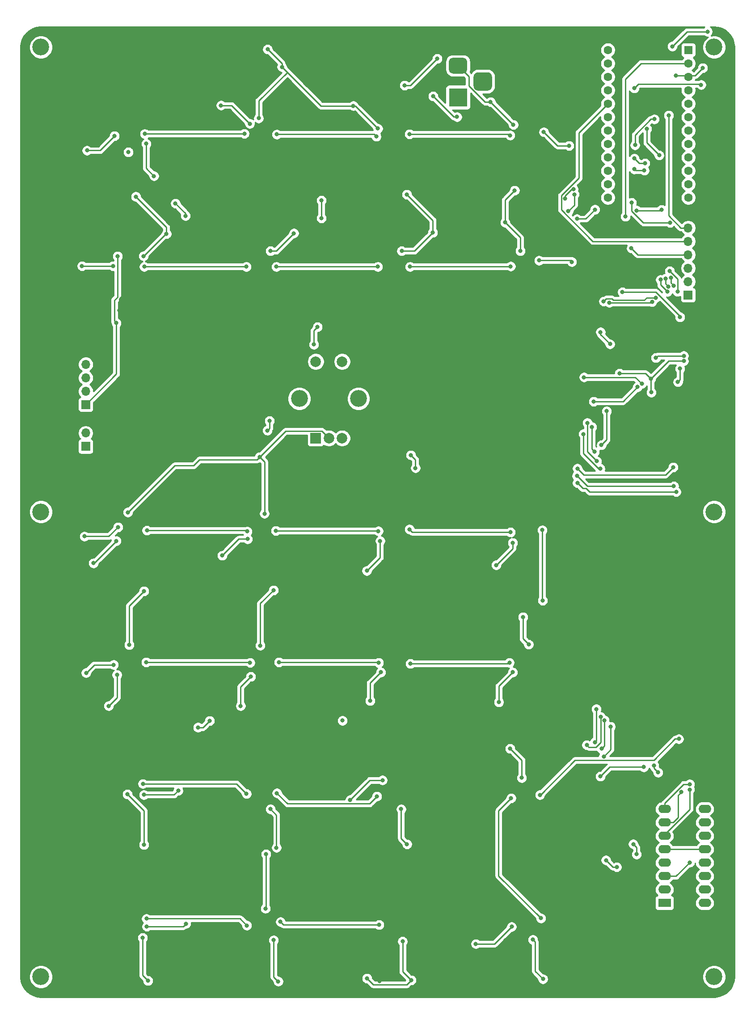
<source format=gbr>
%TF.GenerationSoftware,KiCad,Pcbnew,(5.1.7-0-10_14)*%
%TF.CreationDate,2021-09-21T18:25:25-03:00*%
%TF.ProjectId,Faduino-1,46616475-696e-46f2-9d31-2e6b69636164,1*%
%TF.SameCoordinates,Original*%
%TF.FileFunction,Copper,L2,Bot*%
%TF.FilePolarity,Positive*%
%FSLAX46Y46*%
G04 Gerber Fmt 4.6, Leading zero omitted, Abs format (unit mm)*
G04 Created by KiCad (PCBNEW (5.1.7-0-10_14)) date 2021-09-21 18:25:25*
%MOMM*%
%LPD*%
G01*
G04 APERTURE LIST*
%TA.AperFunction,ComponentPad*%
%ADD10C,3.200000*%
%TD*%
%TA.AperFunction,ComponentPad*%
%ADD11O,1.700000X1.700000*%
%TD*%
%TA.AperFunction,ComponentPad*%
%ADD12R,1.700000X1.700000*%
%TD*%
%TA.AperFunction,ComponentPad*%
%ADD13R,2.000000X2.000000*%
%TD*%
%TA.AperFunction,ComponentPad*%
%ADD14C,2.000000*%
%TD*%
%TA.AperFunction,ComponentPad*%
%ADD15O,2.400000X1.600000*%
%TD*%
%TA.AperFunction,ComponentPad*%
%ADD16R,2.400000X1.600000*%
%TD*%
%TA.AperFunction,ComponentPad*%
%ADD17R,3.500000X3.500000*%
%TD*%
%TA.AperFunction,ComponentPad*%
%ADD18C,1.600000*%
%TD*%
%TA.AperFunction,ComponentPad*%
%ADD19R,1.600000X1.600000*%
%TD*%
%TA.AperFunction,ViaPad*%
%ADD20C,0.800000*%
%TD*%
%TA.AperFunction,Conductor*%
%ADD21C,0.250000*%
%TD*%
%TA.AperFunction,Conductor*%
%ADD22C,0.254000*%
%TD*%
%TA.AperFunction,Conductor*%
%ADD23C,1.000000*%
%TD*%
G04 APERTURE END LIST*
D10*
%TO.P,REF\u002A\u002A,1*%
%TO.N,N/C*%
X58000000Y-121500000D03*
%TD*%
%TO.P,REF\u002A\u002A,1*%
%TO.N,N/C*%
X185500000Y-121500000D03*
%TD*%
%TO.P,REF\u002A\u002A,1*%
%TO.N,N/C*%
X185500000Y-209500000D03*
%TD*%
%TO.P,REF\u002A\u002A,1*%
%TO.N,N/C*%
X58000000Y-209500000D03*
%TD*%
%TO.P,REF\u002A\u002A,1*%
%TO.N,N/C*%
X185500000Y-33500000D03*
%TD*%
%TO.P,REF\u002A\u002A,1*%
%TO.N,N/C*%
X58000000Y-33500000D03*
%TD*%
D11*
%TO.P,dc_motor_conn1,2*%
%TO.N,F_OUT_2*%
X66475000Y-106560000D03*
D12*
%TO.P,dc_motor_conn1,1*%
%TO.N,F_OUT_1*%
X66475000Y-109100000D03*
%TD*%
D13*
%TO.P,Encoder1,A*%
%TO.N,Net-(Encoder1-PadA)*%
X110050000Y-107530000D03*
D14*
%TO.P,Encoder1,C*%
%TO.N,GND*%
X112550000Y-107530000D03*
%TO.P,Encoder1,B*%
%TO.N,Net-(Encoder1-PadB)*%
X115050000Y-107530000D03*
D10*
%TO.P,Encoder1,MP*%
%TO.N,N/C*%
X106950000Y-100030000D03*
X118150000Y-100030000D03*
D14*
%TO.P,Encoder1,S2*%
%TO.N,ENC_SW*%
X110050000Y-93030000D03*
%TO.P,Encoder1,S1*%
%TO.N,GND*%
X115050000Y-93030000D03*
%TD*%
D11*
%TO.P,Extra_pins1,6*%
%TO.N,/RST*%
X180590000Y-67710000D03*
%TO.P,Extra_pins1,5*%
%TO.N,/A3*%
X180590000Y-70250000D03*
%TO.P,Extra_pins1,4*%
%TO.N,/RX*%
X180590000Y-72790000D03*
%TO.P,Extra_pins1,3*%
%TO.N,/TX*%
X180590000Y-75330000D03*
%TO.P,Extra_pins1,2*%
%TO.N,VCC*%
X180590000Y-77870000D03*
D12*
%TO.P,Extra_pins1,1*%
%TO.N,GND*%
X180590000Y-80410000D03*
%TD*%
D11*
%TO.P,Fader_conn1,4*%
%TO.N,F_WIPER*%
X66500000Y-93560000D03*
%TO.P,Fader_conn1,3*%
%TO.N,VCC*%
X66500000Y-96100000D03*
%TO.P,Fader_conn1,2*%
%TO.N,F_TOUCH_1*%
X66500000Y-98640000D03*
D12*
%TO.P,Fader_conn1,1*%
%TO.N,GND*%
X66500000Y-101180000D03*
%TD*%
D15*
%TO.P,H-Bridge1,16*%
%TO.N,VCC*%
X183740000Y-195530000D03*
%TO.P,H-Bridge1,8*%
%TO.N,9V*%
X176120000Y-177750000D03*
%TO.P,H-Bridge1,15*%
%TO.N,Net-(H-Bridge1-Pad15)*%
X183740000Y-192990000D03*
%TO.P,H-Bridge1,7*%
%TO.N,F_IN_2*%
X176120000Y-180290000D03*
%TO.P,H-Bridge1,14*%
%TO.N,Net-(H-Bridge1-Pad14)*%
X183740000Y-190450000D03*
%TO.P,H-Bridge1,6*%
%TO.N,F_OUT_2*%
X176120000Y-182830000D03*
%TO.P,H-Bridge1,13*%
%TO.N,GND*%
X183740000Y-187910000D03*
%TO.P,H-Bridge1,5*%
X176120000Y-185370000D03*
%TO.P,H-Bridge1,12*%
X183740000Y-185370000D03*
%TO.P,H-Bridge1,4*%
X176120000Y-187910000D03*
%TO.P,H-Bridge1,11*%
%TO.N,Net-(H-Bridge1-Pad11)*%
X183740000Y-182830000D03*
%TO.P,H-Bridge1,3*%
%TO.N,F_OUT_1*%
X176120000Y-190450000D03*
%TO.P,H-Bridge1,10*%
%TO.N,Net-(H-Bridge1-Pad10)*%
X183740000Y-180290000D03*
%TO.P,H-Bridge1,2*%
%TO.N,F_IN_1*%
X176120000Y-192990000D03*
%TO.P,H-Bridge1,9*%
%TO.N,Net-(H-Bridge1-Pad9)*%
X183740000Y-177750000D03*
D16*
%TO.P,H-Bridge1,1*%
%TO.N,F_ENABLE*%
X176120000Y-195530000D03*
%TD*%
%TO.P,Power_jack1,3*%
%TO.N,N/C*%
%TA.AperFunction,ComponentPad*%
G36*
G01*
X140825000Y-38250000D02*
X142575000Y-38250000D01*
G75*
G02*
X143450000Y-39125000I0J-875000D01*
G01*
X143450000Y-40875000D01*
G75*
G02*
X142575000Y-41750000I-875000J0D01*
G01*
X140825000Y-41750000D01*
G75*
G02*
X139950000Y-40875000I0J875000D01*
G01*
X139950000Y-39125000D01*
G75*
G02*
X140825000Y-38250000I875000J0D01*
G01*
G37*
%TD.AperFunction*%
%TO.P,Power_jack1,2*%
%TO.N,GND*%
%TA.AperFunction,ComponentPad*%
G36*
G01*
X136000000Y-35500000D02*
X138000000Y-35500000D01*
G75*
G02*
X138750000Y-36250000I0J-750000D01*
G01*
X138750000Y-37750000D01*
G75*
G02*
X138000000Y-38500000I-750000J0D01*
G01*
X136000000Y-38500000D01*
G75*
G02*
X135250000Y-37750000I0J750000D01*
G01*
X135250000Y-36250000D01*
G75*
G02*
X136000000Y-35500000I750000J0D01*
G01*
G37*
%TD.AperFunction*%
D17*
%TO.P,Power_jack1,1*%
%TO.N,Net-(Diode1-Pad2)*%
X137000000Y-43000000D03*
%TD*%
D18*
%TO.P,Arduino Pro Micro,24*%
%TO.N,Net-(U1-Pad24)*%
X165380000Y-34030000D03*
%TO.P,Arduino Pro Micro,23*%
%TO.N,GND*%
X165380000Y-36570000D03*
%TO.P,Arduino Pro Micro,22*%
%TO.N,/RST*%
X165380000Y-39110000D03*
%TO.P,Arduino Pro Micro,21*%
%TO.N,VCC*%
X165380000Y-41650000D03*
%TO.P,Arduino Pro Micro,20*%
%TO.N,/A3*%
X165380000Y-44190000D03*
%TO.P,Arduino Pro Micro,19*%
%TO.N,SIG_2*%
X165380000Y-46730000D03*
%TO.P,Arduino Pro Micro,18*%
%TO.N,SIG_1*%
X165380000Y-49270000D03*
%TO.P,Arduino Pro Micro,17*%
%TO.N,F_WIPER*%
X165380000Y-51810000D03*
%TO.P,Arduino Pro Micro,16*%
%TO.N,S2*%
X165380000Y-54350000D03*
%TO.P,Arduino Pro Micro,15*%
%TO.N,S3*%
X165380000Y-56890000D03*
%TO.P,Arduino Pro Micro,14*%
%TO.N,F_TOUCH_2*%
X165380000Y-59430000D03*
%TO.P,Arduino Pro Micro,13*%
%TO.N,F_TOUCH_1*%
X165380000Y-61970000D03*
%TO.P,Arduino Pro Micro,12*%
%TO.N,F_ENABLE*%
X180620000Y-61970000D03*
%TO.P,Arduino Pro Micro,11*%
%TO.N,F_IN_2*%
X180620000Y-59430000D03*
%TO.P,Arduino Pro Micro,10*%
%TO.N,F_IN_1*%
X180620000Y-56890000D03*
%TO.P,Arduino Pro Micro,9*%
%TO.N,addressable_led*%
X180620000Y-54350000D03*
%TO.P,Arduino Pro Micro,8*%
%TO.N,S1*%
X180620000Y-51810000D03*
%TO.P,Arduino Pro Micro,7*%
%TO.N,S0*%
X180620000Y-49270000D03*
%TO.P,Arduino Pro Micro,6*%
%TO.N,ENC_B*%
X180620000Y-46730000D03*
%TO.P,Arduino Pro Micro,5*%
%TO.N,ENC_A*%
X180620000Y-44190000D03*
%TO.P,Arduino Pro Micro,4*%
%TO.N,GND*%
X180620000Y-41650000D03*
%TO.P,Arduino Pro Micro,3*%
X180620000Y-39110000D03*
%TO.P,Arduino Pro Micro,2*%
%TO.N,/RX*%
X180620000Y-36570000D03*
D19*
%TO.P,Arduino Pro Micro,1*%
%TO.N,/TX*%
X180620000Y-34030000D03*
%TD*%
D20*
%TO.N,GND*%
X71940000Y-50300000D03*
X66730000Y-53060000D03*
X92120000Y-44510000D03*
X97560000Y-47990000D03*
X117170000Y-44610000D03*
X121840000Y-48900000D03*
X143160000Y-43860000D03*
X147480000Y-48190000D03*
X145920000Y-66690000D03*
X148800000Y-72090000D03*
X132230000Y-68610000D03*
X126340000Y-72090000D03*
X105920000Y-68730000D03*
X101480000Y-72090000D03*
X81780000Y-68850000D03*
X77450000Y-73050000D03*
X147360000Y-127350000D03*
X144240000Y-131550000D03*
X122260000Y-126990000D03*
X119740000Y-132630000D03*
X97150000Y-126630000D03*
X92350000Y-129750000D03*
X72290000Y-126990000D03*
X67960000Y-131190000D03*
X72410000Y-152330000D03*
X70850000Y-158220000D03*
X97750000Y-152690000D03*
X95830000Y-158220000D03*
X122380000Y-151850000D03*
X120340000Y-157260000D03*
X147360000Y-151850000D03*
X144720000Y-157500000D03*
X99250000Y-46950000D03*
X103640000Y-37240000D03*
X99440000Y-111090000D03*
X100340000Y-121820000D03*
X74470000Y-121560000D03*
X102050000Y-136320000D03*
X99550000Y-146800000D03*
X115110000Y-161010000D03*
X75980000Y-61800000D03*
X127320000Y-61380000D03*
X147730000Y-60630000D03*
X72290000Y-85730000D03*
X72530000Y-73080000D03*
X100940000Y-33900000D03*
X103640000Y-37240000D03*
X77520000Y-136490000D03*
X74720000Y-146680000D03*
X149080000Y-171840000D03*
X146880000Y-166310000D03*
X128130000Y-210150000D03*
X126500000Y-202810000D03*
X102950000Y-210390000D03*
X102090000Y-202570000D03*
X78270000Y-210260000D03*
X77270000Y-202130000D03*
X153100000Y-209930000D03*
X151180000Y-202490000D03*
X127330000Y-184410000D03*
X126240000Y-177760000D03*
X102620000Y-185060000D03*
X101480000Y-177760000D03*
X77500000Y-184520000D03*
X74380000Y-174960000D03*
X163970000Y-171570000D03*
X172190000Y-169800000D03*
X173520000Y-96290000D03*
X167600000Y-95275000D03*
X178260000Y-38850000D03*
X183370000Y-37430000D03*
X177590000Y-33350000D03*
X184260000Y-30550000D03*
X165800000Y-89710000D03*
X163995937Y-87445937D03*
X179760000Y-92930003D03*
X173610000Y-98850000D03*
X170820000Y-186320000D03*
X170190000Y-184390000D03*
X119760000Y-209820000D03*
X100650000Y-186290000D03*
X100530000Y-196590000D03*
%TO.N,VCC*%
X174122369Y-169542369D03*
X174892675Y-170822675D03*
X160860000Y-96000000D03*
X171797094Y-97236141D03*
X179760000Y-91930000D03*
X174475022Y-92310000D03*
X183050000Y-40630000D03*
X170380000Y-41270000D03*
%TO.N,9V*%
X180875009Y-173050000D03*
%TO.N,5V*%
X73440000Y-58680000D03*
X75800000Y-53060000D03*
X100330000Y-52910000D03*
X96990000Y-59650000D03*
X125680000Y-52850000D03*
X122860000Y-59320000D03*
X151000000Y-52950000D03*
X150800000Y-58450000D03*
X75740000Y-78250000D03*
X72843587Y-83357626D03*
X100110000Y-78030000D03*
X98070000Y-84290000D03*
X124580000Y-77840000D03*
X122830000Y-83410000D03*
X149270000Y-78110000D03*
X148030000Y-83970000D03*
X74910000Y-127920000D03*
X72400000Y-133900000D03*
X100260000Y-127720000D03*
X97620000Y-134990000D03*
X124650000Y-127930000D03*
X122080000Y-133950000D03*
X149220000Y-128080000D03*
X147760000Y-133950000D03*
X149280000Y-153060000D03*
X147510000Y-158450000D03*
X124520000Y-152750000D03*
X122430000Y-158830000D03*
X99940000Y-153000000D03*
X97160000Y-158760000D03*
X74480000Y-152870000D03*
X72070000Y-158950000D03*
X75030000Y-71500000D03*
X74560000Y-63370000D03*
X99160000Y-62100000D03*
X99820000Y-71720000D03*
X106350000Y-34300000D03*
X147050000Y-183710000D03*
X150370000Y-177680000D03*
X75710000Y-202900000D03*
X71760000Y-209240000D03*
X97560000Y-210050000D03*
X99990000Y-202950000D03*
X122160000Y-210290000D03*
X124600000Y-202850000D03*
X147100000Y-210050000D03*
X148540000Y-202730000D03*
X122120000Y-184910000D03*
X123660000Y-178110000D03*
X98010000Y-183920000D03*
X98710000Y-177810000D03*
X72400000Y-184450000D03*
X73740000Y-177720000D03*
%TO.N,ENC_A*%
X133070000Y-35680000D03*
X126880000Y-40730000D03*
X111130000Y-62520000D03*
X111130000Y-65885050D03*
X110390000Y-86474990D03*
X109710000Y-89790000D03*
X101300000Y-104260000D03*
X100900000Y-106080000D03*
%TO.N,ENC_B*%
X128070000Y-110740000D03*
X128940000Y-113175020D03*
X159604990Y-113260000D03*
X177745000Y-113040000D03*
X178578658Y-79790000D03*
X177092815Y-75887185D03*
X177150000Y-66720000D03*
X169870000Y-62930000D03*
X170527347Y-52032653D03*
X174200011Y-47130000D03*
%TO.N,Net-(D2-Pad2)*%
X102670000Y-50010000D03*
X121520000Y-50400000D03*
%TO.N,Net-(D2-Pad4)*%
X77680000Y-49910000D03*
X96540000Y-49870000D03*
%TO.N,Net-(D3-Pad2)*%
X127830000Y-49970000D03*
X146880000Y-50200000D03*
%TO.N,Net-(D4-Pad2)*%
X153240000Y-49570000D03*
X158020000Y-52170000D03*
X65790000Y-74930000D03*
X71680000Y-74930000D03*
X159032653Y-61367347D03*
X157904546Y-64535020D03*
%TO.N,Net-(D5-Pad2)*%
X77570000Y-75060000D03*
X96910000Y-75060000D03*
%TO.N,Net-(D6-Pad2)*%
X102600000Y-75060000D03*
X121810000Y-75060000D03*
%TO.N,Net-(D7-Pad2)*%
X127900000Y-75060000D03*
X146980000Y-75000000D03*
%TO.N,Net-(D8-Pad2)*%
X152340000Y-73880000D03*
X158560000Y-74150000D03*
X168137266Y-79862734D03*
X179035000Y-84620000D03*
X179035000Y-94370000D03*
X178645020Y-96882653D03*
X178831973Y-164471027D03*
X152510000Y-175080000D03*
%TO.N,Net-(D10-Pad4)*%
X147060000Y-175690000D03*
X152720000Y-198430000D03*
%TO.N,Net-(D10-Pad2)*%
X72590000Y-124390000D03*
X66250000Y-126120000D03*
X140380000Y-203280000D03*
X147160000Y-200030000D03*
%TO.N,Net-(D11-Pad2)*%
X78070000Y-124990000D03*
X97080000Y-125190000D03*
%TO.N,Net-(D12-Pad2)*%
X102500000Y-125060000D03*
X121910000Y-125130000D03*
%TO.N,Net-(D13-Pad2)*%
X127800000Y-124790000D03*
X146940000Y-125330000D03*
%TO.N,Net-(D14-Pad2)*%
X152970000Y-124930000D03*
X66560000Y-151970000D03*
X71780000Y-150430000D03*
X153040000Y-138265018D03*
%TO.N,Net-(D15-Pad2)*%
X77940000Y-149960000D03*
X97620000Y-150030000D03*
%TO.N,Net-(D16-Pad2)*%
X103100000Y-149960000D03*
X121980000Y-150030000D03*
%TO.N,Net-(D17-Pad2)*%
X128000000Y-150230000D03*
X146740000Y-150030000D03*
%TO.N,Net-(D18-Pad2)*%
X150390000Y-146580000D03*
X149300000Y-141400000D03*
X89950000Y-161050000D03*
X87760000Y-162300000D03*
X84010000Y-174280000D03*
X77510000Y-175060000D03*
%TO.N,Net-(D19-Pad2)*%
X77310000Y-172970000D03*
X96940000Y-174860000D03*
%TO.N,Net-(D20-Pad2)*%
X102700000Y-174730000D03*
X121640000Y-175340000D03*
%TO.N,Net-(D21-Pad2)*%
X122700000Y-172290000D03*
X116590000Y-176010000D03*
X85470000Y-199460000D03*
X78060000Y-200000000D03*
%TO.N,Net-(D22-Pad2)*%
X78000000Y-198510000D03*
X97000000Y-199800000D03*
%TO.N,Net-(D23-Pad2)*%
X103370000Y-199110000D03*
X122070000Y-199670000D03*
%TO.N,Net-(D_1-Pad4)*%
X79420000Y-57900000D03*
X77950000Y-51780000D03*
%TO.N,F_OUT_1*%
X159604990Y-116010000D03*
X178325010Y-117702465D03*
X180875009Y-187870000D03*
%TO.N,F_OUT_2*%
X159520000Y-114670000D03*
X177875000Y-116617653D03*
X180875009Y-174050003D03*
%TO.N,ENC_SW*%
X171000000Y-97840000D03*
X162699989Y-100600000D03*
%TO.N,/RX*%
X169840000Y-71570000D03*
X168720000Y-65570000D03*
%TO.N,/RST*%
X176910000Y-46405000D03*
%TO.N,F_TOUCH_1*%
X132277653Y-42792347D03*
X136810000Y-46705000D03*
X157290000Y-62185000D03*
X158847549Y-60384626D03*
%TO.N,F_ENABLE*%
X177325324Y-77145000D03*
X177853658Y-78634092D03*
%TO.N,F_IN_1*%
X175350000Y-77520000D03*
X176650022Y-79800000D03*
%TO.N,F_IN_2*%
X176327984Y-77311318D03*
X176870186Y-78815164D03*
X179310000Y-174550000D03*
%TO.N,S2*%
X172420000Y-55490000D03*
X165150000Y-102405000D03*
X164163678Y-108823678D03*
X163195858Y-158824142D03*
X170399990Y-54570000D03*
X162935937Y-165094063D03*
%TO.N,S3*%
X172300000Y-56850000D03*
X162342347Y-105412347D03*
X162873678Y-110113678D03*
X164007653Y-160272347D03*
X170399990Y-56610000D03*
X161382347Y-165622347D03*
%TO.N,S1*%
X164590000Y-81620000D03*
X174475021Y-80924807D03*
X160750000Y-106750000D03*
X163938173Y-113308233D03*
X165887653Y-162152347D03*
X164603284Y-167786716D03*
%TO.N,S0*%
X165650000Y-81860000D03*
X173750021Y-81740000D03*
X161490000Y-104640000D03*
X163305039Y-111897832D03*
X164732653Y-160961328D03*
X164175937Y-166334063D03*
%TO.N,GND*%
X74560000Y-53370000D03*
%TO.N,SIG_2*%
X175100031Y-53970000D03*
X172750011Y-48970000D03*
%TO.N,Net-(Mux_2-Pad19)*%
X165034847Y-187439847D03*
X167059063Y-188739063D03*
%TO.N,addressable_led*%
X83478486Y-63085020D03*
X85389839Y-65435040D03*
X159517732Y-66014726D03*
X162944202Y-64253590D03*
X170850000Y-64420000D03*
X175550041Y-64300000D03*
%TD*%
D21*
%TO.N,GND*%
X69180000Y-53060000D02*
X71940000Y-50300000D01*
X66730000Y-53060000D02*
X69180000Y-53060000D01*
X117550000Y-44610000D02*
X117170000Y-44610000D01*
X121840000Y-48900000D02*
X117550000Y-44610000D01*
X143160000Y-43870000D02*
X143160000Y-43860000D01*
X147480000Y-48190000D02*
X143160000Y-43870000D01*
X148800000Y-69570000D02*
X145920000Y-66690000D01*
X148800000Y-72090000D02*
X148800000Y-69570000D01*
X128750000Y-72090000D02*
X132230000Y-68610000D01*
X126340000Y-72090000D02*
X128750000Y-72090000D01*
X102560000Y-72090000D02*
X105920000Y-68730000D01*
X101480000Y-72090000D02*
X102560000Y-72090000D01*
X81650000Y-68850000D02*
X81780000Y-68850000D01*
X77450000Y-73050000D02*
X81650000Y-68850000D01*
X147360000Y-128430000D02*
X144240000Y-131550000D01*
X147360000Y-127350000D02*
X147360000Y-128430000D01*
X122260000Y-130110000D02*
X119740000Y-132630000D01*
X122260000Y-126990000D02*
X122260000Y-130110000D01*
X95470000Y-126630000D02*
X92350000Y-129750000D01*
X97150000Y-126630000D02*
X95470000Y-126630000D01*
X68090000Y-131190000D02*
X67960000Y-131190000D01*
X72290000Y-126990000D02*
X68090000Y-131190000D01*
X72410000Y-156660000D02*
X70850000Y-158220000D01*
X72410000Y-152330000D02*
X72410000Y-156660000D01*
X95830000Y-154610000D02*
X97750000Y-152690000D01*
X95830000Y-158220000D02*
X95830000Y-154610000D01*
X120340000Y-153890000D02*
X122380000Y-151850000D01*
X120340000Y-157260000D02*
X120340000Y-153890000D01*
X144720000Y-154490000D02*
X147360000Y-151850000D01*
X144720000Y-157500000D02*
X144720000Y-154490000D01*
X94080000Y-44510000D02*
X97560000Y-47990000D01*
X92120000Y-44510000D02*
X94080000Y-44510000D01*
X99250000Y-43660000D02*
X99250000Y-46950000D01*
X104660000Y-38250000D02*
X99250000Y-43660000D01*
X104660000Y-38250000D02*
X104650000Y-38250000D01*
X100340000Y-111990000D02*
X100340000Y-121820000D01*
X99440000Y-111090000D02*
X100340000Y-111990000D01*
X104325001Y-106204999D02*
X99440000Y-111090000D01*
X111224999Y-106204999D02*
X104325001Y-106204999D01*
X112550000Y-107530000D02*
X111224999Y-106204999D01*
X99440000Y-111090000D02*
X98916263Y-111613737D01*
X99550000Y-138820000D02*
X99550000Y-146800000D01*
X102050000Y-136320000D02*
X99550000Y-138820000D01*
X81780000Y-67600000D02*
X81780000Y-68850000D01*
X75980000Y-61800000D02*
X81780000Y-67600000D01*
X132230000Y-66290000D02*
X132230000Y-68610000D01*
X127320000Y-61380000D02*
X132230000Y-66290000D01*
X145920000Y-62440000D02*
X147730000Y-60630000D01*
X145920000Y-66690000D02*
X145920000Y-62440000D01*
X117170000Y-44610000D02*
X111010000Y-44610000D01*
X104475000Y-38075000D02*
X103640000Y-37240000D01*
X111010000Y-44610000D02*
X104475000Y-38075000D01*
X104650000Y-38250000D02*
X104475000Y-38075000D01*
X71890001Y-81463589D02*
X72530000Y-80823590D01*
X72530000Y-80823590D02*
X72530000Y-73080000D01*
X71890001Y-85330001D02*
X71890001Y-81463589D01*
X72290000Y-85730000D02*
X71890001Y-85330001D01*
X103640000Y-36600000D02*
X103640000Y-37240000D01*
X100940000Y-33900000D02*
X103640000Y-36600000D01*
X74720000Y-139290000D02*
X74720000Y-146680000D01*
X77520000Y-136490000D02*
X74720000Y-139290000D01*
X149080000Y-171840000D02*
X149080000Y-168510000D01*
X149080000Y-168510000D02*
X146880000Y-166310000D01*
X86940000Y-112710000D02*
X88036263Y-111613737D01*
X83320000Y-112710000D02*
X86940000Y-112710000D01*
X98916263Y-111613737D02*
X88036263Y-111613737D01*
X83320000Y-112710000D02*
X74470000Y-121560000D01*
X126500000Y-208520000D02*
X126500000Y-202810000D01*
X128130000Y-210150000D02*
X126500000Y-208520000D01*
X102090000Y-209530000D02*
X102090000Y-202570000D01*
X102950000Y-210390000D02*
X102090000Y-209530000D01*
X77270000Y-209260000D02*
X77270000Y-202130000D01*
X78270000Y-210260000D02*
X77270000Y-209260000D01*
X153100000Y-209930000D02*
X151600000Y-208430000D01*
X151600000Y-202910000D02*
X151180000Y-202490000D01*
X151600000Y-208430000D02*
X151600000Y-202910000D01*
X72290000Y-95390000D02*
X66500000Y-101180000D01*
X72290000Y-85730000D02*
X72290000Y-95390000D01*
X126240000Y-183320000D02*
X126240000Y-177760000D01*
X127330000Y-184410000D02*
X126240000Y-183320000D01*
X102620000Y-178900000D02*
X101480000Y-177760000D01*
X102620000Y-185060000D02*
X102620000Y-178900000D01*
X77500000Y-178080000D02*
X74380000Y-174960000D01*
X77500000Y-184520000D02*
X77500000Y-178080000D01*
X165740000Y-169800000D02*
X172190000Y-169800000D01*
X163970000Y-171570000D02*
X165740000Y-169800000D01*
X172505000Y-95275000D02*
X167600000Y-95275000D01*
X173520000Y-96290000D02*
X172505000Y-95275000D01*
X181950000Y-38850000D02*
X183370000Y-37430000D01*
X178260000Y-38850000D02*
X181950000Y-38850000D01*
X180390000Y-30550000D02*
X184260000Y-30550000D01*
X177590000Y-33350000D02*
X180390000Y-30550000D01*
X163995937Y-87905937D02*
X163995937Y-87445937D01*
X165800000Y-89710000D02*
X163995937Y-87905937D01*
X176879997Y-92930003D02*
X179760000Y-92930003D01*
X173520000Y-96290000D02*
X176879997Y-92930003D01*
X173520000Y-98760000D02*
X173610000Y-98850000D01*
X173520000Y-96290000D02*
X173520000Y-98760000D01*
X170820000Y-185020000D02*
X170190000Y-184390000D01*
X170820000Y-186320000D02*
X170820000Y-185020000D01*
X176120000Y-185370000D02*
X183740000Y-185370000D01*
X142112930Y-43860000D02*
X143160000Y-43860000D01*
X139075001Y-40822071D02*
X142112930Y-43860000D01*
X139075001Y-39075001D02*
X139075001Y-40822071D01*
X137000000Y-37000000D02*
X139075001Y-39075001D01*
X120955001Y-211015001D02*
X119760000Y-209820000D01*
X127264999Y-211015001D02*
X120955001Y-211015001D01*
X128130000Y-210150000D02*
X127264999Y-211015001D01*
X100650000Y-196470000D02*
X100530000Y-196590000D01*
X100650000Y-186290000D02*
X100650000Y-196470000D01*
%TO.N,VCC*%
X174122369Y-170052369D02*
X174892675Y-170822675D01*
X174122369Y-169542369D02*
X174122369Y-170052369D01*
X170560953Y-96000000D02*
X171797094Y-97236141D01*
X160860000Y-96000000D02*
X170560953Y-96000000D01*
X174855022Y-91930000D02*
X174475022Y-92310000D01*
X179760000Y-91930000D02*
X174855022Y-91930000D01*
X171125001Y-40524999D02*
X170380000Y-41270000D01*
X182944999Y-40524999D02*
X171125001Y-40524999D01*
X183050000Y-40630000D02*
X182944999Y-40524999D01*
%TO.N,9V*%
X176120000Y-176666998D02*
X176120000Y-177750000D01*
X179736998Y-173050000D02*
X176120000Y-176666998D01*
X180875009Y-173050000D02*
X179736998Y-173050000D01*
%TO.N,5V*%
X75800000Y-56320000D02*
X75800000Y-53060000D01*
X73440000Y-58680000D02*
X75800000Y-56320000D01*
X100330000Y-52910000D02*
X97340000Y-55900000D01*
X97340000Y-59300000D02*
X96990000Y-59650000D01*
X97340000Y-55900000D02*
X97340000Y-59300000D01*
X125680000Y-52850000D02*
X122560000Y-55970000D01*
X122560000Y-59020000D02*
X122860000Y-59320000D01*
X122560000Y-55970000D02*
X122560000Y-59020000D01*
X151000000Y-58250000D02*
X150800000Y-58450000D01*
X151000000Y-52950000D02*
X151000000Y-58250000D01*
X72843587Y-81146413D02*
X72843587Y-83357626D01*
X75740000Y-78250000D02*
X72843587Y-81146413D01*
X100110000Y-78030000D02*
X98010000Y-80130000D01*
X98010000Y-84230000D02*
X98070000Y-84290000D01*
X98010000Y-80130000D02*
X98010000Y-84230000D01*
X122830000Y-79590000D02*
X122830000Y-83410000D01*
X124580000Y-77840000D02*
X122830000Y-79590000D01*
X149270000Y-78110000D02*
X148030000Y-79350000D01*
X148030000Y-79350000D02*
X148030000Y-83970000D01*
X72400000Y-130430000D02*
X72400000Y-133900000D01*
X74910000Y-127920000D02*
X72400000Y-130430000D01*
X100260000Y-127720000D02*
X97100000Y-130880000D01*
X97100000Y-134470000D02*
X97620000Y-134990000D01*
X97100000Y-130880000D02*
X97100000Y-134470000D01*
X124650000Y-131380000D02*
X122080000Y-133950000D01*
X124650000Y-127930000D02*
X124650000Y-131380000D01*
X147760000Y-129540000D02*
X147760000Y-133950000D01*
X149220000Y-128080000D02*
X147760000Y-129540000D01*
X147510000Y-154830000D02*
X147510000Y-158450000D01*
X149280000Y-153060000D02*
X147510000Y-154830000D01*
X124520000Y-152750000D02*
X122430000Y-154840000D01*
X122430000Y-154840000D02*
X122430000Y-158830000D01*
X97160000Y-155780000D02*
X97160000Y-158760000D01*
X99940000Y-153000000D02*
X97160000Y-155780000D01*
X74480000Y-156540000D02*
X72070000Y-158950000D01*
X74480000Y-152870000D02*
X74480000Y-156540000D01*
X75030000Y-63840000D02*
X74560000Y-63370000D01*
X75030000Y-71500000D02*
X75030000Y-63840000D01*
X99820000Y-62760000D02*
X99820000Y-71720000D01*
X99160000Y-62100000D02*
X99820000Y-62760000D01*
X150370000Y-177680000D02*
X147050000Y-181000000D01*
X147050000Y-181000000D02*
X147050000Y-183710000D01*
X71760000Y-206850000D02*
X71760000Y-209240000D01*
X75710000Y-202900000D02*
X71760000Y-206850000D01*
X99990000Y-207620000D02*
X99990000Y-202950000D01*
X97560000Y-210050000D02*
X99990000Y-207620000D01*
X124600000Y-207850000D02*
X124600000Y-202850000D01*
X122160000Y-210290000D02*
X124600000Y-207850000D01*
X148540000Y-208610000D02*
X148540000Y-202730000D01*
X147100000Y-210050000D02*
X148540000Y-208610000D01*
X123660000Y-183370000D02*
X123660000Y-178110000D01*
X122120000Y-184910000D02*
X123660000Y-183370000D01*
X98710000Y-183220000D02*
X98710000Y-177810000D01*
X98010000Y-183920000D02*
X98710000Y-183220000D01*
X73740000Y-183110000D02*
X73740000Y-177720000D01*
X72400000Y-184450000D02*
X73740000Y-183110000D01*
%TO.N,ENC_A*%
X128020000Y-40730000D02*
X126880000Y-40730000D01*
X133070000Y-35680000D02*
X128020000Y-40730000D01*
X111130000Y-62520000D02*
X111130000Y-65885050D01*
X109710000Y-87154990D02*
X109710000Y-89790000D01*
X110390000Y-86474990D02*
X109710000Y-87154990D01*
X101300000Y-105680000D02*
X100900000Y-106080000D01*
X101300000Y-104260000D02*
X101300000Y-105680000D01*
%TO.N,ENC_B*%
X128940000Y-111610000D02*
X128940000Y-113175020D01*
X128070000Y-110740000D02*
X128940000Y-111610000D01*
X176301757Y-114483243D02*
X177745000Y-113040000D01*
X160828233Y-114483243D02*
X176301757Y-114483243D01*
X159604990Y-113260000D02*
X160828233Y-114483243D01*
X178578658Y-77373028D02*
X177092815Y-75887185D01*
X178578658Y-79790000D02*
X178578658Y-77373028D01*
X169870000Y-64513002D02*
X169870000Y-62930000D01*
X172076998Y-66720000D02*
X169870000Y-64513002D01*
X177150000Y-66720000D02*
X172076998Y-66720000D01*
X173517009Y-47130000D02*
X174200011Y-47130000D01*
X170527347Y-50119662D02*
X173517009Y-47130000D01*
X170527347Y-52032653D02*
X170527347Y-50119662D01*
%TO.N,Net-(D2-Pad2)*%
X121130000Y-50010000D02*
X121520000Y-50400000D01*
X102670000Y-50010000D02*
X121130000Y-50010000D01*
%TO.N,Net-(D2-Pad4)*%
X96500000Y-49910000D02*
X96540000Y-49870000D01*
X77680000Y-49910000D02*
X96500000Y-49910000D01*
%TO.N,Net-(D3-Pad2)*%
X146650000Y-49970000D02*
X146880000Y-50200000D01*
X127830000Y-49970000D02*
X146650000Y-49970000D01*
%TO.N,Net-(D4-Pad2)*%
X155840000Y-52170000D02*
X158020000Y-52170000D01*
X153240000Y-49570000D02*
X155840000Y-52170000D01*
X65790000Y-74930000D02*
X71680000Y-74930000D01*
X159032653Y-63406913D02*
X157904546Y-64535020D01*
X159032653Y-61367347D02*
X159032653Y-63406913D01*
%TO.N,Net-(D5-Pad2)*%
X77570000Y-75060000D02*
X96910000Y-75060000D01*
%TO.N,Net-(D6-Pad2)*%
X102600000Y-75060000D02*
X121810000Y-75060000D01*
%TO.N,Net-(D7-Pad2)*%
X146920000Y-75060000D02*
X146980000Y-75000000D01*
X127900000Y-75060000D02*
X146920000Y-75060000D01*
%TO.N,Net-(D8-Pad2)*%
X158290000Y-73880000D02*
X158560000Y-74150000D01*
X152340000Y-73880000D02*
X158290000Y-73880000D01*
X179035000Y-84411784D02*
X179035000Y-84620000D01*
X174485950Y-79862734D02*
X179035000Y-84411784D01*
X168137266Y-79862734D02*
X174485950Y-79862734D01*
X179035000Y-96492673D02*
X178645020Y-96882653D01*
X179035000Y-94370000D02*
X179035000Y-96492673D01*
X174080019Y-168511717D02*
X159151717Y-168511717D01*
X178120709Y-164471027D02*
X174080019Y-168511717D01*
X178831973Y-164471027D02*
X178120709Y-164471027D01*
X152583434Y-175080000D02*
X152510000Y-175080000D01*
X159151717Y-168511717D02*
X152583434Y-175080000D01*
%TO.N,Net-(D10-Pad4)*%
X152720000Y-198430000D02*
X144690000Y-190400000D01*
X144690000Y-178060000D02*
X147060000Y-175690000D01*
X144690000Y-190400000D02*
X144690000Y-178060000D01*
%TO.N,Net-(D10-Pad2)*%
X70860000Y-126120000D02*
X66250000Y-126120000D01*
X72590000Y-124390000D02*
X70860000Y-126120000D01*
X143910000Y-203280000D02*
X147160000Y-200030000D01*
X140380000Y-203280000D02*
X143910000Y-203280000D01*
%TO.N,Net-(D11-Pad2)*%
X96880000Y-124990000D02*
X97080000Y-125190000D01*
X78070000Y-124990000D02*
X96880000Y-124990000D01*
%TO.N,Net-(D12-Pad2)*%
X121840000Y-125060000D02*
X121910000Y-125130000D01*
X102500000Y-125060000D02*
X121840000Y-125060000D01*
%TO.N,Net-(D13-Pad2)*%
X128340000Y-125330000D02*
X146940000Y-125330000D01*
X127800000Y-124790000D02*
X128340000Y-125330000D01*
%TO.N,Net-(D14-Pad2)*%
X68100000Y-150430000D02*
X71780000Y-150430000D01*
X66560000Y-151970000D02*
X68100000Y-150430000D01*
X152970000Y-138195018D02*
X153040000Y-138265018D01*
X152970000Y-124930000D02*
X152970000Y-138195018D01*
%TO.N,Net-(D15-Pad2)*%
X97550000Y-149960000D02*
X97620000Y-150030000D01*
X77940000Y-149960000D02*
X97550000Y-149960000D01*
%TO.N,Net-(D16-Pad2)*%
X121910000Y-149960000D02*
X121980000Y-150030000D01*
X103100000Y-149960000D02*
X121910000Y-149960000D01*
%TO.N,Net-(D17-Pad2)*%
X146540000Y-150230000D02*
X146740000Y-150030000D01*
X128000000Y-150230000D02*
X146540000Y-150230000D01*
%TO.N,Net-(D18-Pad2)*%
X149300000Y-145490000D02*
X149300000Y-141400000D01*
X150390000Y-146580000D02*
X149300000Y-145490000D01*
X88700000Y-162300000D02*
X87760000Y-162300000D01*
X89950000Y-161050000D02*
X88700000Y-162300000D01*
X83230000Y-175060000D02*
X77510000Y-175060000D01*
X84010000Y-174280000D02*
X83230000Y-175060000D01*
%TO.N,Net-(D19-Pad2)*%
X95050000Y-172970000D02*
X96940000Y-174860000D01*
X77310000Y-172970000D02*
X95050000Y-172970000D01*
%TO.N,Net-(D20-Pad2)*%
X120244999Y-176735001D02*
X121640000Y-175340000D01*
X104705001Y-176735001D02*
X120244999Y-176735001D01*
X102700000Y-174730000D02*
X104705001Y-176735001D01*
%TO.N,Net-(D21-Pad2)*%
X120310000Y-172290000D02*
X116590000Y-176010000D01*
X122700000Y-172290000D02*
X120310000Y-172290000D01*
X84930000Y-200000000D02*
X78060000Y-200000000D01*
X85470000Y-199460000D02*
X84930000Y-200000000D01*
%TO.N,Net-(D22-Pad2)*%
X95710000Y-198510000D02*
X97000000Y-199800000D01*
X78000000Y-198510000D02*
X95710000Y-198510000D01*
%TO.N,Net-(D23-Pad2)*%
X103930000Y-199670000D02*
X122070000Y-199670000D01*
X103370000Y-199110000D02*
X103930000Y-199670000D01*
%TO.N,Net-(D_1-Pad4)*%
X77950000Y-56430000D02*
X77950000Y-51780000D01*
X79420000Y-57900000D02*
X77950000Y-56430000D01*
%TO.N,F_OUT_1*%
X159604990Y-116010000D02*
X160662653Y-117067663D01*
X160662653Y-117067663D02*
X161281253Y-117067663D01*
X161916055Y-117702465D02*
X178325010Y-117702465D01*
X161281253Y-117067663D02*
X161916055Y-117702465D01*
X178295009Y-190450000D02*
X176120000Y-190450000D01*
X180875009Y-187870000D02*
X178295009Y-190450000D01*
%TO.N,F_OUT_2*%
X161467653Y-116617653D02*
X177875000Y-116617653D01*
X159520000Y-114670000D02*
X161467653Y-116617653D01*
X176120000Y-182556410D02*
X176120000Y-182830000D01*
X180875009Y-177801401D02*
X176120000Y-182556410D01*
X180875009Y-174050003D02*
X180875009Y-177801401D01*
%TO.N,ENC_SW*%
X168240000Y-100600000D02*
X162699989Y-100600000D01*
X171000000Y-97840000D02*
X168240000Y-100600000D01*
%TO.N,/RX*%
X171060000Y-72790000D02*
X169840000Y-71570000D01*
X180590000Y-72790000D02*
X171060000Y-72790000D01*
X168720000Y-65570000D02*
X168720000Y-39520000D01*
X171670000Y-36570000D02*
X180620000Y-36570000D01*
X168720000Y-39520000D02*
X171670000Y-36570000D01*
%TO.N,/A3*%
X165380000Y-44190000D02*
X159870000Y-49700000D01*
X156564999Y-64268475D02*
X162546524Y-70250000D01*
X156564999Y-61594174D02*
X156564999Y-64268475D01*
X159870000Y-58289173D02*
X156564999Y-61594174D01*
X162546524Y-70250000D02*
X180590000Y-70250000D01*
X159870000Y-49700000D02*
X159870000Y-58289173D01*
%TO.N,/RST*%
X179213002Y-67710000D02*
X180590000Y-67710000D01*
X176910000Y-65406998D02*
X179213002Y-67710000D01*
X176910000Y-48766987D02*
X176910000Y-65406998D01*
X176910000Y-48766987D02*
X176910000Y-46405000D01*
%TO.N,F_TOUCH_1*%
X136190306Y-46705000D02*
X136810000Y-46705000D01*
X132277653Y-42792347D02*
X136190306Y-46705000D01*
X157290000Y-61619315D02*
X158524689Y-60384626D01*
X158524689Y-60384626D02*
X158847549Y-60384626D01*
X157290000Y-62185000D02*
X157290000Y-61619315D01*
%TO.N,F_ENABLE*%
X177325324Y-78105758D02*
X177853658Y-78634092D01*
X177325324Y-77145000D02*
X177325324Y-78105758D01*
%TO.N,F_IN_1*%
X175350000Y-78499978D02*
X176650022Y-79800000D01*
X175350000Y-77520000D02*
X175350000Y-78499978D01*
%TO.N,F_IN_2*%
X176327984Y-78272962D02*
X176870186Y-78815164D01*
X176327984Y-77311318D02*
X176327984Y-78272962D01*
X179310000Y-174550000D02*
X178690000Y-175170000D01*
X178690000Y-175170000D02*
X178690000Y-179350000D01*
X177750000Y-180290000D02*
X176120000Y-180290000D01*
X178690000Y-179350000D02*
X177750000Y-180290000D01*
%TO.N,S2*%
X165150000Y-107837356D02*
X164163678Y-108823678D01*
X165150000Y-102405000D02*
X165150000Y-107837356D01*
X171319990Y-55490000D02*
X170399990Y-54570000D01*
X172420000Y-55490000D02*
X171319990Y-55490000D01*
X163195858Y-164834142D02*
X162935937Y-165094063D01*
X163195858Y-158824142D02*
X163195858Y-164834142D01*
%TO.N,S3*%
X165420000Y-56850000D02*
X165380000Y-56890000D01*
X162342347Y-109582347D02*
X162873678Y-110113678D01*
X162342347Y-105412347D02*
X162342347Y-109582347D01*
X170639990Y-56850000D02*
X170399990Y-56610000D01*
X172300000Y-56850000D02*
X170639990Y-56850000D01*
X164007653Y-165095349D02*
X164007653Y-160272347D01*
X163080656Y-166022346D02*
X164007653Y-165095349D01*
X161782346Y-166022346D02*
X163080656Y-166022346D01*
X161382347Y-165622347D02*
X161782346Y-166022346D01*
%TO.N,S1*%
X165075001Y-81134999D02*
X166154999Y-81134999D01*
X166154999Y-81134999D02*
X166429990Y-81409990D01*
X164590000Y-81620000D02*
X165075001Y-81134999D01*
X166429990Y-81409990D02*
X172260000Y-81409990D01*
X172745183Y-80924807D02*
X174475021Y-80924807D01*
X172260000Y-81409990D02*
X172745183Y-80924807D01*
X163642438Y-113308233D02*
X163938173Y-113308233D01*
X160750000Y-110415795D02*
X163642438Y-113308233D01*
X160750000Y-106750000D02*
X160750000Y-110415795D01*
X165887653Y-166502347D02*
X164603284Y-167786716D01*
X165887653Y-162152347D02*
X165887653Y-166502347D01*
%TO.N,S0*%
X173630021Y-81860000D02*
X173750021Y-81740000D01*
X165650000Y-81860000D02*
X173630021Y-81860000D01*
X161490000Y-110082793D02*
X163305039Y-111897832D01*
X161490000Y-104640000D02*
X161490000Y-110082793D01*
X164732653Y-165777347D02*
X164175937Y-166334063D01*
X164732653Y-160961328D02*
X164732653Y-165777347D01*
%TO.N,SIG_2*%
X172750011Y-51619980D02*
X172750011Y-48970000D01*
X175100031Y-53970000D02*
X172750011Y-51619980D01*
%TO.N,Net-(Mux_2-Pad19)*%
X166334063Y-188739063D02*
X167059063Y-188739063D01*
X165034847Y-187439847D02*
X166334063Y-188739063D01*
%TO.N,addressable_led*%
X85389839Y-64996373D02*
X85389839Y-65435040D01*
X83478486Y-63085020D02*
X85389839Y-64996373D01*
X161183066Y-66014726D02*
X162944202Y-64253590D01*
X159517732Y-66014726D02*
X161183066Y-66014726D01*
X175430041Y-64420000D02*
X175550041Y-64300000D01*
X170850000Y-64420000D02*
X175430041Y-64420000D01*
%TD*%
D22*
%TO.N,5V*%
X183600226Y-29746063D02*
X183556289Y-29790000D01*
X180427323Y-29790000D01*
X180390000Y-29786324D01*
X180352677Y-29790000D01*
X180352667Y-29790000D01*
X180241014Y-29800997D01*
X180109680Y-29840836D01*
X180097753Y-29844454D01*
X179965723Y-29915026D01*
X179916864Y-29955124D01*
X179849999Y-30009999D01*
X179826201Y-30038997D01*
X177550199Y-32315000D01*
X177488061Y-32315000D01*
X177288102Y-32354774D01*
X177099744Y-32432795D01*
X176930226Y-32546063D01*
X176786063Y-32690226D01*
X176672795Y-32859744D01*
X176594774Y-33048102D01*
X176555000Y-33248061D01*
X176555000Y-33451939D01*
X176594774Y-33651898D01*
X176672795Y-33840256D01*
X176786063Y-34009774D01*
X176930226Y-34153937D01*
X177099744Y-34267205D01*
X177288102Y-34345226D01*
X177488061Y-34385000D01*
X177691939Y-34385000D01*
X177891898Y-34345226D01*
X178080256Y-34267205D01*
X178249774Y-34153937D01*
X178393937Y-34009774D01*
X178507205Y-33840256D01*
X178585226Y-33651898D01*
X178625000Y-33451939D01*
X178625000Y-33389801D01*
X180704802Y-31310000D01*
X183556289Y-31310000D01*
X183600226Y-31353937D01*
X183769744Y-31467205D01*
X183958102Y-31545226D01*
X184158061Y-31585000D01*
X184343107Y-31585000D01*
X184075271Y-31763962D01*
X183763962Y-32075271D01*
X183519369Y-32441331D01*
X183350890Y-32848075D01*
X183265000Y-33279872D01*
X183265000Y-33720128D01*
X183350890Y-34151925D01*
X183519369Y-34558669D01*
X183763962Y-34924729D01*
X184075271Y-35236038D01*
X184441331Y-35480631D01*
X184848075Y-35649110D01*
X185279872Y-35735000D01*
X185720128Y-35735000D01*
X186151925Y-35649110D01*
X186558669Y-35480631D01*
X186924729Y-35236038D01*
X187236038Y-34924729D01*
X187480631Y-34558669D01*
X187649110Y-34151925D01*
X187735000Y-33720128D01*
X187735000Y-33279872D01*
X187649110Y-32848075D01*
X187480631Y-32441331D01*
X187236038Y-32075271D01*
X186924729Y-31763962D01*
X186558669Y-31519369D01*
X186151925Y-31350890D01*
X185720128Y-31265000D01*
X185279872Y-31265000D01*
X184941381Y-31332330D01*
X185063937Y-31209774D01*
X185177205Y-31040256D01*
X185255226Y-30851898D01*
X185295000Y-30651939D01*
X185295000Y-30448061D01*
X185255226Y-30248102D01*
X185177205Y-30059744D01*
X185063937Y-29890226D01*
X184919774Y-29746063D01*
X184790971Y-29660000D01*
X185468591Y-29660000D01*
X186225555Y-29732221D01*
X186924940Y-29937398D01*
X187572904Y-30271120D01*
X188146074Y-30721353D01*
X188623762Y-31271839D01*
X188988742Y-31902730D01*
X189227836Y-32591248D01*
X189335790Y-33335790D01*
X189340001Y-33508104D01*
X189340000Y-209468591D01*
X189267779Y-210225555D01*
X189062602Y-210924940D01*
X188728878Y-211572906D01*
X188278650Y-212146072D01*
X187728159Y-212623763D01*
X187097270Y-212988741D01*
X186408752Y-213227836D01*
X185664210Y-213335790D01*
X185491937Y-213340000D01*
X58031409Y-213340000D01*
X57274445Y-213267779D01*
X56575060Y-213062602D01*
X55927094Y-212728878D01*
X55353928Y-212278650D01*
X54876237Y-211728159D01*
X54511259Y-211097270D01*
X54272164Y-210408752D01*
X54164210Y-209664210D01*
X54160000Y-209491937D01*
X54160000Y-209279872D01*
X55765000Y-209279872D01*
X55765000Y-209720128D01*
X55850890Y-210151925D01*
X56019369Y-210558669D01*
X56263962Y-210924729D01*
X56575271Y-211236038D01*
X56941331Y-211480631D01*
X57348075Y-211649110D01*
X57779872Y-211735000D01*
X58220128Y-211735000D01*
X58651925Y-211649110D01*
X59058669Y-211480631D01*
X59424729Y-211236038D01*
X59736038Y-210924729D01*
X59980631Y-210558669D01*
X60149110Y-210151925D01*
X60235000Y-209720128D01*
X60235000Y-209279872D01*
X60149110Y-208848075D01*
X59980631Y-208441331D01*
X59736038Y-208075271D01*
X59424729Y-207763962D01*
X59058669Y-207519369D01*
X58651925Y-207350890D01*
X58220128Y-207265000D01*
X57779872Y-207265000D01*
X57348075Y-207350890D01*
X56941331Y-207519369D01*
X56575271Y-207763962D01*
X56263962Y-208075271D01*
X56019369Y-208441331D01*
X55850890Y-208848075D01*
X55765000Y-209279872D01*
X54160000Y-209279872D01*
X54160000Y-202028061D01*
X76235000Y-202028061D01*
X76235000Y-202231939D01*
X76274774Y-202431898D01*
X76352795Y-202620256D01*
X76466063Y-202789774D01*
X76510001Y-202833712D01*
X76510000Y-209222677D01*
X76506324Y-209260000D01*
X76510000Y-209297322D01*
X76510000Y-209297332D01*
X76520997Y-209408985D01*
X76543715Y-209483876D01*
X76564454Y-209552246D01*
X76635026Y-209684276D01*
X76669041Y-209725723D01*
X76729999Y-209800001D01*
X76759002Y-209823804D01*
X77235000Y-210299802D01*
X77235000Y-210361939D01*
X77274774Y-210561898D01*
X77352795Y-210750256D01*
X77466063Y-210919774D01*
X77610226Y-211063937D01*
X77779744Y-211177205D01*
X77968102Y-211255226D01*
X78168061Y-211295000D01*
X78371939Y-211295000D01*
X78571898Y-211255226D01*
X78760256Y-211177205D01*
X78929774Y-211063937D01*
X79073937Y-210919774D01*
X79187205Y-210750256D01*
X79265226Y-210561898D01*
X79305000Y-210361939D01*
X79305000Y-210158061D01*
X79265226Y-209958102D01*
X79187205Y-209769744D01*
X79073937Y-209600226D01*
X78929774Y-209456063D01*
X78760256Y-209342795D01*
X78571898Y-209264774D01*
X78371939Y-209225000D01*
X78309802Y-209225000D01*
X78030000Y-208945199D01*
X78030000Y-202833711D01*
X78073937Y-202789774D01*
X78187205Y-202620256D01*
X78250246Y-202468061D01*
X101055000Y-202468061D01*
X101055000Y-202671939D01*
X101094774Y-202871898D01*
X101172795Y-203060256D01*
X101286063Y-203229774D01*
X101330001Y-203273712D01*
X101330000Y-209492677D01*
X101326324Y-209530000D01*
X101330000Y-209567322D01*
X101330000Y-209567332D01*
X101340997Y-209678985D01*
X101377706Y-209800001D01*
X101384454Y-209822246D01*
X101455026Y-209954276D01*
X101467098Y-209968985D01*
X101549999Y-210070001D01*
X101579002Y-210093803D01*
X101915000Y-210429801D01*
X101915000Y-210491939D01*
X101954774Y-210691898D01*
X102032795Y-210880256D01*
X102146063Y-211049774D01*
X102290226Y-211193937D01*
X102459744Y-211307205D01*
X102648102Y-211385226D01*
X102848061Y-211425000D01*
X103051939Y-211425000D01*
X103251898Y-211385226D01*
X103440256Y-211307205D01*
X103609774Y-211193937D01*
X103753937Y-211049774D01*
X103867205Y-210880256D01*
X103945226Y-210691898D01*
X103985000Y-210491939D01*
X103985000Y-210288061D01*
X103945226Y-210088102D01*
X103867205Y-209899744D01*
X103753937Y-209730226D01*
X103741772Y-209718061D01*
X118725000Y-209718061D01*
X118725000Y-209921939D01*
X118764774Y-210121898D01*
X118842795Y-210310256D01*
X118956063Y-210479774D01*
X119100226Y-210623937D01*
X119269744Y-210737205D01*
X119458102Y-210815226D01*
X119658061Y-210855000D01*
X119720199Y-210855000D01*
X120391202Y-211526004D01*
X120415000Y-211555002D01*
X120443998Y-211578800D01*
X120530725Y-211649975D01*
X120662754Y-211720547D01*
X120806015Y-211764004D01*
X120955001Y-211778678D01*
X120992334Y-211775001D01*
X127227677Y-211775001D01*
X127264999Y-211778677D01*
X127302321Y-211775001D01*
X127302332Y-211775001D01*
X127413985Y-211764004D01*
X127557246Y-211720547D01*
X127689275Y-211649975D01*
X127805000Y-211555002D01*
X127828802Y-211525999D01*
X128169801Y-211185000D01*
X128231939Y-211185000D01*
X128431898Y-211145226D01*
X128620256Y-211067205D01*
X128789774Y-210953937D01*
X128933937Y-210809774D01*
X129047205Y-210640256D01*
X129125226Y-210451898D01*
X129165000Y-210251939D01*
X129165000Y-210048061D01*
X129125226Y-209848102D01*
X129047205Y-209659744D01*
X128933937Y-209490226D01*
X128789774Y-209346063D01*
X128620256Y-209232795D01*
X128431898Y-209154774D01*
X128231939Y-209115000D01*
X128169802Y-209115000D01*
X127260000Y-208205199D01*
X127260000Y-203513711D01*
X127303937Y-203469774D01*
X127417205Y-203300256D01*
X127467820Y-203178061D01*
X139345000Y-203178061D01*
X139345000Y-203381939D01*
X139384774Y-203581898D01*
X139462795Y-203770256D01*
X139576063Y-203939774D01*
X139720226Y-204083937D01*
X139889744Y-204197205D01*
X140078102Y-204275226D01*
X140278061Y-204315000D01*
X140481939Y-204315000D01*
X140681898Y-204275226D01*
X140870256Y-204197205D01*
X141039774Y-204083937D01*
X141083711Y-204040000D01*
X143872678Y-204040000D01*
X143910000Y-204043676D01*
X143947322Y-204040000D01*
X143947333Y-204040000D01*
X144058986Y-204029003D01*
X144202247Y-203985546D01*
X144334276Y-203914974D01*
X144450001Y-203820001D01*
X144473804Y-203790997D01*
X145876740Y-202388061D01*
X150145000Y-202388061D01*
X150145000Y-202591939D01*
X150184774Y-202791898D01*
X150262795Y-202980256D01*
X150376063Y-203149774D01*
X150520226Y-203293937D01*
X150689744Y-203407205D01*
X150840001Y-203469444D01*
X150840000Y-208392677D01*
X150836324Y-208430000D01*
X150840000Y-208467322D01*
X150840000Y-208467332D01*
X150850997Y-208578985D01*
X150893772Y-208719999D01*
X150894454Y-208722246D01*
X150965026Y-208854276D01*
X150997111Y-208893371D01*
X151059999Y-208970001D01*
X151089003Y-208993804D01*
X152065000Y-209969802D01*
X152065000Y-210031939D01*
X152104774Y-210231898D01*
X152182795Y-210420256D01*
X152296063Y-210589774D01*
X152440226Y-210733937D01*
X152609744Y-210847205D01*
X152798102Y-210925226D01*
X152998061Y-210965000D01*
X153201939Y-210965000D01*
X153401898Y-210925226D01*
X153590256Y-210847205D01*
X153759774Y-210733937D01*
X153903937Y-210589774D01*
X154017205Y-210420256D01*
X154095226Y-210231898D01*
X154135000Y-210031939D01*
X154135000Y-209828061D01*
X154095226Y-209628102D01*
X154017205Y-209439744D01*
X153910383Y-209279872D01*
X183265000Y-209279872D01*
X183265000Y-209720128D01*
X183350890Y-210151925D01*
X183519369Y-210558669D01*
X183763962Y-210924729D01*
X184075271Y-211236038D01*
X184441331Y-211480631D01*
X184848075Y-211649110D01*
X185279872Y-211735000D01*
X185720128Y-211735000D01*
X186151925Y-211649110D01*
X186558669Y-211480631D01*
X186924729Y-211236038D01*
X187236038Y-210924729D01*
X187480631Y-210558669D01*
X187649110Y-210151925D01*
X187735000Y-209720128D01*
X187735000Y-209279872D01*
X187649110Y-208848075D01*
X187480631Y-208441331D01*
X187236038Y-208075271D01*
X186924729Y-207763962D01*
X186558669Y-207519369D01*
X186151925Y-207350890D01*
X185720128Y-207265000D01*
X185279872Y-207265000D01*
X184848075Y-207350890D01*
X184441331Y-207519369D01*
X184075271Y-207763962D01*
X183763962Y-208075271D01*
X183519369Y-208441331D01*
X183350890Y-208848075D01*
X183265000Y-209279872D01*
X153910383Y-209279872D01*
X153903937Y-209270226D01*
X153759774Y-209126063D01*
X153590256Y-209012795D01*
X153401898Y-208934774D01*
X153201939Y-208895000D01*
X153139802Y-208895000D01*
X152360000Y-208115199D01*
X152360000Y-202947325D01*
X152363676Y-202910000D01*
X152360000Y-202872675D01*
X152360000Y-202872667D01*
X152349003Y-202761014D01*
X152305546Y-202617753D01*
X152234974Y-202485724D01*
X152215000Y-202461386D01*
X152215000Y-202388061D01*
X152175226Y-202188102D01*
X152097205Y-201999744D01*
X151983937Y-201830226D01*
X151839774Y-201686063D01*
X151670256Y-201572795D01*
X151481898Y-201494774D01*
X151281939Y-201455000D01*
X151078061Y-201455000D01*
X150878102Y-201494774D01*
X150689744Y-201572795D01*
X150520226Y-201686063D01*
X150376063Y-201830226D01*
X150262795Y-201999744D01*
X150184774Y-202188102D01*
X150145000Y-202388061D01*
X145876740Y-202388061D01*
X147199802Y-201065000D01*
X147261939Y-201065000D01*
X147461898Y-201025226D01*
X147650256Y-200947205D01*
X147819774Y-200833937D01*
X147963937Y-200689774D01*
X148077205Y-200520256D01*
X148155226Y-200331898D01*
X148195000Y-200131939D01*
X148195000Y-199928061D01*
X148155226Y-199728102D01*
X148077205Y-199539744D01*
X147963937Y-199370226D01*
X147819774Y-199226063D01*
X147650256Y-199112795D01*
X147461898Y-199034774D01*
X147261939Y-198995000D01*
X147058061Y-198995000D01*
X146858102Y-199034774D01*
X146669744Y-199112795D01*
X146500226Y-199226063D01*
X146356063Y-199370226D01*
X146242795Y-199539744D01*
X146164774Y-199728102D01*
X146125000Y-199928061D01*
X146125000Y-199990198D01*
X143595199Y-202520000D01*
X141083711Y-202520000D01*
X141039774Y-202476063D01*
X140870256Y-202362795D01*
X140681898Y-202284774D01*
X140481939Y-202245000D01*
X140278061Y-202245000D01*
X140078102Y-202284774D01*
X139889744Y-202362795D01*
X139720226Y-202476063D01*
X139576063Y-202620226D01*
X139462795Y-202789744D01*
X139384774Y-202978102D01*
X139345000Y-203178061D01*
X127467820Y-203178061D01*
X127495226Y-203111898D01*
X127535000Y-202911939D01*
X127535000Y-202708061D01*
X127495226Y-202508102D01*
X127417205Y-202319744D01*
X127303937Y-202150226D01*
X127159774Y-202006063D01*
X126990256Y-201892795D01*
X126801898Y-201814774D01*
X126601939Y-201775000D01*
X126398061Y-201775000D01*
X126198102Y-201814774D01*
X126009744Y-201892795D01*
X125840226Y-202006063D01*
X125696063Y-202150226D01*
X125582795Y-202319744D01*
X125504774Y-202508102D01*
X125465000Y-202708061D01*
X125465000Y-202911939D01*
X125504774Y-203111898D01*
X125582795Y-203300256D01*
X125696063Y-203469774D01*
X125740001Y-203513712D01*
X125740000Y-208482677D01*
X125736324Y-208520000D01*
X125740000Y-208557322D01*
X125740000Y-208557332D01*
X125750997Y-208668985D01*
X125767154Y-208722247D01*
X125794454Y-208812246D01*
X125865026Y-208944276D01*
X125902550Y-208989999D01*
X125959999Y-209060001D01*
X125989003Y-209083804D01*
X127055198Y-210150000D01*
X126950198Y-210255001D01*
X121269803Y-210255001D01*
X120795000Y-209780199D01*
X120795000Y-209718061D01*
X120755226Y-209518102D01*
X120677205Y-209329744D01*
X120563937Y-209160226D01*
X120419774Y-209016063D01*
X120250256Y-208902795D01*
X120061898Y-208824774D01*
X119861939Y-208785000D01*
X119658061Y-208785000D01*
X119458102Y-208824774D01*
X119269744Y-208902795D01*
X119100226Y-209016063D01*
X118956063Y-209160226D01*
X118842795Y-209329744D01*
X118764774Y-209518102D01*
X118725000Y-209718061D01*
X103741772Y-209718061D01*
X103609774Y-209586063D01*
X103440256Y-209472795D01*
X103251898Y-209394774D01*
X103051939Y-209355000D01*
X102989801Y-209355000D01*
X102850000Y-209215199D01*
X102850000Y-203273711D01*
X102893937Y-203229774D01*
X103007205Y-203060256D01*
X103085226Y-202871898D01*
X103125000Y-202671939D01*
X103125000Y-202468061D01*
X103085226Y-202268102D01*
X103007205Y-202079744D01*
X102893937Y-201910226D01*
X102749774Y-201766063D01*
X102580256Y-201652795D01*
X102391898Y-201574774D01*
X102191939Y-201535000D01*
X101988061Y-201535000D01*
X101788102Y-201574774D01*
X101599744Y-201652795D01*
X101430226Y-201766063D01*
X101286063Y-201910226D01*
X101172795Y-202079744D01*
X101094774Y-202268102D01*
X101055000Y-202468061D01*
X78250246Y-202468061D01*
X78265226Y-202431898D01*
X78305000Y-202231939D01*
X78305000Y-202028061D01*
X78265226Y-201828102D01*
X78187205Y-201639744D01*
X78073937Y-201470226D01*
X77929774Y-201326063D01*
X77760256Y-201212795D01*
X77571898Y-201134774D01*
X77371939Y-201095000D01*
X77168061Y-201095000D01*
X76968102Y-201134774D01*
X76779744Y-201212795D01*
X76610226Y-201326063D01*
X76466063Y-201470226D01*
X76352795Y-201639744D01*
X76274774Y-201828102D01*
X76235000Y-202028061D01*
X54160000Y-202028061D01*
X54160000Y-198408061D01*
X76965000Y-198408061D01*
X76965000Y-198611939D01*
X77004774Y-198811898D01*
X77082795Y-199000256D01*
X77196063Y-199169774D01*
X77311289Y-199285000D01*
X77256063Y-199340226D01*
X77142795Y-199509744D01*
X77064774Y-199698102D01*
X77025000Y-199898061D01*
X77025000Y-200101939D01*
X77064774Y-200301898D01*
X77142795Y-200490256D01*
X77256063Y-200659774D01*
X77400226Y-200803937D01*
X77569744Y-200917205D01*
X77758102Y-200995226D01*
X77958061Y-201035000D01*
X78161939Y-201035000D01*
X78361898Y-200995226D01*
X78550256Y-200917205D01*
X78719774Y-200803937D01*
X78763711Y-200760000D01*
X84892678Y-200760000D01*
X84930000Y-200763676D01*
X84967322Y-200760000D01*
X84967333Y-200760000D01*
X85078986Y-200749003D01*
X85222247Y-200705546D01*
X85354276Y-200634974D01*
X85470001Y-200540001D01*
X85493803Y-200510998D01*
X85509801Y-200495000D01*
X85571939Y-200495000D01*
X85771898Y-200455226D01*
X85960256Y-200377205D01*
X86129774Y-200263937D01*
X86273937Y-200119774D01*
X86387205Y-199950256D01*
X86465226Y-199761898D01*
X86505000Y-199561939D01*
X86505000Y-199358061D01*
X86487484Y-199270000D01*
X95395199Y-199270000D01*
X95965000Y-199839802D01*
X95965000Y-199901939D01*
X96004774Y-200101898D01*
X96082795Y-200290256D01*
X96196063Y-200459774D01*
X96340226Y-200603937D01*
X96509744Y-200717205D01*
X96698102Y-200795226D01*
X96898061Y-200835000D01*
X97101939Y-200835000D01*
X97301898Y-200795226D01*
X97490256Y-200717205D01*
X97659774Y-200603937D01*
X97803937Y-200459774D01*
X97917205Y-200290256D01*
X97995226Y-200101898D01*
X98035000Y-199901939D01*
X98035000Y-199698061D01*
X97995226Y-199498102D01*
X97917205Y-199309744D01*
X97803937Y-199140226D01*
X97671772Y-199008061D01*
X102335000Y-199008061D01*
X102335000Y-199211939D01*
X102374774Y-199411898D01*
X102452795Y-199600256D01*
X102566063Y-199769774D01*
X102710226Y-199913937D01*
X102879744Y-200027205D01*
X103068102Y-200105226D01*
X103268061Y-200145000D01*
X103330198Y-200145000D01*
X103366200Y-200181002D01*
X103389999Y-200210001D01*
X103418997Y-200233799D01*
X103505724Y-200304974D01*
X103637753Y-200375546D01*
X103781014Y-200419003D01*
X103930000Y-200433677D01*
X103967333Y-200430000D01*
X121366289Y-200430000D01*
X121410226Y-200473937D01*
X121579744Y-200587205D01*
X121768102Y-200665226D01*
X121968061Y-200705000D01*
X122171939Y-200705000D01*
X122371898Y-200665226D01*
X122560256Y-200587205D01*
X122729774Y-200473937D01*
X122873937Y-200329774D01*
X122987205Y-200160256D01*
X123065226Y-199971898D01*
X123105000Y-199771939D01*
X123105000Y-199568061D01*
X123065226Y-199368102D01*
X122987205Y-199179744D01*
X122873937Y-199010226D01*
X122729774Y-198866063D01*
X122560256Y-198752795D01*
X122371898Y-198674774D01*
X122171939Y-198635000D01*
X121968061Y-198635000D01*
X121768102Y-198674774D01*
X121579744Y-198752795D01*
X121410226Y-198866063D01*
X121366289Y-198910000D01*
X104385495Y-198910000D01*
X104365226Y-198808102D01*
X104287205Y-198619744D01*
X104173937Y-198450226D01*
X104029774Y-198306063D01*
X103860256Y-198192795D01*
X103671898Y-198114774D01*
X103471939Y-198075000D01*
X103268061Y-198075000D01*
X103068102Y-198114774D01*
X102879744Y-198192795D01*
X102710226Y-198306063D01*
X102566063Y-198450226D01*
X102452795Y-198619744D01*
X102374774Y-198808102D01*
X102335000Y-199008061D01*
X97671772Y-199008061D01*
X97659774Y-198996063D01*
X97490256Y-198882795D01*
X97301898Y-198804774D01*
X97101939Y-198765000D01*
X97039802Y-198765000D01*
X96273803Y-197999002D01*
X96250001Y-197969999D01*
X96134276Y-197875026D01*
X96002247Y-197804454D01*
X95858986Y-197760997D01*
X95747333Y-197750000D01*
X95747322Y-197750000D01*
X95710000Y-197746324D01*
X95672678Y-197750000D01*
X78703711Y-197750000D01*
X78659774Y-197706063D01*
X78490256Y-197592795D01*
X78301898Y-197514774D01*
X78101939Y-197475000D01*
X77898061Y-197475000D01*
X77698102Y-197514774D01*
X77509744Y-197592795D01*
X77340226Y-197706063D01*
X77196063Y-197850226D01*
X77082795Y-198019744D01*
X77004774Y-198208102D01*
X76965000Y-198408061D01*
X54160000Y-198408061D01*
X54160000Y-196488061D01*
X99495000Y-196488061D01*
X99495000Y-196691939D01*
X99534774Y-196891898D01*
X99612795Y-197080256D01*
X99726063Y-197249774D01*
X99870226Y-197393937D01*
X100039744Y-197507205D01*
X100228102Y-197585226D01*
X100428061Y-197625000D01*
X100631939Y-197625000D01*
X100831898Y-197585226D01*
X101020256Y-197507205D01*
X101189774Y-197393937D01*
X101333937Y-197249774D01*
X101447205Y-197080256D01*
X101525226Y-196891898D01*
X101565000Y-196691939D01*
X101565000Y-196488061D01*
X101525226Y-196288102D01*
X101447205Y-196099744D01*
X101410000Y-196044063D01*
X101410000Y-186993711D01*
X101453937Y-186949774D01*
X101567205Y-186780256D01*
X101645226Y-186591898D01*
X101685000Y-186391939D01*
X101685000Y-186188061D01*
X101645226Y-185988102D01*
X101567205Y-185799744D01*
X101453937Y-185630226D01*
X101309774Y-185486063D01*
X101140256Y-185372795D01*
X100951898Y-185294774D01*
X100751939Y-185255000D01*
X100548061Y-185255000D01*
X100348102Y-185294774D01*
X100159744Y-185372795D01*
X99990226Y-185486063D01*
X99846063Y-185630226D01*
X99732795Y-185799744D01*
X99654774Y-185988102D01*
X99615000Y-186188061D01*
X99615000Y-186391939D01*
X99654774Y-186591898D01*
X99732795Y-186780256D01*
X99846063Y-186949774D01*
X99890000Y-186993711D01*
X99890001Y-195772850D01*
X99870226Y-195786063D01*
X99726063Y-195930226D01*
X99612795Y-196099744D01*
X99534774Y-196288102D01*
X99495000Y-196488061D01*
X54160000Y-196488061D01*
X54160000Y-174858061D01*
X73345000Y-174858061D01*
X73345000Y-175061939D01*
X73384774Y-175261898D01*
X73462795Y-175450256D01*
X73576063Y-175619774D01*
X73720226Y-175763937D01*
X73889744Y-175877205D01*
X74078102Y-175955226D01*
X74278061Y-175995000D01*
X74340199Y-175995000D01*
X76740001Y-178394803D01*
X76740000Y-183816289D01*
X76696063Y-183860226D01*
X76582795Y-184029744D01*
X76504774Y-184218102D01*
X76465000Y-184418061D01*
X76465000Y-184621939D01*
X76504774Y-184821898D01*
X76582795Y-185010256D01*
X76696063Y-185179774D01*
X76840226Y-185323937D01*
X77009744Y-185437205D01*
X77198102Y-185515226D01*
X77398061Y-185555000D01*
X77601939Y-185555000D01*
X77801898Y-185515226D01*
X77990256Y-185437205D01*
X78159774Y-185323937D01*
X78303937Y-185179774D01*
X78417205Y-185010256D01*
X78495226Y-184821898D01*
X78535000Y-184621939D01*
X78535000Y-184418061D01*
X78495226Y-184218102D01*
X78417205Y-184029744D01*
X78303937Y-183860226D01*
X78260000Y-183816289D01*
X78260000Y-178117322D01*
X78263676Y-178079999D01*
X78260000Y-178042676D01*
X78260000Y-178042667D01*
X78249003Y-177931014D01*
X78205546Y-177787753D01*
X78136224Y-177658061D01*
X100445000Y-177658061D01*
X100445000Y-177861939D01*
X100484774Y-178061898D01*
X100562795Y-178250256D01*
X100676063Y-178419774D01*
X100820226Y-178563937D01*
X100989744Y-178677205D01*
X101178102Y-178755226D01*
X101378061Y-178795000D01*
X101440198Y-178795000D01*
X101860001Y-179214804D01*
X101860000Y-184356289D01*
X101816063Y-184400226D01*
X101702795Y-184569744D01*
X101624774Y-184758102D01*
X101585000Y-184958061D01*
X101585000Y-185161939D01*
X101624774Y-185361898D01*
X101702795Y-185550256D01*
X101816063Y-185719774D01*
X101960226Y-185863937D01*
X102129744Y-185977205D01*
X102318102Y-186055226D01*
X102518061Y-186095000D01*
X102721939Y-186095000D01*
X102921898Y-186055226D01*
X103110256Y-185977205D01*
X103279774Y-185863937D01*
X103423937Y-185719774D01*
X103537205Y-185550256D01*
X103615226Y-185361898D01*
X103655000Y-185161939D01*
X103655000Y-184958061D01*
X103615226Y-184758102D01*
X103537205Y-184569744D01*
X103423937Y-184400226D01*
X103380000Y-184356289D01*
X103380000Y-178937322D01*
X103383676Y-178899999D01*
X103380000Y-178862676D01*
X103380000Y-178862667D01*
X103369003Y-178751014D01*
X103325546Y-178607753D01*
X103254974Y-178475724D01*
X103209057Y-178419774D01*
X103183799Y-178388996D01*
X103183795Y-178388992D01*
X103160001Y-178359999D01*
X103131008Y-178336205D01*
X102515000Y-177720198D01*
X102515000Y-177658061D01*
X125205000Y-177658061D01*
X125205000Y-177861939D01*
X125244774Y-178061898D01*
X125322795Y-178250256D01*
X125436063Y-178419774D01*
X125480001Y-178463712D01*
X125480000Y-183282677D01*
X125476324Y-183320000D01*
X125480000Y-183357322D01*
X125480000Y-183357332D01*
X125490997Y-183468985D01*
X125511188Y-183535546D01*
X125534454Y-183612246D01*
X125605026Y-183744276D01*
X125644871Y-183792826D01*
X125699999Y-183860001D01*
X125729002Y-183883804D01*
X126295000Y-184449802D01*
X126295000Y-184511939D01*
X126334774Y-184711898D01*
X126412795Y-184900256D01*
X126526063Y-185069774D01*
X126670226Y-185213937D01*
X126839744Y-185327205D01*
X127028102Y-185405226D01*
X127228061Y-185445000D01*
X127431939Y-185445000D01*
X127631898Y-185405226D01*
X127820256Y-185327205D01*
X127989774Y-185213937D01*
X128133937Y-185069774D01*
X128247205Y-184900256D01*
X128325226Y-184711898D01*
X128365000Y-184511939D01*
X128365000Y-184308061D01*
X128325226Y-184108102D01*
X128247205Y-183919744D01*
X128133937Y-183750226D01*
X127989774Y-183606063D01*
X127820256Y-183492795D01*
X127631898Y-183414774D01*
X127431939Y-183375000D01*
X127369802Y-183375000D01*
X127000000Y-183005199D01*
X127000000Y-178463711D01*
X127043937Y-178419774D01*
X127157205Y-178250256D01*
X127235226Y-178061898D01*
X127235603Y-178060000D01*
X143926324Y-178060000D01*
X143930001Y-178097332D01*
X143930000Y-190362678D01*
X143926324Y-190400000D01*
X143930000Y-190437322D01*
X143930000Y-190437332D01*
X143940997Y-190548985D01*
X143984454Y-190692246D01*
X144055026Y-190824276D01*
X144094871Y-190872826D01*
X144149999Y-190940001D01*
X144179003Y-190963804D01*
X151685000Y-198469802D01*
X151685000Y-198531939D01*
X151724774Y-198731898D01*
X151802795Y-198920256D01*
X151916063Y-199089774D01*
X152060226Y-199233937D01*
X152229744Y-199347205D01*
X152418102Y-199425226D01*
X152618061Y-199465000D01*
X152821939Y-199465000D01*
X153021898Y-199425226D01*
X153210256Y-199347205D01*
X153379774Y-199233937D01*
X153523937Y-199089774D01*
X153637205Y-198920256D01*
X153715226Y-198731898D01*
X153755000Y-198531939D01*
X153755000Y-198328061D01*
X153715226Y-198128102D01*
X153637205Y-197939744D01*
X153523937Y-197770226D01*
X153379774Y-197626063D01*
X153210256Y-197512795D01*
X153021898Y-197434774D01*
X152821939Y-197395000D01*
X152759802Y-197395000D01*
X145450000Y-190085199D01*
X145450000Y-187337908D01*
X163999847Y-187337908D01*
X163999847Y-187541786D01*
X164039621Y-187741745D01*
X164117642Y-187930103D01*
X164230910Y-188099621D01*
X164375073Y-188243784D01*
X164544591Y-188357052D01*
X164732949Y-188435073D01*
X164932908Y-188474847D01*
X164995046Y-188474847D01*
X165770264Y-189250066D01*
X165794062Y-189279064D01*
X165823060Y-189302862D01*
X165909786Y-189374037D01*
X166015218Y-189430392D01*
X166041816Y-189444609D01*
X166185077Y-189488066D01*
X166296730Y-189499063D01*
X166296740Y-189499063D01*
X166334063Y-189502739D01*
X166356790Y-189500501D01*
X166399289Y-189543000D01*
X166568807Y-189656268D01*
X166757165Y-189734289D01*
X166957124Y-189774063D01*
X167161002Y-189774063D01*
X167360961Y-189734289D01*
X167549319Y-189656268D01*
X167718837Y-189543000D01*
X167863000Y-189398837D01*
X167976268Y-189229319D01*
X168054289Y-189040961D01*
X168094063Y-188841002D01*
X168094063Y-188637124D01*
X168054289Y-188437165D01*
X167976268Y-188248807D01*
X167863000Y-188079289D01*
X167718837Y-187935126D01*
X167549319Y-187821858D01*
X167360961Y-187743837D01*
X167161002Y-187704063D01*
X166957124Y-187704063D01*
X166757165Y-187743837D01*
X166568807Y-187821858D01*
X166522561Y-187852759D01*
X166069847Y-187400046D01*
X166069847Y-187337908D01*
X166030073Y-187137949D01*
X165952052Y-186949591D01*
X165838784Y-186780073D01*
X165694621Y-186635910D01*
X165525103Y-186522642D01*
X165336745Y-186444621D01*
X165136786Y-186404847D01*
X164932908Y-186404847D01*
X164732949Y-186444621D01*
X164544591Y-186522642D01*
X164375073Y-186635910D01*
X164230910Y-186780073D01*
X164117642Y-186949591D01*
X164039621Y-187137949D01*
X163999847Y-187337908D01*
X145450000Y-187337908D01*
X145450000Y-184288061D01*
X169155000Y-184288061D01*
X169155000Y-184491939D01*
X169194774Y-184691898D01*
X169272795Y-184880256D01*
X169386063Y-185049774D01*
X169530226Y-185193937D01*
X169699744Y-185307205D01*
X169888102Y-185385226D01*
X170060001Y-185419419D01*
X170060001Y-185616288D01*
X170016063Y-185660226D01*
X169902795Y-185829744D01*
X169824774Y-186018102D01*
X169785000Y-186218061D01*
X169785000Y-186421939D01*
X169824774Y-186621898D01*
X169902795Y-186810256D01*
X170016063Y-186979774D01*
X170160226Y-187123937D01*
X170329744Y-187237205D01*
X170518102Y-187315226D01*
X170718061Y-187355000D01*
X170921939Y-187355000D01*
X171121898Y-187315226D01*
X171310256Y-187237205D01*
X171479774Y-187123937D01*
X171623937Y-186979774D01*
X171737205Y-186810256D01*
X171815226Y-186621898D01*
X171855000Y-186421939D01*
X171855000Y-186218061D01*
X171815226Y-186018102D01*
X171737205Y-185829744D01*
X171623937Y-185660226D01*
X171580000Y-185616289D01*
X171580000Y-185057333D01*
X171583677Y-185020000D01*
X171569003Y-184871014D01*
X171525546Y-184727753D01*
X171454974Y-184595724D01*
X171383799Y-184508997D01*
X171360001Y-184479999D01*
X171331002Y-184456200D01*
X171225000Y-184350198D01*
X171225000Y-184288061D01*
X171185226Y-184088102D01*
X171107205Y-183899744D01*
X170993937Y-183730226D01*
X170849774Y-183586063D01*
X170680256Y-183472795D01*
X170491898Y-183394774D01*
X170291939Y-183355000D01*
X170088061Y-183355000D01*
X169888102Y-183394774D01*
X169699744Y-183472795D01*
X169530226Y-183586063D01*
X169386063Y-183730226D01*
X169272795Y-183899744D01*
X169194774Y-184088102D01*
X169155000Y-184288061D01*
X145450000Y-184288061D01*
X145450000Y-178374801D01*
X146074801Y-177750000D01*
X174278057Y-177750000D01*
X174305764Y-178031309D01*
X174387818Y-178301808D01*
X174521068Y-178551101D01*
X174700392Y-178769608D01*
X174918899Y-178948932D01*
X175051858Y-179020000D01*
X174918899Y-179091068D01*
X174700392Y-179270392D01*
X174521068Y-179488899D01*
X174387818Y-179738192D01*
X174305764Y-180008691D01*
X174278057Y-180290000D01*
X174305764Y-180571309D01*
X174387818Y-180841808D01*
X174521068Y-181091101D01*
X174700392Y-181309608D01*
X174918899Y-181488932D01*
X175051858Y-181560000D01*
X174918899Y-181631068D01*
X174700392Y-181810392D01*
X174521068Y-182028899D01*
X174387818Y-182278192D01*
X174305764Y-182548691D01*
X174278057Y-182830000D01*
X174305764Y-183111309D01*
X174387818Y-183381808D01*
X174521068Y-183631101D01*
X174700392Y-183849608D01*
X174918899Y-184028932D01*
X175051858Y-184100000D01*
X174918899Y-184171068D01*
X174700392Y-184350392D01*
X174521068Y-184568899D01*
X174387818Y-184818192D01*
X174305764Y-185088691D01*
X174278057Y-185370000D01*
X174305764Y-185651309D01*
X174387818Y-185921808D01*
X174521068Y-186171101D01*
X174700392Y-186389608D01*
X174918899Y-186568932D01*
X175051858Y-186640000D01*
X174918899Y-186711068D01*
X174700392Y-186890392D01*
X174521068Y-187108899D01*
X174387818Y-187358192D01*
X174305764Y-187628691D01*
X174278057Y-187910000D01*
X174305764Y-188191309D01*
X174387818Y-188461808D01*
X174521068Y-188711101D01*
X174700392Y-188929608D01*
X174918899Y-189108932D01*
X175051858Y-189180000D01*
X174918899Y-189251068D01*
X174700392Y-189430392D01*
X174521068Y-189648899D01*
X174387818Y-189898192D01*
X174305764Y-190168691D01*
X174278057Y-190450000D01*
X174305764Y-190731309D01*
X174387818Y-191001808D01*
X174521068Y-191251101D01*
X174700392Y-191469608D01*
X174918899Y-191648932D01*
X175051858Y-191720000D01*
X174918899Y-191791068D01*
X174700392Y-191970392D01*
X174521068Y-192188899D01*
X174387818Y-192438192D01*
X174305764Y-192708691D01*
X174278057Y-192990000D01*
X174305764Y-193271309D01*
X174387818Y-193541808D01*
X174521068Y-193791101D01*
X174700392Y-194009608D01*
X174813482Y-194102419D01*
X174795518Y-194104188D01*
X174675820Y-194140498D01*
X174565506Y-194199463D01*
X174468815Y-194278815D01*
X174389463Y-194375506D01*
X174330498Y-194485820D01*
X174294188Y-194605518D01*
X174281928Y-194730000D01*
X174281928Y-196330000D01*
X174294188Y-196454482D01*
X174330498Y-196574180D01*
X174389463Y-196684494D01*
X174468815Y-196781185D01*
X174565506Y-196860537D01*
X174675820Y-196919502D01*
X174795518Y-196955812D01*
X174920000Y-196968072D01*
X177320000Y-196968072D01*
X177444482Y-196955812D01*
X177564180Y-196919502D01*
X177674494Y-196860537D01*
X177771185Y-196781185D01*
X177850537Y-196684494D01*
X177909502Y-196574180D01*
X177945812Y-196454482D01*
X177958072Y-196330000D01*
X177958072Y-194730000D01*
X177945812Y-194605518D01*
X177909502Y-194485820D01*
X177850537Y-194375506D01*
X177771185Y-194278815D01*
X177674494Y-194199463D01*
X177564180Y-194140498D01*
X177444482Y-194104188D01*
X177426518Y-194102419D01*
X177539608Y-194009608D01*
X177718932Y-193791101D01*
X177852182Y-193541808D01*
X177934236Y-193271309D01*
X177961943Y-192990000D01*
X177934236Y-192708691D01*
X177852182Y-192438192D01*
X177718932Y-192188899D01*
X177539608Y-191970392D01*
X177321101Y-191791068D01*
X177188142Y-191720000D01*
X177321101Y-191648932D01*
X177539608Y-191469608D01*
X177718932Y-191251101D01*
X177740901Y-191210000D01*
X178257687Y-191210000D01*
X178295009Y-191213676D01*
X178332331Y-191210000D01*
X178332342Y-191210000D01*
X178443995Y-191199003D01*
X178587256Y-191155546D01*
X178719285Y-191084974D01*
X178835010Y-190990001D01*
X178858813Y-190960997D01*
X180914811Y-188905000D01*
X180976948Y-188905000D01*
X181176907Y-188865226D01*
X181365265Y-188787205D01*
X181534783Y-188673937D01*
X181678946Y-188529774D01*
X181792214Y-188360256D01*
X181870235Y-188171898D01*
X181906095Y-187991614D01*
X181925764Y-188191309D01*
X182007818Y-188461808D01*
X182141068Y-188711101D01*
X182320392Y-188929608D01*
X182538899Y-189108932D01*
X182671858Y-189180000D01*
X182538899Y-189251068D01*
X182320392Y-189430392D01*
X182141068Y-189648899D01*
X182007818Y-189898192D01*
X181925764Y-190168691D01*
X181898057Y-190450000D01*
X181925764Y-190731309D01*
X182007818Y-191001808D01*
X182141068Y-191251101D01*
X182320392Y-191469608D01*
X182538899Y-191648932D01*
X182671858Y-191720000D01*
X182538899Y-191791068D01*
X182320392Y-191970392D01*
X182141068Y-192188899D01*
X182007818Y-192438192D01*
X181925764Y-192708691D01*
X181898057Y-192990000D01*
X181925764Y-193271309D01*
X182007818Y-193541808D01*
X182141068Y-193791101D01*
X182320392Y-194009608D01*
X182538899Y-194188932D01*
X182671858Y-194260000D01*
X182538899Y-194331068D01*
X182320392Y-194510392D01*
X182141068Y-194728899D01*
X182007818Y-194978192D01*
X181925764Y-195248691D01*
X181898057Y-195530000D01*
X181925764Y-195811309D01*
X182007818Y-196081808D01*
X182141068Y-196331101D01*
X182320392Y-196549608D01*
X182538899Y-196728932D01*
X182788192Y-196862182D01*
X183058691Y-196944236D01*
X183269508Y-196965000D01*
X184210492Y-196965000D01*
X184421309Y-196944236D01*
X184691808Y-196862182D01*
X184941101Y-196728932D01*
X185159608Y-196549608D01*
X185338932Y-196331101D01*
X185472182Y-196081808D01*
X185554236Y-195811309D01*
X185581943Y-195530000D01*
X185554236Y-195248691D01*
X185472182Y-194978192D01*
X185338932Y-194728899D01*
X185159608Y-194510392D01*
X184941101Y-194331068D01*
X184808142Y-194260000D01*
X184941101Y-194188932D01*
X185159608Y-194009608D01*
X185338932Y-193791101D01*
X185472182Y-193541808D01*
X185554236Y-193271309D01*
X185581943Y-192990000D01*
X185554236Y-192708691D01*
X185472182Y-192438192D01*
X185338932Y-192188899D01*
X185159608Y-191970392D01*
X184941101Y-191791068D01*
X184808142Y-191720000D01*
X184941101Y-191648932D01*
X185159608Y-191469608D01*
X185338932Y-191251101D01*
X185472182Y-191001808D01*
X185554236Y-190731309D01*
X185581943Y-190450000D01*
X185554236Y-190168691D01*
X185472182Y-189898192D01*
X185338932Y-189648899D01*
X185159608Y-189430392D01*
X184941101Y-189251068D01*
X184808142Y-189180000D01*
X184941101Y-189108932D01*
X185159608Y-188929608D01*
X185338932Y-188711101D01*
X185472182Y-188461808D01*
X185554236Y-188191309D01*
X185581943Y-187910000D01*
X185554236Y-187628691D01*
X185472182Y-187358192D01*
X185338932Y-187108899D01*
X185159608Y-186890392D01*
X184941101Y-186711068D01*
X184808142Y-186640000D01*
X184941101Y-186568932D01*
X185159608Y-186389608D01*
X185338932Y-186171101D01*
X185472182Y-185921808D01*
X185554236Y-185651309D01*
X185581943Y-185370000D01*
X185554236Y-185088691D01*
X185472182Y-184818192D01*
X185338932Y-184568899D01*
X185159608Y-184350392D01*
X184941101Y-184171068D01*
X184808142Y-184100000D01*
X184941101Y-184028932D01*
X185159608Y-183849608D01*
X185338932Y-183631101D01*
X185472182Y-183381808D01*
X185554236Y-183111309D01*
X185581943Y-182830000D01*
X185554236Y-182548691D01*
X185472182Y-182278192D01*
X185338932Y-182028899D01*
X185159608Y-181810392D01*
X184941101Y-181631068D01*
X184808142Y-181560000D01*
X184941101Y-181488932D01*
X185159608Y-181309608D01*
X185338932Y-181091101D01*
X185472182Y-180841808D01*
X185554236Y-180571309D01*
X185581943Y-180290000D01*
X185554236Y-180008691D01*
X185472182Y-179738192D01*
X185338932Y-179488899D01*
X185159608Y-179270392D01*
X184941101Y-179091068D01*
X184808142Y-179020000D01*
X184941101Y-178948932D01*
X185159608Y-178769608D01*
X185338932Y-178551101D01*
X185472182Y-178301808D01*
X185554236Y-178031309D01*
X185581943Y-177750000D01*
X185554236Y-177468691D01*
X185472182Y-177198192D01*
X185338932Y-176948899D01*
X185159608Y-176730392D01*
X184941101Y-176551068D01*
X184691808Y-176417818D01*
X184421309Y-176335764D01*
X184210492Y-176315000D01*
X183269508Y-176315000D01*
X183058691Y-176335764D01*
X182788192Y-176417818D01*
X182538899Y-176551068D01*
X182320392Y-176730392D01*
X182141068Y-176948899D01*
X182007818Y-177198192D01*
X181925764Y-177468691D01*
X181898057Y-177750000D01*
X181925764Y-178031309D01*
X182007818Y-178301808D01*
X182141068Y-178551101D01*
X182320392Y-178769608D01*
X182538899Y-178948932D01*
X182671858Y-179020000D01*
X182538899Y-179091068D01*
X182320392Y-179270392D01*
X182141068Y-179488899D01*
X182007818Y-179738192D01*
X181925764Y-180008691D01*
X181898057Y-180290000D01*
X181925764Y-180571309D01*
X182007818Y-180841808D01*
X182141068Y-181091101D01*
X182320392Y-181309608D01*
X182538899Y-181488932D01*
X182671858Y-181560000D01*
X182538899Y-181631068D01*
X182320392Y-181810392D01*
X182141068Y-182028899D01*
X182007818Y-182278192D01*
X181925764Y-182548691D01*
X181898057Y-182830000D01*
X181925764Y-183111309D01*
X182007818Y-183381808D01*
X182141068Y-183631101D01*
X182320392Y-183849608D01*
X182538899Y-184028932D01*
X182671858Y-184100000D01*
X182538899Y-184171068D01*
X182320392Y-184350392D01*
X182141068Y-184568899D01*
X182119099Y-184610000D01*
X177740901Y-184610000D01*
X177718932Y-184568899D01*
X177539608Y-184350392D01*
X177321101Y-184171068D01*
X177188142Y-184100000D01*
X177321101Y-184028932D01*
X177539608Y-183849608D01*
X177718932Y-183631101D01*
X177852182Y-183381808D01*
X177934236Y-183111309D01*
X177961943Y-182830000D01*
X177934236Y-182548691D01*
X177852182Y-182278192D01*
X177720109Y-182031102D01*
X181386012Y-178365200D01*
X181415010Y-178341402D01*
X181509983Y-178225677D01*
X181580555Y-178093648D01*
X181624012Y-177950387D01*
X181635009Y-177838734D01*
X181635009Y-177838725D01*
X181638685Y-177801402D01*
X181635009Y-177764079D01*
X181635009Y-174753714D01*
X181678946Y-174709777D01*
X181792214Y-174540259D01*
X181870235Y-174351901D01*
X181910009Y-174151942D01*
X181910009Y-173948064D01*
X181870235Y-173748105D01*
X181792214Y-173559747D01*
X181785702Y-173550002D01*
X181792214Y-173540256D01*
X181870235Y-173351898D01*
X181910009Y-173151939D01*
X181910009Y-172948061D01*
X181870235Y-172748102D01*
X181792214Y-172559744D01*
X181678946Y-172390226D01*
X181534783Y-172246063D01*
X181365265Y-172132795D01*
X181176907Y-172054774D01*
X180976948Y-172015000D01*
X180773070Y-172015000D01*
X180573111Y-172054774D01*
X180384753Y-172132795D01*
X180215235Y-172246063D01*
X180171298Y-172290000D01*
X179774331Y-172290000D01*
X179736998Y-172286323D01*
X179699665Y-172290000D01*
X179588012Y-172300997D01*
X179444751Y-172344454D01*
X179312722Y-172415026D01*
X179196997Y-172509999D01*
X179173199Y-172538997D01*
X175609003Y-176103194D01*
X175579999Y-176126997D01*
X175536291Y-176180256D01*
X175485026Y-176242722D01*
X175435581Y-176335226D01*
X175434636Y-176336994D01*
X175168192Y-176417818D01*
X174918899Y-176551068D01*
X174700392Y-176730392D01*
X174521068Y-176948899D01*
X174387818Y-177198192D01*
X174305764Y-177468691D01*
X174278057Y-177750000D01*
X146074801Y-177750000D01*
X147099802Y-176725000D01*
X147161939Y-176725000D01*
X147361898Y-176685226D01*
X147550256Y-176607205D01*
X147719774Y-176493937D01*
X147863937Y-176349774D01*
X147977205Y-176180256D01*
X148055226Y-175991898D01*
X148095000Y-175791939D01*
X148095000Y-175588061D01*
X148055226Y-175388102D01*
X147977205Y-175199744D01*
X147863937Y-175030226D01*
X147811772Y-174978061D01*
X151475000Y-174978061D01*
X151475000Y-175181939D01*
X151514774Y-175381898D01*
X151592795Y-175570256D01*
X151706063Y-175739774D01*
X151850226Y-175883937D01*
X152019744Y-175997205D01*
X152208102Y-176075226D01*
X152408061Y-176115000D01*
X152611939Y-176115000D01*
X152811898Y-176075226D01*
X153000256Y-175997205D01*
X153169774Y-175883937D01*
X153313937Y-175739774D01*
X153427205Y-175570256D01*
X153505226Y-175381898D01*
X153542195Y-175196040D01*
X159466519Y-169271717D01*
X165190382Y-169271717D01*
X165176201Y-169288997D01*
X163930199Y-170535000D01*
X163868061Y-170535000D01*
X163668102Y-170574774D01*
X163479744Y-170652795D01*
X163310226Y-170766063D01*
X163166063Y-170910226D01*
X163052795Y-171079744D01*
X162974774Y-171268102D01*
X162935000Y-171468061D01*
X162935000Y-171671939D01*
X162974774Y-171871898D01*
X163052795Y-172060256D01*
X163166063Y-172229774D01*
X163310226Y-172373937D01*
X163479744Y-172487205D01*
X163668102Y-172565226D01*
X163868061Y-172605000D01*
X164071939Y-172605000D01*
X164271898Y-172565226D01*
X164460256Y-172487205D01*
X164629774Y-172373937D01*
X164773937Y-172229774D01*
X164887205Y-172060256D01*
X164965226Y-171871898D01*
X165005000Y-171671939D01*
X165005000Y-171609801D01*
X166054802Y-170560000D01*
X171486289Y-170560000D01*
X171530226Y-170603937D01*
X171699744Y-170717205D01*
X171888102Y-170795226D01*
X172088061Y-170835000D01*
X172291939Y-170835000D01*
X172491898Y-170795226D01*
X172680256Y-170717205D01*
X172849774Y-170603937D01*
X172993937Y-170459774D01*
X173107205Y-170290256D01*
X173185226Y-170101898D01*
X173201003Y-170022580D01*
X173205164Y-170032625D01*
X173318432Y-170202143D01*
X173397629Y-170281340D01*
X173416823Y-170344616D01*
X173487395Y-170476645D01*
X173582369Y-170592370D01*
X173611367Y-170616168D01*
X173857675Y-170862476D01*
X173857675Y-170924614D01*
X173897449Y-171124573D01*
X173975470Y-171312931D01*
X174088738Y-171482449D01*
X174232901Y-171626612D01*
X174402419Y-171739880D01*
X174590777Y-171817901D01*
X174790736Y-171857675D01*
X174994614Y-171857675D01*
X175194573Y-171817901D01*
X175382931Y-171739880D01*
X175552449Y-171626612D01*
X175696612Y-171482449D01*
X175809880Y-171312931D01*
X175887901Y-171124573D01*
X175927675Y-170924614D01*
X175927675Y-170720736D01*
X175887901Y-170520777D01*
X175809880Y-170332419D01*
X175696612Y-170162901D01*
X175552449Y-170018738D01*
X175382931Y-169905470D01*
X175194573Y-169827449D01*
X175123743Y-169813360D01*
X175157369Y-169644308D01*
X175157369Y-169440430D01*
X175117595Y-169240471D01*
X175039574Y-169052113D01*
X174926306Y-168882595D01*
X174855124Y-168811413D01*
X178303705Y-165362833D01*
X178341717Y-165388232D01*
X178530075Y-165466253D01*
X178730034Y-165506027D01*
X178933912Y-165506027D01*
X179133871Y-165466253D01*
X179322229Y-165388232D01*
X179491747Y-165274964D01*
X179635910Y-165130801D01*
X179749178Y-164961283D01*
X179827199Y-164772925D01*
X179866973Y-164572966D01*
X179866973Y-164369088D01*
X179827199Y-164169129D01*
X179749178Y-163980771D01*
X179635910Y-163811253D01*
X179491747Y-163667090D01*
X179322229Y-163553822D01*
X179133871Y-163475801D01*
X178933912Y-163436027D01*
X178730034Y-163436027D01*
X178530075Y-163475801D01*
X178341717Y-163553822D01*
X178172199Y-163667090D01*
X178130932Y-163708357D01*
X178120709Y-163707350D01*
X178083376Y-163711027D01*
X177971723Y-163722024D01*
X177828462Y-163765481D01*
X177696433Y-163836053D01*
X177580708Y-163931026D01*
X177556910Y-163960024D01*
X173765218Y-167751717D01*
X165713084Y-167751717D01*
X166398656Y-167066146D01*
X166427654Y-167042348D01*
X166487819Y-166969037D01*
X166522627Y-166926624D01*
X166593199Y-166794594D01*
X166600250Y-166771348D01*
X166636656Y-166651333D01*
X166647653Y-166539680D01*
X166647653Y-166539671D01*
X166651329Y-166502348D01*
X166647653Y-166465025D01*
X166647653Y-162856058D01*
X166691590Y-162812121D01*
X166804858Y-162642603D01*
X166882879Y-162454245D01*
X166922653Y-162254286D01*
X166922653Y-162050408D01*
X166882879Y-161850449D01*
X166804858Y-161662091D01*
X166691590Y-161492573D01*
X166547427Y-161348410D01*
X166377909Y-161235142D01*
X166189551Y-161157121D01*
X165989592Y-161117347D01*
X165785714Y-161117347D01*
X165755709Y-161123315D01*
X165767653Y-161063267D01*
X165767653Y-160859389D01*
X165727879Y-160659430D01*
X165649858Y-160471072D01*
X165536590Y-160301554D01*
X165392427Y-160157391D01*
X165222909Y-160044123D01*
X165034551Y-159966102D01*
X164998073Y-159958846D01*
X164924858Y-159782091D01*
X164811590Y-159612573D01*
X164667427Y-159468410D01*
X164497909Y-159355142D01*
X164309551Y-159277121D01*
X164142285Y-159243850D01*
X164191084Y-159126040D01*
X164230858Y-158926081D01*
X164230858Y-158722203D01*
X164191084Y-158522244D01*
X164113063Y-158333886D01*
X163999795Y-158164368D01*
X163855632Y-158020205D01*
X163686114Y-157906937D01*
X163497756Y-157828916D01*
X163297797Y-157789142D01*
X163093919Y-157789142D01*
X162893960Y-157828916D01*
X162705602Y-157906937D01*
X162536084Y-158020205D01*
X162391921Y-158164368D01*
X162278653Y-158333886D01*
X162200632Y-158522244D01*
X162160858Y-158722203D01*
X162160858Y-158926081D01*
X162200632Y-159126040D01*
X162278653Y-159314398D01*
X162391921Y-159483916D01*
X162435858Y-159527853D01*
X162435859Y-164183421D01*
X162276163Y-164290126D01*
X162132000Y-164434289D01*
X162018732Y-164603807D01*
X161954179Y-164759649D01*
X161872603Y-164705142D01*
X161684245Y-164627121D01*
X161484286Y-164587347D01*
X161280408Y-164587347D01*
X161080449Y-164627121D01*
X160892091Y-164705142D01*
X160722573Y-164818410D01*
X160578410Y-164962573D01*
X160465142Y-165132091D01*
X160387121Y-165320449D01*
X160347347Y-165520408D01*
X160347347Y-165724286D01*
X160387121Y-165924245D01*
X160465142Y-166112603D01*
X160578410Y-166282121D01*
X160722573Y-166426284D01*
X160892091Y-166539552D01*
X161080449Y-166617573D01*
X161280408Y-166657347D01*
X161358121Y-166657347D01*
X161490099Y-166727892D01*
X161633360Y-166771349D01*
X161745013Y-166782346D01*
X161745023Y-166782346D01*
X161782345Y-166786022D01*
X161819668Y-166782346D01*
X163043334Y-166782346D01*
X163080656Y-166786022D01*
X163117978Y-166782346D01*
X163117989Y-166782346D01*
X163229642Y-166771349D01*
X163235993Y-166769422D01*
X163258732Y-166824319D01*
X163372000Y-166993837D01*
X163516163Y-167138000D01*
X163685681Y-167251268D01*
X163709643Y-167261194D01*
X163686079Y-167296460D01*
X163608058Y-167484818D01*
X163568284Y-167684777D01*
X163568284Y-167751717D01*
X159189040Y-167751717D01*
X159151717Y-167748041D01*
X159114394Y-167751717D01*
X159114384Y-167751717D01*
X159002731Y-167762714D01*
X158865130Y-167804454D01*
X158859470Y-167806171D01*
X158727440Y-167876743D01*
X158655600Y-167935701D01*
X158611716Y-167971716D01*
X158587918Y-168000714D01*
X152543633Y-174045000D01*
X152408061Y-174045000D01*
X152208102Y-174084774D01*
X152019744Y-174162795D01*
X151850226Y-174276063D01*
X151706063Y-174420226D01*
X151592795Y-174589744D01*
X151514774Y-174778102D01*
X151475000Y-174978061D01*
X147811772Y-174978061D01*
X147719774Y-174886063D01*
X147550256Y-174772795D01*
X147361898Y-174694774D01*
X147161939Y-174655000D01*
X146958061Y-174655000D01*
X146758102Y-174694774D01*
X146569744Y-174772795D01*
X146400226Y-174886063D01*
X146256063Y-175030226D01*
X146142795Y-175199744D01*
X146064774Y-175388102D01*
X146025000Y-175588061D01*
X146025000Y-175650198D01*
X144178998Y-177496201D01*
X144150000Y-177519999D01*
X144126202Y-177548997D01*
X144126201Y-177548998D01*
X144055026Y-177635724D01*
X143984454Y-177767754D01*
X143955884Y-177861939D01*
X143941614Y-177908985D01*
X143940998Y-177911015D01*
X143926324Y-178060000D01*
X127235603Y-178060000D01*
X127275000Y-177861939D01*
X127275000Y-177658061D01*
X127235226Y-177458102D01*
X127157205Y-177269744D01*
X127043937Y-177100226D01*
X126899774Y-176956063D01*
X126730256Y-176842795D01*
X126541898Y-176764774D01*
X126341939Y-176725000D01*
X126138061Y-176725000D01*
X125938102Y-176764774D01*
X125749744Y-176842795D01*
X125580226Y-176956063D01*
X125436063Y-177100226D01*
X125322795Y-177269744D01*
X125244774Y-177458102D01*
X125205000Y-177658061D01*
X102515000Y-177658061D01*
X102475226Y-177458102D01*
X102397205Y-177269744D01*
X102283937Y-177100226D01*
X102139774Y-176956063D01*
X101970256Y-176842795D01*
X101781898Y-176764774D01*
X101581939Y-176725000D01*
X101378061Y-176725000D01*
X101178102Y-176764774D01*
X100989744Y-176842795D01*
X100820226Y-176956063D01*
X100676063Y-177100226D01*
X100562795Y-177269744D01*
X100484774Y-177458102D01*
X100445000Y-177658061D01*
X78136224Y-177658061D01*
X78134974Y-177655724D01*
X78040001Y-177539999D01*
X78011003Y-177516201D01*
X75415000Y-174920199D01*
X75415000Y-174858061D01*
X75375226Y-174658102D01*
X75297205Y-174469744D01*
X75183937Y-174300226D01*
X75039774Y-174156063D01*
X74870256Y-174042795D01*
X74681898Y-173964774D01*
X74481939Y-173925000D01*
X74278061Y-173925000D01*
X74078102Y-173964774D01*
X73889744Y-174042795D01*
X73720226Y-174156063D01*
X73576063Y-174300226D01*
X73462795Y-174469744D01*
X73384774Y-174658102D01*
X73345000Y-174858061D01*
X54160000Y-174858061D01*
X54160000Y-172868061D01*
X76275000Y-172868061D01*
X76275000Y-173071939D01*
X76314774Y-173271898D01*
X76392795Y-173460256D01*
X76506063Y-173629774D01*
X76650226Y-173773937D01*
X76819744Y-173887205D01*
X77008102Y-173965226D01*
X77208061Y-174005000D01*
X77411939Y-174005000D01*
X77611898Y-173965226D01*
X77800256Y-173887205D01*
X77969774Y-173773937D01*
X78013711Y-173730000D01*
X83132715Y-173730000D01*
X83092795Y-173789744D01*
X83014774Y-173978102D01*
X82975000Y-174178061D01*
X82975000Y-174240199D01*
X82915199Y-174300000D01*
X78213711Y-174300000D01*
X78169774Y-174256063D01*
X78000256Y-174142795D01*
X77811898Y-174064774D01*
X77611939Y-174025000D01*
X77408061Y-174025000D01*
X77208102Y-174064774D01*
X77019744Y-174142795D01*
X76850226Y-174256063D01*
X76706063Y-174400226D01*
X76592795Y-174569744D01*
X76514774Y-174758102D01*
X76475000Y-174958061D01*
X76475000Y-175161939D01*
X76514774Y-175361898D01*
X76592795Y-175550256D01*
X76706063Y-175719774D01*
X76850226Y-175863937D01*
X77019744Y-175977205D01*
X77208102Y-176055226D01*
X77408061Y-176095000D01*
X77611939Y-176095000D01*
X77811898Y-176055226D01*
X78000256Y-175977205D01*
X78169774Y-175863937D01*
X78213711Y-175820000D01*
X83192678Y-175820000D01*
X83230000Y-175823676D01*
X83267322Y-175820000D01*
X83267333Y-175820000D01*
X83378986Y-175809003D01*
X83522247Y-175765546D01*
X83654276Y-175694974D01*
X83770001Y-175600001D01*
X83793803Y-175570998D01*
X84049801Y-175315000D01*
X84111939Y-175315000D01*
X84311898Y-175275226D01*
X84500256Y-175197205D01*
X84669774Y-175083937D01*
X84813937Y-174939774D01*
X84927205Y-174770256D01*
X85005226Y-174581898D01*
X85045000Y-174381939D01*
X85045000Y-174178061D01*
X85005226Y-173978102D01*
X84927205Y-173789744D01*
X84887285Y-173730000D01*
X94735199Y-173730000D01*
X95905000Y-174899802D01*
X95905000Y-174961939D01*
X95944774Y-175161898D01*
X96022795Y-175350256D01*
X96136063Y-175519774D01*
X96280226Y-175663937D01*
X96449744Y-175777205D01*
X96638102Y-175855226D01*
X96838061Y-175895000D01*
X97041939Y-175895000D01*
X97241898Y-175855226D01*
X97430256Y-175777205D01*
X97599774Y-175663937D01*
X97743937Y-175519774D01*
X97857205Y-175350256D01*
X97935226Y-175161898D01*
X97975000Y-174961939D01*
X97975000Y-174758061D01*
X97949142Y-174628061D01*
X101665000Y-174628061D01*
X101665000Y-174831939D01*
X101704774Y-175031898D01*
X101782795Y-175220256D01*
X101896063Y-175389774D01*
X102040226Y-175533937D01*
X102209744Y-175647205D01*
X102398102Y-175725226D01*
X102598061Y-175765000D01*
X102660199Y-175765000D01*
X104141202Y-177246004D01*
X104165000Y-177275002D01*
X104193998Y-177298800D01*
X104280725Y-177369975D01*
X104412754Y-177440547D01*
X104556015Y-177484004D01*
X104705001Y-177498678D01*
X104742334Y-177495001D01*
X120207677Y-177495001D01*
X120244999Y-177498677D01*
X120282321Y-177495001D01*
X120282332Y-177495001D01*
X120393985Y-177484004D01*
X120537246Y-177440547D01*
X120669275Y-177369975D01*
X120785000Y-177275002D01*
X120808803Y-177245998D01*
X121679802Y-176375000D01*
X121741939Y-176375000D01*
X121941898Y-176335226D01*
X122130256Y-176257205D01*
X122299774Y-176143937D01*
X122443937Y-175999774D01*
X122557205Y-175830256D01*
X122635226Y-175641898D01*
X122675000Y-175441939D01*
X122675000Y-175238061D01*
X122635226Y-175038102D01*
X122557205Y-174849744D01*
X122443937Y-174680226D01*
X122299774Y-174536063D01*
X122130256Y-174422795D01*
X121941898Y-174344774D01*
X121741939Y-174305000D01*
X121538061Y-174305000D01*
X121338102Y-174344774D01*
X121149744Y-174422795D01*
X120980226Y-174536063D01*
X120836063Y-174680226D01*
X120722795Y-174849744D01*
X120644774Y-175038102D01*
X120605000Y-175238061D01*
X120605000Y-175300198D01*
X119930198Y-175975001D01*
X117699800Y-175975001D01*
X120624803Y-173050000D01*
X121996289Y-173050000D01*
X122040226Y-173093937D01*
X122209744Y-173207205D01*
X122398102Y-173285226D01*
X122598061Y-173325000D01*
X122801939Y-173325000D01*
X123001898Y-173285226D01*
X123190256Y-173207205D01*
X123359774Y-173093937D01*
X123503937Y-172949774D01*
X123617205Y-172780256D01*
X123695226Y-172591898D01*
X123735000Y-172391939D01*
X123735000Y-172188061D01*
X123695226Y-171988102D01*
X123617205Y-171799744D01*
X123503937Y-171630226D01*
X123359774Y-171486063D01*
X123190256Y-171372795D01*
X123001898Y-171294774D01*
X122801939Y-171255000D01*
X122598061Y-171255000D01*
X122398102Y-171294774D01*
X122209744Y-171372795D01*
X122040226Y-171486063D01*
X121996289Y-171530000D01*
X120347322Y-171530000D01*
X120309999Y-171526324D01*
X120272676Y-171530000D01*
X120272667Y-171530000D01*
X120161014Y-171540997D01*
X120017753Y-171584454D01*
X119885724Y-171655026D01*
X119885722Y-171655027D01*
X119885723Y-171655027D01*
X119798996Y-171726201D01*
X119798992Y-171726205D01*
X119769999Y-171749999D01*
X119746205Y-171778992D01*
X116550199Y-174975000D01*
X116488061Y-174975000D01*
X116288102Y-175014774D01*
X116099744Y-175092795D01*
X115930226Y-175206063D01*
X115786063Y-175350226D01*
X115672795Y-175519744D01*
X115594774Y-175708102D01*
X115555000Y-175908061D01*
X115555000Y-175975001D01*
X105019803Y-175975001D01*
X103735000Y-174690199D01*
X103735000Y-174628061D01*
X103695226Y-174428102D01*
X103617205Y-174239744D01*
X103503937Y-174070226D01*
X103359774Y-173926063D01*
X103190256Y-173812795D01*
X103001898Y-173734774D01*
X102801939Y-173695000D01*
X102598061Y-173695000D01*
X102398102Y-173734774D01*
X102209744Y-173812795D01*
X102040226Y-173926063D01*
X101896063Y-174070226D01*
X101782795Y-174239744D01*
X101704774Y-174428102D01*
X101665000Y-174628061D01*
X97949142Y-174628061D01*
X97935226Y-174558102D01*
X97857205Y-174369744D01*
X97743937Y-174200226D01*
X97599774Y-174056063D01*
X97430256Y-173942795D01*
X97241898Y-173864774D01*
X97041939Y-173825000D01*
X96979802Y-173825000D01*
X95613804Y-172459003D01*
X95590001Y-172429999D01*
X95474276Y-172335026D01*
X95342247Y-172264454D01*
X95198986Y-172220997D01*
X95087333Y-172210000D01*
X95087322Y-172210000D01*
X95050000Y-172206324D01*
X95012678Y-172210000D01*
X78013711Y-172210000D01*
X77969774Y-172166063D01*
X77800256Y-172052795D01*
X77611898Y-171974774D01*
X77411939Y-171935000D01*
X77208061Y-171935000D01*
X77008102Y-171974774D01*
X76819744Y-172052795D01*
X76650226Y-172166063D01*
X76506063Y-172310226D01*
X76392795Y-172479744D01*
X76314774Y-172668102D01*
X76275000Y-172868061D01*
X54160000Y-172868061D01*
X54160000Y-166208061D01*
X145845000Y-166208061D01*
X145845000Y-166411939D01*
X145884774Y-166611898D01*
X145962795Y-166800256D01*
X146076063Y-166969774D01*
X146220226Y-167113937D01*
X146389744Y-167227205D01*
X146578102Y-167305226D01*
X146778061Y-167345000D01*
X146840199Y-167345000D01*
X148320001Y-168824803D01*
X148320000Y-171136289D01*
X148276063Y-171180226D01*
X148162795Y-171349744D01*
X148084774Y-171538102D01*
X148045000Y-171738061D01*
X148045000Y-171941939D01*
X148084774Y-172141898D01*
X148162795Y-172330256D01*
X148276063Y-172499774D01*
X148420226Y-172643937D01*
X148589744Y-172757205D01*
X148778102Y-172835226D01*
X148978061Y-172875000D01*
X149181939Y-172875000D01*
X149381898Y-172835226D01*
X149570256Y-172757205D01*
X149739774Y-172643937D01*
X149883937Y-172499774D01*
X149997205Y-172330256D01*
X150075226Y-172141898D01*
X150115000Y-171941939D01*
X150115000Y-171738061D01*
X150075226Y-171538102D01*
X149997205Y-171349744D01*
X149883937Y-171180226D01*
X149840000Y-171136289D01*
X149840000Y-168547323D01*
X149843676Y-168510000D01*
X149840000Y-168472677D01*
X149840000Y-168472667D01*
X149829003Y-168361014D01*
X149785546Y-168217753D01*
X149714974Y-168085724D01*
X149620001Y-167969999D01*
X149591003Y-167946201D01*
X147915000Y-166270199D01*
X147915000Y-166208061D01*
X147875226Y-166008102D01*
X147797205Y-165819744D01*
X147683937Y-165650226D01*
X147539774Y-165506063D01*
X147370256Y-165392795D01*
X147181898Y-165314774D01*
X146981939Y-165275000D01*
X146778061Y-165275000D01*
X146578102Y-165314774D01*
X146389744Y-165392795D01*
X146220226Y-165506063D01*
X146076063Y-165650226D01*
X145962795Y-165819744D01*
X145884774Y-166008102D01*
X145845000Y-166208061D01*
X54160000Y-166208061D01*
X54160000Y-162198061D01*
X86725000Y-162198061D01*
X86725000Y-162401939D01*
X86764774Y-162601898D01*
X86842795Y-162790256D01*
X86956063Y-162959774D01*
X87100226Y-163103937D01*
X87269744Y-163217205D01*
X87458102Y-163295226D01*
X87658061Y-163335000D01*
X87861939Y-163335000D01*
X88061898Y-163295226D01*
X88250256Y-163217205D01*
X88419774Y-163103937D01*
X88463711Y-163060000D01*
X88662678Y-163060000D01*
X88700000Y-163063676D01*
X88737322Y-163060000D01*
X88737333Y-163060000D01*
X88848986Y-163049003D01*
X88992247Y-163005546D01*
X89124276Y-162934974D01*
X89240001Y-162840001D01*
X89263804Y-162810997D01*
X89989802Y-162085000D01*
X90051939Y-162085000D01*
X90251898Y-162045226D01*
X90440256Y-161967205D01*
X90609774Y-161853937D01*
X90753937Y-161709774D01*
X90867205Y-161540256D01*
X90945226Y-161351898D01*
X90985000Y-161151939D01*
X90985000Y-160948061D01*
X90977044Y-160908061D01*
X114075000Y-160908061D01*
X114075000Y-161111939D01*
X114114774Y-161311898D01*
X114192795Y-161500256D01*
X114306063Y-161669774D01*
X114450226Y-161813937D01*
X114619744Y-161927205D01*
X114808102Y-162005226D01*
X115008061Y-162045000D01*
X115211939Y-162045000D01*
X115411898Y-162005226D01*
X115600256Y-161927205D01*
X115769774Y-161813937D01*
X115913937Y-161669774D01*
X116027205Y-161500256D01*
X116105226Y-161311898D01*
X116145000Y-161111939D01*
X116145000Y-160908061D01*
X116105226Y-160708102D01*
X116027205Y-160519744D01*
X115913937Y-160350226D01*
X115769774Y-160206063D01*
X115600256Y-160092795D01*
X115411898Y-160014774D01*
X115211939Y-159975000D01*
X115008061Y-159975000D01*
X114808102Y-160014774D01*
X114619744Y-160092795D01*
X114450226Y-160206063D01*
X114306063Y-160350226D01*
X114192795Y-160519744D01*
X114114774Y-160708102D01*
X114075000Y-160908061D01*
X90977044Y-160908061D01*
X90945226Y-160748102D01*
X90867205Y-160559744D01*
X90753937Y-160390226D01*
X90609774Y-160246063D01*
X90440256Y-160132795D01*
X90251898Y-160054774D01*
X90051939Y-160015000D01*
X89848061Y-160015000D01*
X89648102Y-160054774D01*
X89459744Y-160132795D01*
X89290226Y-160246063D01*
X89146063Y-160390226D01*
X89032795Y-160559744D01*
X88954774Y-160748102D01*
X88915000Y-160948061D01*
X88915000Y-161010198D01*
X88424455Y-161500744D01*
X88419774Y-161496063D01*
X88250256Y-161382795D01*
X88061898Y-161304774D01*
X87861939Y-161265000D01*
X87658061Y-161265000D01*
X87458102Y-161304774D01*
X87269744Y-161382795D01*
X87100226Y-161496063D01*
X86956063Y-161640226D01*
X86842795Y-161809744D01*
X86764774Y-161998102D01*
X86725000Y-162198061D01*
X54160000Y-162198061D01*
X54160000Y-151868061D01*
X65525000Y-151868061D01*
X65525000Y-152071939D01*
X65564774Y-152271898D01*
X65642795Y-152460256D01*
X65756063Y-152629774D01*
X65900226Y-152773937D01*
X66069744Y-152887205D01*
X66258102Y-152965226D01*
X66458061Y-153005000D01*
X66661939Y-153005000D01*
X66861898Y-152965226D01*
X67050256Y-152887205D01*
X67219774Y-152773937D01*
X67363937Y-152629774D01*
X67477205Y-152460256D01*
X67555226Y-152271898D01*
X67595000Y-152071939D01*
X67595000Y-152009801D01*
X68414802Y-151190000D01*
X71076289Y-151190000D01*
X71120226Y-151233937D01*
X71289744Y-151347205D01*
X71478102Y-151425226D01*
X71678061Y-151465000D01*
X71841613Y-151465000D01*
X71750226Y-151526063D01*
X71606063Y-151670226D01*
X71492795Y-151839744D01*
X71414774Y-152028102D01*
X71375000Y-152228061D01*
X71375000Y-152431939D01*
X71414774Y-152631898D01*
X71492795Y-152820256D01*
X71606063Y-152989774D01*
X71650000Y-153033711D01*
X71650001Y-156345197D01*
X70810199Y-157185000D01*
X70748061Y-157185000D01*
X70548102Y-157224774D01*
X70359744Y-157302795D01*
X70190226Y-157416063D01*
X70046063Y-157560226D01*
X69932795Y-157729744D01*
X69854774Y-157918102D01*
X69815000Y-158118061D01*
X69815000Y-158321939D01*
X69854774Y-158521898D01*
X69932795Y-158710256D01*
X70046063Y-158879774D01*
X70190226Y-159023937D01*
X70359744Y-159137205D01*
X70548102Y-159215226D01*
X70748061Y-159255000D01*
X70951939Y-159255000D01*
X71151898Y-159215226D01*
X71340256Y-159137205D01*
X71509774Y-159023937D01*
X71653937Y-158879774D01*
X71767205Y-158710256D01*
X71845226Y-158521898D01*
X71885000Y-158321939D01*
X71885000Y-158259801D01*
X72026740Y-158118061D01*
X94795000Y-158118061D01*
X94795000Y-158321939D01*
X94834774Y-158521898D01*
X94912795Y-158710256D01*
X95026063Y-158879774D01*
X95170226Y-159023937D01*
X95339744Y-159137205D01*
X95528102Y-159215226D01*
X95728061Y-159255000D01*
X95931939Y-159255000D01*
X96131898Y-159215226D01*
X96320256Y-159137205D01*
X96489774Y-159023937D01*
X96633937Y-158879774D01*
X96747205Y-158710256D01*
X96825226Y-158521898D01*
X96865000Y-158321939D01*
X96865000Y-158118061D01*
X96825226Y-157918102D01*
X96747205Y-157729744D01*
X96633937Y-157560226D01*
X96590000Y-157516289D01*
X96590000Y-154924801D01*
X97789802Y-153725000D01*
X97851939Y-153725000D01*
X98051898Y-153685226D01*
X98240256Y-153607205D01*
X98409774Y-153493937D01*
X98553937Y-153349774D01*
X98667205Y-153180256D01*
X98745226Y-152991898D01*
X98785000Y-152791939D01*
X98785000Y-152588061D01*
X98745226Y-152388102D01*
X98667205Y-152199744D01*
X98553937Y-152030226D01*
X98409774Y-151886063D01*
X98240256Y-151772795D01*
X98051898Y-151694774D01*
X97851939Y-151655000D01*
X97648061Y-151655000D01*
X97448102Y-151694774D01*
X97259744Y-151772795D01*
X97090226Y-151886063D01*
X96946063Y-152030226D01*
X96832795Y-152199744D01*
X96754774Y-152388102D01*
X96715000Y-152588061D01*
X96715000Y-152650198D01*
X95318998Y-154046201D01*
X95290000Y-154069999D01*
X95266202Y-154098997D01*
X95266201Y-154098998D01*
X95195026Y-154185724D01*
X95124454Y-154317754D01*
X95080998Y-154461015D01*
X95066324Y-154610000D01*
X95070001Y-154647332D01*
X95070000Y-157516289D01*
X95026063Y-157560226D01*
X94912795Y-157729744D01*
X94834774Y-157918102D01*
X94795000Y-158118061D01*
X72026740Y-158118061D01*
X72921003Y-157223799D01*
X72950001Y-157200001D01*
X72984420Y-157158061D01*
X73044974Y-157084277D01*
X73115546Y-156952247D01*
X73159003Y-156808986D01*
X73170000Y-156697333D01*
X73170000Y-156697324D01*
X73173676Y-156660001D01*
X73170000Y-156622678D01*
X73170000Y-153033711D01*
X73213937Y-152989774D01*
X73327205Y-152820256D01*
X73405226Y-152631898D01*
X73445000Y-152431939D01*
X73445000Y-152228061D01*
X73405226Y-152028102D01*
X73327205Y-151839744D01*
X73213937Y-151670226D01*
X73069774Y-151526063D01*
X72900256Y-151412795D01*
X72711898Y-151334774D01*
X72511939Y-151295000D01*
X72348387Y-151295000D01*
X72439774Y-151233937D01*
X72583937Y-151089774D01*
X72697205Y-150920256D01*
X72775226Y-150731898D01*
X72815000Y-150531939D01*
X72815000Y-150328061D01*
X72775226Y-150128102D01*
X72697205Y-149939744D01*
X72642627Y-149858061D01*
X76905000Y-149858061D01*
X76905000Y-150061939D01*
X76944774Y-150261898D01*
X77022795Y-150450256D01*
X77136063Y-150619774D01*
X77280226Y-150763937D01*
X77449744Y-150877205D01*
X77638102Y-150955226D01*
X77838061Y-150995000D01*
X78041939Y-150995000D01*
X78241898Y-150955226D01*
X78430256Y-150877205D01*
X78599774Y-150763937D01*
X78643711Y-150720000D01*
X96846289Y-150720000D01*
X96960226Y-150833937D01*
X97129744Y-150947205D01*
X97318102Y-151025226D01*
X97518061Y-151065000D01*
X97721939Y-151065000D01*
X97921898Y-151025226D01*
X98110256Y-150947205D01*
X98279774Y-150833937D01*
X98423937Y-150689774D01*
X98537205Y-150520256D01*
X98615226Y-150331898D01*
X98655000Y-150131939D01*
X98655000Y-149928061D01*
X98641077Y-149858061D01*
X102065000Y-149858061D01*
X102065000Y-150061939D01*
X102104774Y-150261898D01*
X102182795Y-150450256D01*
X102296063Y-150619774D01*
X102440226Y-150763937D01*
X102609744Y-150877205D01*
X102798102Y-150955226D01*
X102998061Y-150995000D01*
X103201939Y-150995000D01*
X103401898Y-150955226D01*
X103590256Y-150877205D01*
X103759774Y-150763937D01*
X103803711Y-150720000D01*
X121206289Y-150720000D01*
X121320226Y-150833937D01*
X121489744Y-150947205D01*
X121678102Y-151025226D01*
X121734594Y-151036463D01*
X121720226Y-151046063D01*
X121576063Y-151190226D01*
X121462795Y-151359744D01*
X121384774Y-151548102D01*
X121345000Y-151748061D01*
X121345000Y-151810198D01*
X119828998Y-153326201D01*
X119800000Y-153349999D01*
X119776202Y-153378997D01*
X119776201Y-153378998D01*
X119705026Y-153465724D01*
X119634454Y-153597754D01*
X119607921Y-153685226D01*
X119590998Y-153741014D01*
X119580626Y-153846323D01*
X119576324Y-153890000D01*
X119580001Y-153927332D01*
X119580000Y-156556289D01*
X119536063Y-156600226D01*
X119422795Y-156769744D01*
X119344774Y-156958102D01*
X119305000Y-157158061D01*
X119305000Y-157361939D01*
X119344774Y-157561898D01*
X119422795Y-157750256D01*
X119536063Y-157919774D01*
X119680226Y-158063937D01*
X119849744Y-158177205D01*
X120038102Y-158255226D01*
X120238061Y-158295000D01*
X120441939Y-158295000D01*
X120641898Y-158255226D01*
X120830256Y-158177205D01*
X120999774Y-158063937D01*
X121143937Y-157919774D01*
X121257205Y-157750256D01*
X121335226Y-157561898D01*
X121375000Y-157361939D01*
X121375000Y-157158061D01*
X121335226Y-156958102D01*
X121257205Y-156769744D01*
X121143937Y-156600226D01*
X121100000Y-156556289D01*
X121100000Y-154204801D01*
X122419802Y-152885000D01*
X122481939Y-152885000D01*
X122681898Y-152845226D01*
X122870256Y-152767205D01*
X123039774Y-152653937D01*
X123183937Y-152509774D01*
X123297205Y-152340256D01*
X123375226Y-152151898D01*
X123415000Y-151951939D01*
X123415000Y-151748061D01*
X123375226Y-151548102D01*
X123297205Y-151359744D01*
X123183937Y-151190226D01*
X123039774Y-151046063D01*
X122870256Y-150932795D01*
X122681898Y-150854774D01*
X122625406Y-150843537D01*
X122639774Y-150833937D01*
X122783937Y-150689774D01*
X122897205Y-150520256D01*
X122975226Y-150331898D01*
X123015000Y-150131939D01*
X123015000Y-150128061D01*
X126965000Y-150128061D01*
X126965000Y-150331939D01*
X127004774Y-150531898D01*
X127082795Y-150720256D01*
X127196063Y-150889774D01*
X127340226Y-151033937D01*
X127509744Y-151147205D01*
X127698102Y-151225226D01*
X127898061Y-151265000D01*
X128101939Y-151265000D01*
X128301898Y-151225226D01*
X128490256Y-151147205D01*
X128659774Y-151033937D01*
X128703711Y-150990000D01*
X146353060Y-150990000D01*
X146438102Y-151025226D01*
X146638061Y-151065000D01*
X146681289Y-151065000D01*
X146556063Y-151190226D01*
X146442795Y-151359744D01*
X146364774Y-151548102D01*
X146325000Y-151748061D01*
X146325000Y-151810198D01*
X144208998Y-153926201D01*
X144180000Y-153949999D01*
X144156202Y-153978997D01*
X144156201Y-153978998D01*
X144085026Y-154065724D01*
X144014454Y-154197754D01*
X143970998Y-154341015D01*
X143956324Y-154490000D01*
X143960001Y-154527332D01*
X143960000Y-156796289D01*
X143916063Y-156840226D01*
X143802795Y-157009744D01*
X143724774Y-157198102D01*
X143685000Y-157398061D01*
X143685000Y-157601939D01*
X143724774Y-157801898D01*
X143802795Y-157990256D01*
X143916063Y-158159774D01*
X144060226Y-158303937D01*
X144229744Y-158417205D01*
X144418102Y-158495226D01*
X144618061Y-158535000D01*
X144821939Y-158535000D01*
X145021898Y-158495226D01*
X145210256Y-158417205D01*
X145379774Y-158303937D01*
X145523937Y-158159774D01*
X145637205Y-157990256D01*
X145715226Y-157801898D01*
X145755000Y-157601939D01*
X145755000Y-157398061D01*
X145715226Y-157198102D01*
X145637205Y-157009744D01*
X145523937Y-156840226D01*
X145480000Y-156796289D01*
X145480000Y-154804801D01*
X147399802Y-152885000D01*
X147461939Y-152885000D01*
X147661898Y-152845226D01*
X147850256Y-152767205D01*
X148019774Y-152653937D01*
X148163937Y-152509774D01*
X148277205Y-152340256D01*
X148355226Y-152151898D01*
X148395000Y-151951939D01*
X148395000Y-151748061D01*
X148355226Y-151548102D01*
X148277205Y-151359744D01*
X148163937Y-151190226D01*
X148019774Y-151046063D01*
X147850256Y-150932795D01*
X147661898Y-150854774D01*
X147461939Y-150815000D01*
X147418711Y-150815000D01*
X147543937Y-150689774D01*
X147657205Y-150520256D01*
X147735226Y-150331898D01*
X147775000Y-150131939D01*
X147775000Y-149928061D01*
X147735226Y-149728102D01*
X147657205Y-149539744D01*
X147543937Y-149370226D01*
X147399774Y-149226063D01*
X147230256Y-149112795D01*
X147041898Y-149034774D01*
X146841939Y-148995000D01*
X146638061Y-148995000D01*
X146438102Y-149034774D01*
X146249744Y-149112795D01*
X146080226Y-149226063D01*
X145936063Y-149370226D01*
X145869396Y-149470000D01*
X128703711Y-149470000D01*
X128659774Y-149426063D01*
X128490256Y-149312795D01*
X128301898Y-149234774D01*
X128101939Y-149195000D01*
X127898061Y-149195000D01*
X127698102Y-149234774D01*
X127509744Y-149312795D01*
X127340226Y-149426063D01*
X127196063Y-149570226D01*
X127082795Y-149739744D01*
X127004774Y-149928102D01*
X126965000Y-150128061D01*
X123015000Y-150128061D01*
X123015000Y-149928061D01*
X122975226Y-149728102D01*
X122897205Y-149539744D01*
X122783937Y-149370226D01*
X122639774Y-149226063D01*
X122470256Y-149112795D01*
X122281898Y-149034774D01*
X122081939Y-148995000D01*
X121878061Y-148995000D01*
X121678102Y-149034774D01*
X121489744Y-149112795D01*
X121359232Y-149200000D01*
X103803711Y-149200000D01*
X103759774Y-149156063D01*
X103590256Y-149042795D01*
X103401898Y-148964774D01*
X103201939Y-148925000D01*
X102998061Y-148925000D01*
X102798102Y-148964774D01*
X102609744Y-149042795D01*
X102440226Y-149156063D01*
X102296063Y-149300226D01*
X102182795Y-149469744D01*
X102104774Y-149658102D01*
X102065000Y-149858061D01*
X98641077Y-149858061D01*
X98615226Y-149728102D01*
X98537205Y-149539744D01*
X98423937Y-149370226D01*
X98279774Y-149226063D01*
X98110256Y-149112795D01*
X97921898Y-149034774D01*
X97721939Y-148995000D01*
X97518061Y-148995000D01*
X97318102Y-149034774D01*
X97129744Y-149112795D01*
X96999232Y-149200000D01*
X78643711Y-149200000D01*
X78599774Y-149156063D01*
X78430256Y-149042795D01*
X78241898Y-148964774D01*
X78041939Y-148925000D01*
X77838061Y-148925000D01*
X77638102Y-148964774D01*
X77449744Y-149042795D01*
X77280226Y-149156063D01*
X77136063Y-149300226D01*
X77022795Y-149469744D01*
X76944774Y-149658102D01*
X76905000Y-149858061D01*
X72642627Y-149858061D01*
X72583937Y-149770226D01*
X72439774Y-149626063D01*
X72270256Y-149512795D01*
X72081898Y-149434774D01*
X71881939Y-149395000D01*
X71678061Y-149395000D01*
X71478102Y-149434774D01*
X71289744Y-149512795D01*
X71120226Y-149626063D01*
X71076289Y-149670000D01*
X68137323Y-149670000D01*
X68100000Y-149666324D01*
X68062677Y-149670000D01*
X68062667Y-149670000D01*
X67951014Y-149680997D01*
X67807753Y-149724454D01*
X67675723Y-149795026D01*
X67656241Y-149811015D01*
X67559999Y-149889999D01*
X67536201Y-149918997D01*
X66520199Y-150935000D01*
X66458061Y-150935000D01*
X66258102Y-150974774D01*
X66069744Y-151052795D01*
X65900226Y-151166063D01*
X65756063Y-151310226D01*
X65642795Y-151479744D01*
X65564774Y-151668102D01*
X65525000Y-151868061D01*
X54160000Y-151868061D01*
X54160000Y-146578061D01*
X73685000Y-146578061D01*
X73685000Y-146781939D01*
X73724774Y-146981898D01*
X73802795Y-147170256D01*
X73916063Y-147339774D01*
X74060226Y-147483937D01*
X74229744Y-147597205D01*
X74418102Y-147675226D01*
X74618061Y-147715000D01*
X74821939Y-147715000D01*
X75021898Y-147675226D01*
X75210256Y-147597205D01*
X75379774Y-147483937D01*
X75523937Y-147339774D01*
X75637205Y-147170256D01*
X75715226Y-146981898D01*
X75755000Y-146781939D01*
X75755000Y-146698061D01*
X98515000Y-146698061D01*
X98515000Y-146901939D01*
X98554774Y-147101898D01*
X98632795Y-147290256D01*
X98746063Y-147459774D01*
X98890226Y-147603937D01*
X99059744Y-147717205D01*
X99248102Y-147795226D01*
X99448061Y-147835000D01*
X99651939Y-147835000D01*
X99851898Y-147795226D01*
X100040256Y-147717205D01*
X100209774Y-147603937D01*
X100353937Y-147459774D01*
X100467205Y-147290256D01*
X100545226Y-147101898D01*
X100585000Y-146901939D01*
X100585000Y-146698061D01*
X100545226Y-146498102D01*
X100467205Y-146309744D01*
X100353937Y-146140226D01*
X100310000Y-146096289D01*
X100310000Y-141298061D01*
X148265000Y-141298061D01*
X148265000Y-141501939D01*
X148304774Y-141701898D01*
X148382795Y-141890256D01*
X148496063Y-142059774D01*
X148540001Y-142103712D01*
X148540000Y-145452677D01*
X148536324Y-145490000D01*
X148540000Y-145527322D01*
X148540000Y-145527332D01*
X148550997Y-145638985D01*
X148558220Y-145662795D01*
X148594454Y-145782246D01*
X148665026Y-145914276D01*
X148704871Y-145962826D01*
X148759999Y-146030001D01*
X148789002Y-146053804D01*
X149355000Y-146619802D01*
X149355000Y-146681939D01*
X149394774Y-146881898D01*
X149472795Y-147070256D01*
X149586063Y-147239774D01*
X149730226Y-147383937D01*
X149899744Y-147497205D01*
X150088102Y-147575226D01*
X150288061Y-147615000D01*
X150491939Y-147615000D01*
X150691898Y-147575226D01*
X150880256Y-147497205D01*
X151049774Y-147383937D01*
X151193937Y-147239774D01*
X151307205Y-147070256D01*
X151385226Y-146881898D01*
X151425000Y-146681939D01*
X151425000Y-146478061D01*
X151385226Y-146278102D01*
X151307205Y-146089744D01*
X151193937Y-145920226D01*
X151049774Y-145776063D01*
X150880256Y-145662795D01*
X150691898Y-145584774D01*
X150491939Y-145545000D01*
X150429802Y-145545000D01*
X150060000Y-145175199D01*
X150060000Y-142103711D01*
X150103937Y-142059774D01*
X150217205Y-141890256D01*
X150295226Y-141701898D01*
X150335000Y-141501939D01*
X150335000Y-141298061D01*
X150295226Y-141098102D01*
X150217205Y-140909744D01*
X150103937Y-140740226D01*
X149959774Y-140596063D01*
X149790256Y-140482795D01*
X149601898Y-140404774D01*
X149401939Y-140365000D01*
X149198061Y-140365000D01*
X148998102Y-140404774D01*
X148809744Y-140482795D01*
X148640226Y-140596063D01*
X148496063Y-140740226D01*
X148382795Y-140909744D01*
X148304774Y-141098102D01*
X148265000Y-141298061D01*
X100310000Y-141298061D01*
X100310000Y-139134801D01*
X102089802Y-137355000D01*
X102151939Y-137355000D01*
X102351898Y-137315226D01*
X102540256Y-137237205D01*
X102709774Y-137123937D01*
X102853937Y-136979774D01*
X102967205Y-136810256D01*
X103045226Y-136621898D01*
X103085000Y-136421939D01*
X103085000Y-136218061D01*
X103045226Y-136018102D01*
X102967205Y-135829744D01*
X102853937Y-135660226D01*
X102709774Y-135516063D01*
X102540256Y-135402795D01*
X102351898Y-135324774D01*
X102151939Y-135285000D01*
X101948061Y-135285000D01*
X101748102Y-135324774D01*
X101559744Y-135402795D01*
X101390226Y-135516063D01*
X101246063Y-135660226D01*
X101132795Y-135829744D01*
X101054774Y-136018102D01*
X101015000Y-136218061D01*
X101015000Y-136280198D01*
X99039003Y-138256196D01*
X99009999Y-138279999D01*
X98957473Y-138344003D01*
X98915026Y-138395724D01*
X98866097Y-138487264D01*
X98844454Y-138527754D01*
X98800997Y-138671015D01*
X98790000Y-138782668D01*
X98790000Y-138782678D01*
X98786324Y-138820000D01*
X98790000Y-138857322D01*
X98790001Y-146096288D01*
X98746063Y-146140226D01*
X98632795Y-146309744D01*
X98554774Y-146498102D01*
X98515000Y-146698061D01*
X75755000Y-146698061D01*
X75755000Y-146578061D01*
X75715226Y-146378102D01*
X75637205Y-146189744D01*
X75523937Y-146020226D01*
X75480000Y-145976289D01*
X75480000Y-139604801D01*
X77559802Y-137525000D01*
X77621939Y-137525000D01*
X77821898Y-137485226D01*
X78010256Y-137407205D01*
X78179774Y-137293937D01*
X78323937Y-137149774D01*
X78437205Y-136980256D01*
X78515226Y-136791898D01*
X78555000Y-136591939D01*
X78555000Y-136388061D01*
X78515226Y-136188102D01*
X78437205Y-135999744D01*
X78323937Y-135830226D01*
X78179774Y-135686063D01*
X78010256Y-135572795D01*
X77821898Y-135494774D01*
X77621939Y-135455000D01*
X77418061Y-135455000D01*
X77218102Y-135494774D01*
X77029744Y-135572795D01*
X76860226Y-135686063D01*
X76716063Y-135830226D01*
X76602795Y-135999744D01*
X76524774Y-136188102D01*
X76485000Y-136388061D01*
X76485000Y-136450198D01*
X74209003Y-138726196D01*
X74179999Y-138749999D01*
X74134846Y-138805019D01*
X74085026Y-138865724D01*
X74014455Y-138997753D01*
X74014454Y-138997754D01*
X73970997Y-139141015D01*
X73960000Y-139252668D01*
X73960000Y-139252678D01*
X73956324Y-139290000D01*
X73960000Y-139327322D01*
X73960001Y-145976288D01*
X73916063Y-146020226D01*
X73802795Y-146189744D01*
X73724774Y-146378102D01*
X73685000Y-146578061D01*
X54160000Y-146578061D01*
X54160000Y-126018061D01*
X65215000Y-126018061D01*
X65215000Y-126221939D01*
X65254774Y-126421898D01*
X65332795Y-126610256D01*
X65446063Y-126779774D01*
X65590226Y-126923937D01*
X65759744Y-127037205D01*
X65948102Y-127115226D01*
X66148061Y-127155000D01*
X66351939Y-127155000D01*
X66551898Y-127115226D01*
X66740256Y-127037205D01*
X66909774Y-126923937D01*
X66953711Y-126880000D01*
X70822678Y-126880000D01*
X70860000Y-126883676D01*
X70897322Y-126880000D01*
X70897333Y-126880000D01*
X71008986Y-126869003D01*
X71152247Y-126825546D01*
X71281139Y-126756651D01*
X71255000Y-126888061D01*
X71255000Y-126950198D01*
X68050199Y-130155000D01*
X67858061Y-130155000D01*
X67658102Y-130194774D01*
X67469744Y-130272795D01*
X67300226Y-130386063D01*
X67156063Y-130530226D01*
X67042795Y-130699744D01*
X66964774Y-130888102D01*
X66925000Y-131088061D01*
X66925000Y-131291939D01*
X66964774Y-131491898D01*
X67042795Y-131680256D01*
X67156063Y-131849774D01*
X67300226Y-131993937D01*
X67469744Y-132107205D01*
X67658102Y-132185226D01*
X67858061Y-132225000D01*
X68061939Y-132225000D01*
X68261898Y-132185226D01*
X68450256Y-132107205D01*
X68619774Y-131993937D01*
X68763937Y-131849774D01*
X68877205Y-131680256D01*
X68955226Y-131491898D01*
X68978150Y-131376651D01*
X72329802Y-128025000D01*
X72391939Y-128025000D01*
X72591898Y-127985226D01*
X72780256Y-127907205D01*
X72949774Y-127793937D01*
X73093937Y-127649774D01*
X73207205Y-127480256D01*
X73285226Y-127291898D01*
X73325000Y-127091939D01*
X73325000Y-126888061D01*
X73285226Y-126688102D01*
X73207205Y-126499744D01*
X73093937Y-126330226D01*
X72949774Y-126186063D01*
X72780256Y-126072795D01*
X72591898Y-125994774D01*
X72391939Y-125955000D01*
X72188061Y-125955000D01*
X72077887Y-125976915D01*
X72629802Y-125425000D01*
X72691939Y-125425000D01*
X72891898Y-125385226D01*
X73080256Y-125307205D01*
X73249774Y-125193937D01*
X73393937Y-125049774D01*
X73501989Y-124888061D01*
X77035000Y-124888061D01*
X77035000Y-125091939D01*
X77074774Y-125291898D01*
X77152795Y-125480256D01*
X77266063Y-125649774D01*
X77410226Y-125793937D01*
X77579744Y-125907205D01*
X77768102Y-125985226D01*
X77968061Y-126025000D01*
X78171939Y-126025000D01*
X78371898Y-125985226D01*
X78560256Y-125907205D01*
X78729774Y-125793937D01*
X78773711Y-125750000D01*
X96209396Y-125750000D01*
X96276063Y-125849774D01*
X96296289Y-125870000D01*
X95507322Y-125870000D01*
X95469999Y-125866324D01*
X95432676Y-125870000D01*
X95432667Y-125870000D01*
X95321014Y-125880997D01*
X95177753Y-125924454D01*
X95045724Y-125995026D01*
X94929999Y-126089999D01*
X94906201Y-126118997D01*
X92310199Y-128715000D01*
X92248061Y-128715000D01*
X92048102Y-128754774D01*
X91859744Y-128832795D01*
X91690226Y-128946063D01*
X91546063Y-129090226D01*
X91432795Y-129259744D01*
X91354774Y-129448102D01*
X91315000Y-129648061D01*
X91315000Y-129851939D01*
X91354774Y-130051898D01*
X91432795Y-130240256D01*
X91546063Y-130409774D01*
X91690226Y-130553937D01*
X91859744Y-130667205D01*
X92048102Y-130745226D01*
X92248061Y-130785000D01*
X92451939Y-130785000D01*
X92651898Y-130745226D01*
X92840256Y-130667205D01*
X93009774Y-130553937D01*
X93153937Y-130409774D01*
X93267205Y-130240256D01*
X93345226Y-130051898D01*
X93385000Y-129851939D01*
X93385000Y-129789801D01*
X95784802Y-127390000D01*
X96446289Y-127390000D01*
X96490226Y-127433937D01*
X96659744Y-127547205D01*
X96848102Y-127625226D01*
X97048061Y-127665000D01*
X97251939Y-127665000D01*
X97451898Y-127625226D01*
X97640256Y-127547205D01*
X97809774Y-127433937D01*
X97953937Y-127289774D01*
X98067205Y-127120256D01*
X98145226Y-126931898D01*
X98185000Y-126731939D01*
X98185000Y-126528061D01*
X98145226Y-126328102D01*
X98067205Y-126139744D01*
X97953937Y-125970226D01*
X97858711Y-125875000D01*
X97883937Y-125849774D01*
X97997205Y-125680256D01*
X98075226Y-125491898D01*
X98115000Y-125291939D01*
X98115000Y-125088061D01*
X98089142Y-124958061D01*
X101465000Y-124958061D01*
X101465000Y-125161939D01*
X101504774Y-125361898D01*
X101582795Y-125550256D01*
X101696063Y-125719774D01*
X101840226Y-125863937D01*
X102009744Y-125977205D01*
X102198102Y-126055226D01*
X102398061Y-126095000D01*
X102601939Y-126095000D01*
X102801898Y-126055226D01*
X102990256Y-125977205D01*
X103159774Y-125863937D01*
X103203711Y-125820000D01*
X121136289Y-125820000D01*
X121250226Y-125933937D01*
X121419744Y-126047205D01*
X121608102Y-126125226D01*
X121672195Y-126137975D01*
X121600226Y-126186063D01*
X121456063Y-126330226D01*
X121342795Y-126499744D01*
X121264774Y-126688102D01*
X121225000Y-126888061D01*
X121225000Y-127091939D01*
X121264774Y-127291898D01*
X121342795Y-127480256D01*
X121456063Y-127649774D01*
X121500000Y-127693711D01*
X121500001Y-129795197D01*
X119700199Y-131595000D01*
X119638061Y-131595000D01*
X119438102Y-131634774D01*
X119249744Y-131712795D01*
X119080226Y-131826063D01*
X118936063Y-131970226D01*
X118822795Y-132139744D01*
X118744774Y-132328102D01*
X118705000Y-132528061D01*
X118705000Y-132731939D01*
X118744774Y-132931898D01*
X118822795Y-133120256D01*
X118936063Y-133289774D01*
X119080226Y-133433937D01*
X119249744Y-133547205D01*
X119438102Y-133625226D01*
X119638061Y-133665000D01*
X119841939Y-133665000D01*
X120041898Y-133625226D01*
X120230256Y-133547205D01*
X120399774Y-133433937D01*
X120543937Y-133289774D01*
X120657205Y-133120256D01*
X120735226Y-132931898D01*
X120775000Y-132731939D01*
X120775000Y-132669801D01*
X122771003Y-130673799D01*
X122800001Y-130650001D01*
X122894974Y-130534276D01*
X122965546Y-130402247D01*
X123009003Y-130258986D01*
X123020000Y-130147333D01*
X123020000Y-130147324D01*
X123023676Y-130110001D01*
X123020000Y-130072678D01*
X123020000Y-127693711D01*
X123063937Y-127649774D01*
X123177205Y-127480256D01*
X123255226Y-127291898D01*
X123295000Y-127091939D01*
X123295000Y-126888061D01*
X123255226Y-126688102D01*
X123177205Y-126499744D01*
X123063937Y-126330226D01*
X122919774Y-126186063D01*
X122750256Y-126072795D01*
X122561898Y-125994774D01*
X122497805Y-125982025D01*
X122569774Y-125933937D01*
X122713937Y-125789774D01*
X122827205Y-125620256D01*
X122905226Y-125431898D01*
X122945000Y-125231939D01*
X122945000Y-125028061D01*
X122905226Y-124828102D01*
X122847219Y-124688061D01*
X126765000Y-124688061D01*
X126765000Y-124891939D01*
X126804774Y-125091898D01*
X126882795Y-125280256D01*
X126996063Y-125449774D01*
X127140226Y-125593937D01*
X127309744Y-125707205D01*
X127498102Y-125785226D01*
X127698061Y-125825000D01*
X127760198Y-125825000D01*
X127776200Y-125841002D01*
X127799999Y-125870001D01*
X127915724Y-125964974D01*
X128047753Y-126035546D01*
X128191014Y-126079003D01*
X128302667Y-126090000D01*
X128302676Y-126090000D01*
X128339999Y-126093676D01*
X128377322Y-126090000D01*
X146236289Y-126090000D01*
X146280226Y-126133937D01*
X146449744Y-126247205D01*
X146638102Y-126325226D01*
X146838061Y-126365000D01*
X147033414Y-126365000D01*
X146869744Y-126432795D01*
X146700226Y-126546063D01*
X146556063Y-126690226D01*
X146442795Y-126859744D01*
X146364774Y-127048102D01*
X146325000Y-127248061D01*
X146325000Y-127451939D01*
X146364774Y-127651898D01*
X146442795Y-127840256D01*
X146556063Y-128009774D01*
X146600001Y-128053712D01*
X146600001Y-128115197D01*
X144200199Y-130515000D01*
X144138061Y-130515000D01*
X143938102Y-130554774D01*
X143749744Y-130632795D01*
X143580226Y-130746063D01*
X143436063Y-130890226D01*
X143322795Y-131059744D01*
X143244774Y-131248102D01*
X143205000Y-131448061D01*
X143205000Y-131651939D01*
X143244774Y-131851898D01*
X143322795Y-132040256D01*
X143436063Y-132209774D01*
X143580226Y-132353937D01*
X143749744Y-132467205D01*
X143938102Y-132545226D01*
X144138061Y-132585000D01*
X144341939Y-132585000D01*
X144541898Y-132545226D01*
X144730256Y-132467205D01*
X144899774Y-132353937D01*
X145043937Y-132209774D01*
X145157205Y-132040256D01*
X145235226Y-131851898D01*
X145275000Y-131651939D01*
X145275000Y-131589801D01*
X147871003Y-128993799D01*
X147900001Y-128970001D01*
X147994974Y-128854276D01*
X148065546Y-128722247D01*
X148109003Y-128578986D01*
X148120000Y-128467333D01*
X148120000Y-128467324D01*
X148123676Y-128430001D01*
X148120000Y-128392678D01*
X148120000Y-128053711D01*
X148163937Y-128009774D01*
X148277205Y-127840256D01*
X148355226Y-127651898D01*
X148395000Y-127451939D01*
X148395000Y-127248061D01*
X148355226Y-127048102D01*
X148277205Y-126859744D01*
X148163937Y-126690226D01*
X148019774Y-126546063D01*
X147850256Y-126432795D01*
X147661898Y-126354774D01*
X147461939Y-126315000D01*
X147266586Y-126315000D01*
X147430256Y-126247205D01*
X147599774Y-126133937D01*
X147743937Y-125989774D01*
X147857205Y-125820256D01*
X147935226Y-125631898D01*
X147975000Y-125431939D01*
X147975000Y-125228061D01*
X147935226Y-125028102D01*
X147857205Y-124839744D01*
X147849399Y-124828061D01*
X151935000Y-124828061D01*
X151935000Y-125031939D01*
X151974774Y-125231898D01*
X152052795Y-125420256D01*
X152166063Y-125589774D01*
X152210000Y-125633711D01*
X152210001Y-137644249D01*
X152122795Y-137774762D01*
X152044774Y-137963120D01*
X152005000Y-138163079D01*
X152005000Y-138366957D01*
X152044774Y-138566916D01*
X152122795Y-138755274D01*
X152236063Y-138924792D01*
X152380226Y-139068955D01*
X152549744Y-139182223D01*
X152738102Y-139260244D01*
X152938061Y-139300018D01*
X153141939Y-139300018D01*
X153341898Y-139260244D01*
X153530256Y-139182223D01*
X153699774Y-139068955D01*
X153843937Y-138924792D01*
X153957205Y-138755274D01*
X154035226Y-138566916D01*
X154075000Y-138366957D01*
X154075000Y-138163079D01*
X154035226Y-137963120D01*
X153957205Y-137774762D01*
X153843937Y-137605244D01*
X153730000Y-137491307D01*
X153730000Y-125633711D01*
X153773937Y-125589774D01*
X153887205Y-125420256D01*
X153965226Y-125231898D01*
X154005000Y-125031939D01*
X154005000Y-124828061D01*
X153965226Y-124628102D01*
X153887205Y-124439744D01*
X153773937Y-124270226D01*
X153629774Y-124126063D01*
X153460256Y-124012795D01*
X153271898Y-123934774D01*
X153071939Y-123895000D01*
X152868061Y-123895000D01*
X152668102Y-123934774D01*
X152479744Y-124012795D01*
X152310226Y-124126063D01*
X152166063Y-124270226D01*
X152052795Y-124439744D01*
X151974774Y-124628102D01*
X151935000Y-124828061D01*
X147849399Y-124828061D01*
X147743937Y-124670226D01*
X147599774Y-124526063D01*
X147430256Y-124412795D01*
X147241898Y-124334774D01*
X147041939Y-124295000D01*
X146838061Y-124295000D01*
X146638102Y-124334774D01*
X146449744Y-124412795D01*
X146280226Y-124526063D01*
X146236289Y-124570000D01*
X128811516Y-124570000D01*
X128795226Y-124488102D01*
X128717205Y-124299744D01*
X128603937Y-124130226D01*
X128459774Y-123986063D01*
X128290256Y-123872795D01*
X128101898Y-123794774D01*
X127901939Y-123755000D01*
X127698061Y-123755000D01*
X127498102Y-123794774D01*
X127309744Y-123872795D01*
X127140226Y-123986063D01*
X126996063Y-124130226D01*
X126882795Y-124299744D01*
X126804774Y-124488102D01*
X126765000Y-124688061D01*
X122847219Y-124688061D01*
X122827205Y-124639744D01*
X122713937Y-124470226D01*
X122569774Y-124326063D01*
X122400256Y-124212795D01*
X122211898Y-124134774D01*
X122011939Y-124095000D01*
X121808061Y-124095000D01*
X121608102Y-124134774D01*
X121419744Y-124212795D01*
X121289232Y-124300000D01*
X103203711Y-124300000D01*
X103159774Y-124256063D01*
X102990256Y-124142795D01*
X102801898Y-124064774D01*
X102601939Y-124025000D01*
X102398061Y-124025000D01*
X102198102Y-124064774D01*
X102009744Y-124142795D01*
X101840226Y-124256063D01*
X101696063Y-124400226D01*
X101582795Y-124569744D01*
X101504774Y-124758102D01*
X101465000Y-124958061D01*
X98089142Y-124958061D01*
X98075226Y-124888102D01*
X97997205Y-124699744D01*
X97883937Y-124530226D01*
X97739774Y-124386063D01*
X97570256Y-124272795D01*
X97381898Y-124194774D01*
X97181939Y-124155000D01*
X96978061Y-124155000D01*
X96778102Y-124194774D01*
X96693060Y-124230000D01*
X78773711Y-124230000D01*
X78729774Y-124186063D01*
X78560256Y-124072795D01*
X78371898Y-123994774D01*
X78171939Y-123955000D01*
X77968061Y-123955000D01*
X77768102Y-123994774D01*
X77579744Y-124072795D01*
X77410226Y-124186063D01*
X77266063Y-124330226D01*
X77152795Y-124499744D01*
X77074774Y-124688102D01*
X77035000Y-124888061D01*
X73501989Y-124888061D01*
X73507205Y-124880256D01*
X73585226Y-124691898D01*
X73625000Y-124491939D01*
X73625000Y-124288061D01*
X73585226Y-124088102D01*
X73507205Y-123899744D01*
X73393937Y-123730226D01*
X73249774Y-123586063D01*
X73080256Y-123472795D01*
X72891898Y-123394774D01*
X72691939Y-123355000D01*
X72488061Y-123355000D01*
X72288102Y-123394774D01*
X72099744Y-123472795D01*
X71930226Y-123586063D01*
X71786063Y-123730226D01*
X71672795Y-123899744D01*
X71594774Y-124088102D01*
X71555000Y-124288061D01*
X71555000Y-124350198D01*
X70545199Y-125360000D01*
X66953711Y-125360000D01*
X66909774Y-125316063D01*
X66740256Y-125202795D01*
X66551898Y-125124774D01*
X66351939Y-125085000D01*
X66148061Y-125085000D01*
X65948102Y-125124774D01*
X65759744Y-125202795D01*
X65590226Y-125316063D01*
X65446063Y-125460226D01*
X65332795Y-125629744D01*
X65254774Y-125818102D01*
X65215000Y-126018061D01*
X54160000Y-126018061D01*
X54160000Y-121279872D01*
X55765000Y-121279872D01*
X55765000Y-121720128D01*
X55850890Y-122151925D01*
X56019369Y-122558669D01*
X56263962Y-122924729D01*
X56575271Y-123236038D01*
X56941331Y-123480631D01*
X57348075Y-123649110D01*
X57779872Y-123735000D01*
X58220128Y-123735000D01*
X58651925Y-123649110D01*
X59058669Y-123480631D01*
X59424729Y-123236038D01*
X59736038Y-122924729D01*
X59980631Y-122558669D01*
X60149110Y-122151925D01*
X60235000Y-121720128D01*
X60235000Y-121458061D01*
X73435000Y-121458061D01*
X73435000Y-121661939D01*
X73474774Y-121861898D01*
X73552795Y-122050256D01*
X73666063Y-122219774D01*
X73810226Y-122363937D01*
X73979744Y-122477205D01*
X74168102Y-122555226D01*
X74368061Y-122595000D01*
X74571939Y-122595000D01*
X74771898Y-122555226D01*
X74960256Y-122477205D01*
X75129774Y-122363937D01*
X75273937Y-122219774D01*
X75387205Y-122050256D01*
X75465226Y-121861898D01*
X75505000Y-121661939D01*
X75505000Y-121599801D01*
X83634802Y-113470000D01*
X86902678Y-113470000D01*
X86940000Y-113473676D01*
X86977322Y-113470000D01*
X86977333Y-113470000D01*
X87088986Y-113459003D01*
X87232247Y-113415546D01*
X87364276Y-113344974D01*
X87480001Y-113250001D01*
X87503804Y-113220998D01*
X88351065Y-112373737D01*
X98878941Y-112373737D01*
X98916263Y-112377413D01*
X98953585Y-112373737D01*
X98953596Y-112373737D01*
X99065249Y-112362740D01*
X99208510Y-112319283D01*
X99340539Y-112248711D01*
X99441254Y-112166056D01*
X99580000Y-112304802D01*
X99580001Y-121116288D01*
X99536063Y-121160226D01*
X99422795Y-121329744D01*
X99344774Y-121518102D01*
X99305000Y-121718061D01*
X99305000Y-121921939D01*
X99344774Y-122121898D01*
X99422795Y-122310256D01*
X99536063Y-122479774D01*
X99680226Y-122623937D01*
X99849744Y-122737205D01*
X100038102Y-122815226D01*
X100238061Y-122855000D01*
X100441939Y-122855000D01*
X100641898Y-122815226D01*
X100830256Y-122737205D01*
X100999774Y-122623937D01*
X101143937Y-122479774D01*
X101257205Y-122310256D01*
X101335226Y-122121898D01*
X101375000Y-121921939D01*
X101375000Y-121718061D01*
X101335226Y-121518102D01*
X101257205Y-121329744D01*
X101223882Y-121279872D01*
X183265000Y-121279872D01*
X183265000Y-121720128D01*
X183350890Y-122151925D01*
X183519369Y-122558669D01*
X183763962Y-122924729D01*
X184075271Y-123236038D01*
X184441331Y-123480631D01*
X184848075Y-123649110D01*
X185279872Y-123735000D01*
X185720128Y-123735000D01*
X186151925Y-123649110D01*
X186558669Y-123480631D01*
X186924729Y-123236038D01*
X187236038Y-122924729D01*
X187480631Y-122558669D01*
X187649110Y-122151925D01*
X187735000Y-121720128D01*
X187735000Y-121279872D01*
X187649110Y-120848075D01*
X187480631Y-120441331D01*
X187236038Y-120075271D01*
X186924729Y-119763962D01*
X186558669Y-119519369D01*
X186151925Y-119350890D01*
X185720128Y-119265000D01*
X185279872Y-119265000D01*
X184848075Y-119350890D01*
X184441331Y-119519369D01*
X184075271Y-119763962D01*
X183763962Y-120075271D01*
X183519369Y-120441331D01*
X183350890Y-120848075D01*
X183265000Y-121279872D01*
X101223882Y-121279872D01*
X101143937Y-121160226D01*
X101100000Y-121116289D01*
X101100000Y-114568061D01*
X158485000Y-114568061D01*
X158485000Y-114771939D01*
X158524774Y-114971898D01*
X158602795Y-115160256D01*
X158716063Y-115329774D01*
X158775203Y-115388914D01*
X158687785Y-115519744D01*
X158609764Y-115708102D01*
X158569990Y-115908061D01*
X158569990Y-116111939D01*
X158609764Y-116311898D01*
X158687785Y-116500256D01*
X158801053Y-116669774D01*
X158945216Y-116813937D01*
X159114734Y-116927205D01*
X159303092Y-117005226D01*
X159503051Y-117045000D01*
X159565189Y-117045000D01*
X160098853Y-117578665D01*
X160122652Y-117607664D01*
X160238377Y-117702637D01*
X160370406Y-117773209D01*
X160513667Y-117816666D01*
X160625320Y-117827663D01*
X160625329Y-117827663D01*
X160662652Y-117831339D01*
X160699975Y-117827663D01*
X160966452Y-117827663D01*
X161352255Y-118213467D01*
X161376054Y-118242466D01*
X161405052Y-118266264D01*
X161491779Y-118337439D01*
X161623808Y-118408011D01*
X161767069Y-118451468D01*
X161916055Y-118466142D01*
X161953388Y-118462465D01*
X177621299Y-118462465D01*
X177665236Y-118506402D01*
X177834754Y-118619670D01*
X178023112Y-118697691D01*
X178223071Y-118737465D01*
X178426949Y-118737465D01*
X178626908Y-118697691D01*
X178815266Y-118619670D01*
X178984784Y-118506402D01*
X179128947Y-118362239D01*
X179242215Y-118192721D01*
X179320236Y-118004363D01*
X179360010Y-117804404D01*
X179360010Y-117600526D01*
X179320236Y-117400567D01*
X179242215Y-117212209D01*
X179128947Y-117042691D01*
X178984784Y-116898528D01*
X178887357Y-116833429D01*
X178910000Y-116719592D01*
X178910000Y-116515714D01*
X178870226Y-116315755D01*
X178792205Y-116127397D01*
X178678937Y-115957879D01*
X178534774Y-115813716D01*
X178365256Y-115700448D01*
X178176898Y-115622427D01*
X177976939Y-115582653D01*
X177773061Y-115582653D01*
X177573102Y-115622427D01*
X177384744Y-115700448D01*
X177215226Y-115813716D01*
X177171289Y-115857653D01*
X161782455Y-115857653D01*
X161168045Y-115243243D01*
X176264435Y-115243243D01*
X176301757Y-115246919D01*
X176339079Y-115243243D01*
X176339090Y-115243243D01*
X176450743Y-115232246D01*
X176594004Y-115188789D01*
X176726033Y-115118217D01*
X176841758Y-115023244D01*
X176865561Y-114994240D01*
X177784802Y-114075000D01*
X177846939Y-114075000D01*
X178046898Y-114035226D01*
X178235256Y-113957205D01*
X178404774Y-113843937D01*
X178548937Y-113699774D01*
X178662205Y-113530256D01*
X178740226Y-113341898D01*
X178780000Y-113141939D01*
X178780000Y-112938061D01*
X178740226Y-112738102D01*
X178662205Y-112549744D01*
X178548937Y-112380226D01*
X178404774Y-112236063D01*
X178235256Y-112122795D01*
X178046898Y-112044774D01*
X177846939Y-112005000D01*
X177643061Y-112005000D01*
X177443102Y-112044774D01*
X177254744Y-112122795D01*
X177085226Y-112236063D01*
X176941063Y-112380226D01*
X176827795Y-112549744D01*
X176749774Y-112738102D01*
X176710000Y-112938061D01*
X176710000Y-113000198D01*
X175986956Y-113723243D01*
X164886546Y-113723243D01*
X164933399Y-113610131D01*
X164973173Y-113410172D01*
X164973173Y-113206294D01*
X164933399Y-113006335D01*
X164855378Y-112817977D01*
X164742110Y-112648459D01*
X164597947Y-112504296D01*
X164428429Y-112391028D01*
X164251400Y-112317700D01*
X164300265Y-112199730D01*
X164340039Y-111999771D01*
X164340039Y-111795893D01*
X164300265Y-111595934D01*
X164222244Y-111407576D01*
X164108976Y-111238058D01*
X163964813Y-111093895D01*
X163795295Y-110980627D01*
X163606937Y-110902606D01*
X163558163Y-110892904D01*
X163677615Y-110773452D01*
X163790883Y-110603934D01*
X163868904Y-110415576D01*
X163908678Y-110215617D01*
X163908678Y-110011739D01*
X163870673Y-109820673D01*
X164061739Y-109858678D01*
X164265617Y-109858678D01*
X164465576Y-109818904D01*
X164653934Y-109740883D01*
X164823452Y-109627615D01*
X164967615Y-109483452D01*
X165080883Y-109313934D01*
X165158904Y-109125576D01*
X165198678Y-108925617D01*
X165198678Y-108863480D01*
X165661003Y-108401155D01*
X165690001Y-108377357D01*
X165726058Y-108333422D01*
X165784974Y-108261633D01*
X165855546Y-108129603D01*
X165873626Y-108070000D01*
X165899003Y-107986342D01*
X165910000Y-107874689D01*
X165910000Y-107874679D01*
X165913676Y-107837356D01*
X165910000Y-107800033D01*
X165910000Y-103108711D01*
X165953937Y-103064774D01*
X166067205Y-102895256D01*
X166145226Y-102706898D01*
X166185000Y-102506939D01*
X166185000Y-102303061D01*
X166145226Y-102103102D01*
X166067205Y-101914744D01*
X165953937Y-101745226D01*
X165809774Y-101601063D01*
X165640256Y-101487795D01*
X165451898Y-101409774D01*
X165251939Y-101370000D01*
X165048061Y-101370000D01*
X164848102Y-101409774D01*
X164659744Y-101487795D01*
X164490226Y-101601063D01*
X164346063Y-101745226D01*
X164232795Y-101914744D01*
X164154774Y-102103102D01*
X164115000Y-102303061D01*
X164115000Y-102506939D01*
X164154774Y-102706898D01*
X164232795Y-102895256D01*
X164346063Y-103064774D01*
X164390000Y-103108711D01*
X164390001Y-107522553D01*
X164123876Y-107788678D01*
X164061739Y-107788678D01*
X163861780Y-107828452D01*
X163673422Y-107906473D01*
X163503904Y-108019741D01*
X163359741Y-108163904D01*
X163246473Y-108333422D01*
X163168452Y-108521780D01*
X163128678Y-108721739D01*
X163128678Y-108925617D01*
X163166683Y-109116683D01*
X163102347Y-109103886D01*
X163102347Y-106116058D01*
X163146284Y-106072121D01*
X163259552Y-105902603D01*
X163337573Y-105714245D01*
X163377347Y-105514286D01*
X163377347Y-105310408D01*
X163337573Y-105110449D01*
X163259552Y-104922091D01*
X163146284Y-104752573D01*
X163002121Y-104608410D01*
X162832603Y-104495142D01*
X162644245Y-104417121D01*
X162495040Y-104387443D01*
X162485226Y-104338102D01*
X162407205Y-104149744D01*
X162293937Y-103980226D01*
X162149774Y-103836063D01*
X161980256Y-103722795D01*
X161791898Y-103644774D01*
X161591939Y-103605000D01*
X161388061Y-103605000D01*
X161188102Y-103644774D01*
X160999744Y-103722795D01*
X160830226Y-103836063D01*
X160686063Y-103980226D01*
X160572795Y-104149744D01*
X160494774Y-104338102D01*
X160455000Y-104538061D01*
X160455000Y-104741939D01*
X160494774Y-104941898D01*
X160572795Y-105130256D01*
X160686063Y-105299774D01*
X160730000Y-105343711D01*
X160730000Y-105715000D01*
X160648061Y-105715000D01*
X160448102Y-105754774D01*
X160259744Y-105832795D01*
X160090226Y-105946063D01*
X159946063Y-106090226D01*
X159832795Y-106259744D01*
X159754774Y-106448102D01*
X159715000Y-106648061D01*
X159715000Y-106851939D01*
X159754774Y-107051898D01*
X159832795Y-107240256D01*
X159946063Y-107409774D01*
X159990000Y-107453711D01*
X159990001Y-110378463D01*
X159986324Y-110415795D01*
X160000998Y-110564780D01*
X160044454Y-110708041D01*
X160115026Y-110840071D01*
X160186201Y-110926797D01*
X160210000Y-110955796D01*
X160238998Y-110979594D01*
X162982646Y-113723243D01*
X161143035Y-113723243D01*
X160639990Y-113220199D01*
X160639990Y-113158061D01*
X160600216Y-112958102D01*
X160522195Y-112769744D01*
X160408927Y-112600226D01*
X160264764Y-112456063D01*
X160095246Y-112342795D01*
X159906888Y-112264774D01*
X159706929Y-112225000D01*
X159503051Y-112225000D01*
X159303092Y-112264774D01*
X159114734Y-112342795D01*
X158945216Y-112456063D01*
X158801053Y-112600226D01*
X158687785Y-112769744D01*
X158609764Y-112958102D01*
X158569990Y-113158061D01*
X158569990Y-113361939D01*
X158609764Y-113561898D01*
X158687785Y-113750256D01*
X158801053Y-113919774D01*
X158803784Y-113922505D01*
X158716063Y-114010226D01*
X158602795Y-114179744D01*
X158524774Y-114368102D01*
X158485000Y-114568061D01*
X101100000Y-114568061D01*
X101100000Y-112027322D01*
X101103676Y-111989999D01*
X101100000Y-111952676D01*
X101100000Y-111952667D01*
X101089003Y-111841014D01*
X101045546Y-111697753D01*
X100974974Y-111565724D01*
X100880001Y-111449999D01*
X100851004Y-111426202D01*
X100514801Y-111090000D01*
X100966740Y-110638061D01*
X127035000Y-110638061D01*
X127035000Y-110841939D01*
X127074774Y-111041898D01*
X127152795Y-111230256D01*
X127266063Y-111399774D01*
X127410226Y-111543937D01*
X127579744Y-111657205D01*
X127768102Y-111735226D01*
X127968061Y-111775000D01*
X128030198Y-111775000D01*
X128180000Y-111924802D01*
X128180001Y-112471308D01*
X128136063Y-112515246D01*
X128022795Y-112684764D01*
X127944774Y-112873122D01*
X127905000Y-113073081D01*
X127905000Y-113276959D01*
X127944774Y-113476918D01*
X128022795Y-113665276D01*
X128136063Y-113834794D01*
X128280226Y-113978957D01*
X128449744Y-114092225D01*
X128638102Y-114170246D01*
X128838061Y-114210020D01*
X129041939Y-114210020D01*
X129241898Y-114170246D01*
X129430256Y-114092225D01*
X129599774Y-113978957D01*
X129743937Y-113834794D01*
X129857205Y-113665276D01*
X129935226Y-113476918D01*
X129975000Y-113276959D01*
X129975000Y-113073081D01*
X129935226Y-112873122D01*
X129857205Y-112684764D01*
X129743937Y-112515246D01*
X129700000Y-112471309D01*
X129700000Y-111647323D01*
X129703676Y-111610000D01*
X129700000Y-111572677D01*
X129700000Y-111572667D01*
X129689003Y-111461014D01*
X129645546Y-111317753D01*
X129574974Y-111185724D01*
X129480001Y-111069999D01*
X129451004Y-111046202D01*
X129105000Y-110700198D01*
X129105000Y-110638061D01*
X129065226Y-110438102D01*
X128987205Y-110249744D01*
X128873937Y-110080226D01*
X128729774Y-109936063D01*
X128560256Y-109822795D01*
X128371898Y-109744774D01*
X128171939Y-109705000D01*
X127968061Y-109705000D01*
X127768102Y-109744774D01*
X127579744Y-109822795D01*
X127410226Y-109936063D01*
X127266063Y-110080226D01*
X127152795Y-110249744D01*
X127074774Y-110438102D01*
X127035000Y-110638061D01*
X100966740Y-110638061D01*
X104639803Y-106964999D01*
X108411928Y-106964999D01*
X108411928Y-108530000D01*
X108424188Y-108654482D01*
X108460498Y-108774180D01*
X108519463Y-108884494D01*
X108598815Y-108981185D01*
X108695506Y-109060537D01*
X108805820Y-109119502D01*
X108925518Y-109155812D01*
X109050000Y-109168072D01*
X111050000Y-109168072D01*
X111174482Y-109155812D01*
X111294180Y-109119502D01*
X111404494Y-109060537D01*
X111501185Y-108981185D01*
X111580537Y-108884494D01*
X111594665Y-108858063D01*
X111775537Y-108978918D01*
X112073088Y-109102168D01*
X112388967Y-109165000D01*
X112711033Y-109165000D01*
X113026912Y-109102168D01*
X113324463Y-108978918D01*
X113592252Y-108799987D01*
X113800000Y-108592239D01*
X114007748Y-108799987D01*
X114275537Y-108978918D01*
X114573088Y-109102168D01*
X114888967Y-109165000D01*
X115211033Y-109165000D01*
X115526912Y-109102168D01*
X115824463Y-108978918D01*
X116092252Y-108799987D01*
X116319987Y-108572252D01*
X116498918Y-108304463D01*
X116622168Y-108006912D01*
X116685000Y-107691033D01*
X116685000Y-107368967D01*
X116622168Y-107053088D01*
X116498918Y-106755537D01*
X116319987Y-106487748D01*
X116092252Y-106260013D01*
X115824463Y-106081082D01*
X115526912Y-105957832D01*
X115211033Y-105895000D01*
X114888967Y-105895000D01*
X114573088Y-105957832D01*
X114275537Y-106081082D01*
X114007748Y-106260013D01*
X113800000Y-106467761D01*
X113592252Y-106260013D01*
X113324463Y-106081082D01*
X113026912Y-105957832D01*
X112711033Y-105895000D01*
X112388967Y-105895000D01*
X112073088Y-105957832D01*
X112058624Y-105963823D01*
X111788802Y-105694001D01*
X111765000Y-105664998D01*
X111649275Y-105570025D01*
X111517246Y-105499453D01*
X111373985Y-105455996D01*
X111262332Y-105444999D01*
X111262321Y-105444999D01*
X111224999Y-105441323D01*
X111187677Y-105444999D01*
X104362326Y-105444999D01*
X104325001Y-105441323D01*
X104287676Y-105444999D01*
X104287668Y-105444999D01*
X104176015Y-105455996D01*
X104032754Y-105499453D01*
X103900725Y-105570025D01*
X103785000Y-105664998D01*
X103761202Y-105693996D01*
X99400199Y-110055000D01*
X99338061Y-110055000D01*
X99138102Y-110094774D01*
X98949744Y-110172795D01*
X98780226Y-110286063D01*
X98636063Y-110430226D01*
X98522795Y-110599744D01*
X98444774Y-110788102D01*
X98431718Y-110853737D01*
X88073585Y-110853737D01*
X88036262Y-110850061D01*
X87998940Y-110853737D01*
X87998930Y-110853737D01*
X87887277Y-110864734D01*
X87744016Y-110908191D01*
X87611986Y-110978763D01*
X87546818Y-111032246D01*
X87496262Y-111073736D01*
X87472464Y-111102734D01*
X86625199Y-111950000D01*
X83357322Y-111950000D01*
X83319999Y-111946324D01*
X83282676Y-111950000D01*
X83282667Y-111950000D01*
X83171014Y-111960997D01*
X83075406Y-111989999D01*
X83027753Y-112004454D01*
X82895723Y-112075026D01*
X82812083Y-112143668D01*
X82779999Y-112169999D01*
X82756201Y-112198997D01*
X74430199Y-120525000D01*
X74368061Y-120525000D01*
X74168102Y-120564774D01*
X73979744Y-120642795D01*
X73810226Y-120756063D01*
X73666063Y-120900226D01*
X73552795Y-121069744D01*
X73474774Y-121258102D01*
X73435000Y-121458061D01*
X60235000Y-121458061D01*
X60235000Y-121279872D01*
X60149110Y-120848075D01*
X59980631Y-120441331D01*
X59736038Y-120075271D01*
X59424729Y-119763962D01*
X59058669Y-119519369D01*
X58651925Y-119350890D01*
X58220128Y-119265000D01*
X57779872Y-119265000D01*
X57348075Y-119350890D01*
X56941331Y-119519369D01*
X56575271Y-119763962D01*
X56263962Y-120075271D01*
X56019369Y-120441331D01*
X55850890Y-120848075D01*
X55765000Y-121279872D01*
X54160000Y-121279872D01*
X54160000Y-108250000D01*
X64986928Y-108250000D01*
X64986928Y-109950000D01*
X64999188Y-110074482D01*
X65035498Y-110194180D01*
X65094463Y-110304494D01*
X65173815Y-110401185D01*
X65270506Y-110480537D01*
X65380820Y-110539502D01*
X65500518Y-110575812D01*
X65625000Y-110588072D01*
X67325000Y-110588072D01*
X67449482Y-110575812D01*
X67569180Y-110539502D01*
X67679494Y-110480537D01*
X67776185Y-110401185D01*
X67855537Y-110304494D01*
X67914502Y-110194180D01*
X67950812Y-110074482D01*
X67963072Y-109950000D01*
X67963072Y-108250000D01*
X67950812Y-108125518D01*
X67914502Y-108005820D01*
X67855537Y-107895506D01*
X67776185Y-107798815D01*
X67679494Y-107719463D01*
X67569180Y-107660498D01*
X67496620Y-107638487D01*
X67628475Y-107506632D01*
X67790990Y-107263411D01*
X67902932Y-106993158D01*
X67960000Y-106706260D01*
X67960000Y-106413740D01*
X67902932Y-106126842D01*
X67841306Y-105978061D01*
X99865000Y-105978061D01*
X99865000Y-106181939D01*
X99904774Y-106381898D01*
X99982795Y-106570256D01*
X100096063Y-106739774D01*
X100240226Y-106883937D01*
X100409744Y-106997205D01*
X100598102Y-107075226D01*
X100798061Y-107115000D01*
X101001939Y-107115000D01*
X101201898Y-107075226D01*
X101390256Y-106997205D01*
X101559774Y-106883937D01*
X101703937Y-106739774D01*
X101817205Y-106570256D01*
X101895226Y-106381898D01*
X101935000Y-106181939D01*
X101935000Y-106104227D01*
X102005546Y-105972247D01*
X102049003Y-105828986D01*
X102060000Y-105717333D01*
X102060000Y-105717324D01*
X102063676Y-105680001D01*
X102060000Y-105642678D01*
X102060000Y-104963711D01*
X102103937Y-104919774D01*
X102217205Y-104750256D01*
X102295226Y-104561898D01*
X102335000Y-104361939D01*
X102335000Y-104158061D01*
X102295226Y-103958102D01*
X102217205Y-103769744D01*
X102103937Y-103600226D01*
X101959774Y-103456063D01*
X101790256Y-103342795D01*
X101601898Y-103264774D01*
X101401939Y-103225000D01*
X101198061Y-103225000D01*
X100998102Y-103264774D01*
X100809744Y-103342795D01*
X100640226Y-103456063D01*
X100496063Y-103600226D01*
X100382795Y-103769744D01*
X100304774Y-103958102D01*
X100265000Y-104158061D01*
X100265000Y-104361939D01*
X100304774Y-104561898D01*
X100382795Y-104750256D01*
X100496063Y-104919774D01*
X100540000Y-104963711D01*
X100540001Y-105108841D01*
X100409744Y-105162795D01*
X100240226Y-105276063D01*
X100096063Y-105420226D01*
X99982795Y-105589744D01*
X99904774Y-105778102D01*
X99865000Y-105978061D01*
X67841306Y-105978061D01*
X67790990Y-105856589D01*
X67628475Y-105613368D01*
X67421632Y-105406525D01*
X67178411Y-105244010D01*
X66908158Y-105132068D01*
X66621260Y-105075000D01*
X66328740Y-105075000D01*
X66041842Y-105132068D01*
X65771589Y-105244010D01*
X65528368Y-105406525D01*
X65321525Y-105613368D01*
X65159010Y-105856589D01*
X65047068Y-106126842D01*
X64990000Y-106413740D01*
X64990000Y-106706260D01*
X65047068Y-106993158D01*
X65159010Y-107263411D01*
X65321525Y-107506632D01*
X65453380Y-107638487D01*
X65380820Y-107660498D01*
X65270506Y-107719463D01*
X65173815Y-107798815D01*
X65094463Y-107895506D01*
X65035498Y-108005820D01*
X64999188Y-108125518D01*
X64986928Y-108250000D01*
X54160000Y-108250000D01*
X54160000Y-74828061D01*
X64755000Y-74828061D01*
X64755000Y-75031939D01*
X64794774Y-75231898D01*
X64872795Y-75420256D01*
X64986063Y-75589774D01*
X65130226Y-75733937D01*
X65299744Y-75847205D01*
X65488102Y-75925226D01*
X65688061Y-75965000D01*
X65891939Y-75965000D01*
X66091898Y-75925226D01*
X66280256Y-75847205D01*
X66449774Y-75733937D01*
X66493711Y-75690000D01*
X70976289Y-75690000D01*
X71020226Y-75733937D01*
X71189744Y-75847205D01*
X71378102Y-75925226D01*
X71578061Y-75965000D01*
X71770001Y-75965000D01*
X71770000Y-80508788D01*
X71378999Y-80899790D01*
X71350001Y-80923588D01*
X71326203Y-80952586D01*
X71326202Y-80952587D01*
X71255027Y-81039313D01*
X71184455Y-81171343D01*
X71140999Y-81314604D01*
X71126325Y-81463589D01*
X71130002Y-81500921D01*
X71130001Y-85292678D01*
X71126325Y-85330001D01*
X71130001Y-85367323D01*
X71130001Y-85367333D01*
X71140998Y-85478986D01*
X71171948Y-85581015D01*
X71184455Y-85622247D01*
X71255000Y-85754226D01*
X71255000Y-85831939D01*
X71294774Y-86031898D01*
X71372795Y-86220256D01*
X71486063Y-86389774D01*
X71530000Y-86433711D01*
X71530001Y-95075197D01*
X67985000Y-98620199D01*
X67985000Y-98493740D01*
X67927932Y-98206842D01*
X67815990Y-97936589D01*
X67653475Y-97693368D01*
X67446632Y-97486525D01*
X67272240Y-97370000D01*
X67446632Y-97253475D01*
X67653475Y-97046632D01*
X67815990Y-96803411D01*
X67927932Y-96533158D01*
X67985000Y-96246260D01*
X67985000Y-95953740D01*
X67927932Y-95666842D01*
X67815990Y-95396589D01*
X67653475Y-95153368D01*
X67446632Y-94946525D01*
X67272240Y-94830000D01*
X67446632Y-94713475D01*
X67653475Y-94506632D01*
X67815990Y-94263411D01*
X67927932Y-93993158D01*
X67985000Y-93706260D01*
X67985000Y-93413740D01*
X67927932Y-93126842D01*
X67815990Y-92856589D01*
X67653475Y-92613368D01*
X67446632Y-92406525D01*
X67203411Y-92244010D01*
X66933158Y-92132068D01*
X66646260Y-92075000D01*
X66353740Y-92075000D01*
X66066842Y-92132068D01*
X65796589Y-92244010D01*
X65553368Y-92406525D01*
X65346525Y-92613368D01*
X65184010Y-92856589D01*
X65072068Y-93126842D01*
X65015000Y-93413740D01*
X65015000Y-93706260D01*
X65072068Y-93993158D01*
X65184010Y-94263411D01*
X65346525Y-94506632D01*
X65553368Y-94713475D01*
X65727760Y-94830000D01*
X65553368Y-94946525D01*
X65346525Y-95153368D01*
X65184010Y-95396589D01*
X65072068Y-95666842D01*
X65015000Y-95953740D01*
X65015000Y-96246260D01*
X65072068Y-96533158D01*
X65184010Y-96803411D01*
X65346525Y-97046632D01*
X65553368Y-97253475D01*
X65727760Y-97370000D01*
X65553368Y-97486525D01*
X65346525Y-97693368D01*
X65184010Y-97936589D01*
X65072068Y-98206842D01*
X65015000Y-98493740D01*
X65015000Y-98786260D01*
X65072068Y-99073158D01*
X65184010Y-99343411D01*
X65346525Y-99586632D01*
X65478380Y-99718487D01*
X65405820Y-99740498D01*
X65295506Y-99799463D01*
X65198815Y-99878815D01*
X65119463Y-99975506D01*
X65060498Y-100085820D01*
X65024188Y-100205518D01*
X65011928Y-100330000D01*
X65011928Y-102030000D01*
X65024188Y-102154482D01*
X65060498Y-102274180D01*
X65119463Y-102384494D01*
X65198815Y-102481185D01*
X65295506Y-102560537D01*
X65405820Y-102619502D01*
X65525518Y-102655812D01*
X65650000Y-102668072D01*
X67350000Y-102668072D01*
X67474482Y-102655812D01*
X67594180Y-102619502D01*
X67704494Y-102560537D01*
X67801185Y-102481185D01*
X67880537Y-102384494D01*
X67939502Y-102274180D01*
X67975812Y-102154482D01*
X67988072Y-102030000D01*
X67988072Y-100766729D01*
X68944929Y-99809872D01*
X104715000Y-99809872D01*
X104715000Y-100250128D01*
X104800890Y-100681925D01*
X104969369Y-101088669D01*
X105213962Y-101454729D01*
X105525271Y-101766038D01*
X105891331Y-102010631D01*
X106298075Y-102179110D01*
X106729872Y-102265000D01*
X107170128Y-102265000D01*
X107601925Y-102179110D01*
X108008669Y-102010631D01*
X108374729Y-101766038D01*
X108686038Y-101454729D01*
X108930631Y-101088669D01*
X109099110Y-100681925D01*
X109185000Y-100250128D01*
X109185000Y-99809872D01*
X115915000Y-99809872D01*
X115915000Y-100250128D01*
X116000890Y-100681925D01*
X116169369Y-101088669D01*
X116413962Y-101454729D01*
X116725271Y-101766038D01*
X117091331Y-102010631D01*
X117498075Y-102179110D01*
X117929872Y-102265000D01*
X118370128Y-102265000D01*
X118801925Y-102179110D01*
X119208669Y-102010631D01*
X119574729Y-101766038D01*
X119886038Y-101454729D01*
X120130631Y-101088669D01*
X120299110Y-100681925D01*
X120385000Y-100250128D01*
X120385000Y-99809872D01*
X120299110Y-99378075D01*
X120130631Y-98971331D01*
X119886038Y-98605271D01*
X119574729Y-98293962D01*
X119208669Y-98049369D01*
X118801925Y-97880890D01*
X118370128Y-97795000D01*
X117929872Y-97795000D01*
X117498075Y-97880890D01*
X117091331Y-98049369D01*
X116725271Y-98293962D01*
X116413962Y-98605271D01*
X116169369Y-98971331D01*
X116000890Y-99378075D01*
X115915000Y-99809872D01*
X109185000Y-99809872D01*
X109099110Y-99378075D01*
X108930631Y-98971331D01*
X108686038Y-98605271D01*
X108374729Y-98293962D01*
X108008669Y-98049369D01*
X107601925Y-97880890D01*
X107170128Y-97795000D01*
X106729872Y-97795000D01*
X106298075Y-97880890D01*
X105891331Y-98049369D01*
X105525271Y-98293962D01*
X105213962Y-98605271D01*
X104969369Y-98971331D01*
X104800890Y-99378075D01*
X104715000Y-99809872D01*
X68944929Y-99809872D01*
X72801003Y-95953799D01*
X72830001Y-95930001D01*
X72856213Y-95898061D01*
X159825000Y-95898061D01*
X159825000Y-96101939D01*
X159864774Y-96301898D01*
X159942795Y-96490256D01*
X160056063Y-96659774D01*
X160200226Y-96803937D01*
X160369744Y-96917205D01*
X160558102Y-96995226D01*
X160758061Y-97035000D01*
X160961939Y-97035000D01*
X161161898Y-96995226D01*
X161350256Y-96917205D01*
X161519774Y-96803937D01*
X161563711Y-96760000D01*
X170246152Y-96760000D01*
X170449320Y-96963169D01*
X170340226Y-97036063D01*
X170196063Y-97180226D01*
X170082795Y-97349744D01*
X170004774Y-97538102D01*
X169965000Y-97738061D01*
X169965000Y-97800197D01*
X167925199Y-99840000D01*
X163403700Y-99840000D01*
X163359763Y-99796063D01*
X163190245Y-99682795D01*
X163001887Y-99604774D01*
X162801928Y-99565000D01*
X162598050Y-99565000D01*
X162398091Y-99604774D01*
X162209733Y-99682795D01*
X162040215Y-99796063D01*
X161896052Y-99940226D01*
X161782784Y-100109744D01*
X161704763Y-100298102D01*
X161664989Y-100498061D01*
X161664989Y-100701939D01*
X161704763Y-100901898D01*
X161782784Y-101090256D01*
X161896052Y-101259774D01*
X162040215Y-101403937D01*
X162209733Y-101517205D01*
X162398091Y-101595226D01*
X162598050Y-101635000D01*
X162801928Y-101635000D01*
X163001887Y-101595226D01*
X163190245Y-101517205D01*
X163359763Y-101403937D01*
X163403700Y-101360000D01*
X168202678Y-101360000D01*
X168240000Y-101363676D01*
X168277322Y-101360000D01*
X168277333Y-101360000D01*
X168388986Y-101349003D01*
X168532247Y-101305546D01*
X168664276Y-101234974D01*
X168780001Y-101140001D01*
X168803804Y-101110997D01*
X171039803Y-98875000D01*
X171101939Y-98875000D01*
X171301898Y-98835226D01*
X171490256Y-98757205D01*
X171659774Y-98643937D01*
X171803937Y-98499774D01*
X171917205Y-98330256D01*
X171945522Y-98261894D01*
X172098992Y-98231367D01*
X172287350Y-98153346D01*
X172456868Y-98040078D01*
X172601031Y-97895915D01*
X172714299Y-97726397D01*
X172760001Y-97616065D01*
X172760001Y-98259163D01*
X172692795Y-98359744D01*
X172614774Y-98548102D01*
X172575000Y-98748061D01*
X172575000Y-98951939D01*
X172614774Y-99151898D01*
X172692795Y-99340256D01*
X172806063Y-99509774D01*
X172950226Y-99653937D01*
X173119744Y-99767205D01*
X173308102Y-99845226D01*
X173508061Y-99885000D01*
X173711939Y-99885000D01*
X173911898Y-99845226D01*
X174100256Y-99767205D01*
X174269774Y-99653937D01*
X174413937Y-99509774D01*
X174527205Y-99340256D01*
X174605226Y-99151898D01*
X174645000Y-98951939D01*
X174645000Y-98748061D01*
X174605226Y-98548102D01*
X174527205Y-98359744D01*
X174413937Y-98190226D01*
X174280000Y-98056289D01*
X174280000Y-96993711D01*
X174323937Y-96949774D01*
X174437205Y-96780256D01*
X174515226Y-96591898D01*
X174555000Y-96391939D01*
X174555000Y-96329801D01*
X177194799Y-93690003D01*
X178251286Y-93690003D01*
X178231063Y-93710226D01*
X178117795Y-93879744D01*
X178039774Y-94068102D01*
X178000000Y-94268061D01*
X178000000Y-94471939D01*
X178039774Y-94671898D01*
X178117795Y-94860256D01*
X178231063Y-95029774D01*
X178275000Y-95073711D01*
X178275001Y-95915644D01*
X178154764Y-95965448D01*
X177985246Y-96078716D01*
X177841083Y-96222879D01*
X177727815Y-96392397D01*
X177649794Y-96580755D01*
X177610020Y-96780714D01*
X177610020Y-96984592D01*
X177649794Y-97184551D01*
X177727815Y-97372909D01*
X177841083Y-97542427D01*
X177985246Y-97686590D01*
X178154764Y-97799858D01*
X178343122Y-97877879D01*
X178543081Y-97917653D01*
X178746959Y-97917653D01*
X178946918Y-97877879D01*
X179135276Y-97799858D01*
X179304794Y-97686590D01*
X179448957Y-97542427D01*
X179562225Y-97372909D01*
X179640246Y-97184551D01*
X179680020Y-96984592D01*
X179680020Y-96898155D01*
X179740546Y-96784920D01*
X179784003Y-96641659D01*
X179795000Y-96530006D01*
X179795000Y-96529996D01*
X179798676Y-96492674D01*
X179795000Y-96455351D01*
X179795000Y-95073711D01*
X179838937Y-95029774D01*
X179952205Y-94860256D01*
X180030226Y-94671898D01*
X180070000Y-94471939D01*
X180070000Y-94268061D01*
X180030226Y-94068102D01*
X179977961Y-93941925D01*
X180061898Y-93925229D01*
X180250256Y-93847208D01*
X180419774Y-93733940D01*
X180563937Y-93589777D01*
X180677205Y-93420259D01*
X180755226Y-93231901D01*
X180795000Y-93031942D01*
X180795000Y-92828064D01*
X180755226Y-92628105D01*
X180677205Y-92439747D01*
X180670693Y-92430002D01*
X180677205Y-92420256D01*
X180755226Y-92231898D01*
X180795000Y-92031939D01*
X180795000Y-91828061D01*
X180755226Y-91628102D01*
X180677205Y-91439744D01*
X180563937Y-91270226D01*
X180419774Y-91126063D01*
X180250256Y-91012795D01*
X180061898Y-90934774D01*
X179861939Y-90895000D01*
X179658061Y-90895000D01*
X179458102Y-90934774D01*
X179269744Y-91012795D01*
X179100226Y-91126063D01*
X179056289Y-91170000D01*
X174892344Y-91170000D01*
X174855021Y-91166324D01*
X174817698Y-91170000D01*
X174817689Y-91170000D01*
X174706036Y-91180997D01*
X174562775Y-91224454D01*
X174468211Y-91275000D01*
X174373083Y-91275000D01*
X174173124Y-91314774D01*
X173984766Y-91392795D01*
X173815248Y-91506063D01*
X173671085Y-91650226D01*
X173557817Y-91819744D01*
X173479796Y-92008102D01*
X173440022Y-92208061D01*
X173440022Y-92411939D01*
X173479796Y-92611898D01*
X173557817Y-92800256D01*
X173671085Y-92969774D01*
X173815248Y-93113937D01*
X173984766Y-93227205D01*
X174173124Y-93305226D01*
X174373083Y-93345000D01*
X174576961Y-93345000D01*
X174776920Y-93305226D01*
X174965278Y-93227205D01*
X175134796Y-93113937D01*
X175278959Y-92969774D01*
X175392227Y-92800256D01*
X175437897Y-92690000D01*
X176045198Y-92690000D01*
X173520000Y-95215199D01*
X173068804Y-94764002D01*
X173045001Y-94734999D01*
X172929276Y-94640026D01*
X172797247Y-94569454D01*
X172653986Y-94525997D01*
X172542333Y-94515000D01*
X172542322Y-94515000D01*
X172505000Y-94511324D01*
X172467678Y-94515000D01*
X168303711Y-94515000D01*
X168259774Y-94471063D01*
X168090256Y-94357795D01*
X167901898Y-94279774D01*
X167701939Y-94240000D01*
X167498061Y-94240000D01*
X167298102Y-94279774D01*
X167109744Y-94357795D01*
X166940226Y-94471063D01*
X166796063Y-94615226D01*
X166682795Y-94784744D01*
X166604774Y-94973102D01*
X166565000Y-95173061D01*
X166565000Y-95240000D01*
X161563711Y-95240000D01*
X161519774Y-95196063D01*
X161350256Y-95082795D01*
X161161898Y-95004774D01*
X160961939Y-94965000D01*
X160758061Y-94965000D01*
X160558102Y-95004774D01*
X160369744Y-95082795D01*
X160200226Y-95196063D01*
X160056063Y-95340226D01*
X159942795Y-95509744D01*
X159864774Y-95698102D01*
X159825000Y-95898061D01*
X72856213Y-95898061D01*
X72924974Y-95814276D01*
X72995546Y-95682247D01*
X73039003Y-95538986D01*
X73050000Y-95427333D01*
X73053677Y-95390000D01*
X73050000Y-95352667D01*
X73050000Y-92868967D01*
X108415000Y-92868967D01*
X108415000Y-93191033D01*
X108477832Y-93506912D01*
X108601082Y-93804463D01*
X108780013Y-94072252D01*
X109007748Y-94299987D01*
X109275537Y-94478918D01*
X109573088Y-94602168D01*
X109888967Y-94665000D01*
X110211033Y-94665000D01*
X110526912Y-94602168D01*
X110824463Y-94478918D01*
X111092252Y-94299987D01*
X111319987Y-94072252D01*
X111498918Y-93804463D01*
X111622168Y-93506912D01*
X111685000Y-93191033D01*
X111685000Y-92868967D01*
X113415000Y-92868967D01*
X113415000Y-93191033D01*
X113477832Y-93506912D01*
X113601082Y-93804463D01*
X113780013Y-94072252D01*
X114007748Y-94299987D01*
X114275537Y-94478918D01*
X114573088Y-94602168D01*
X114888967Y-94665000D01*
X115211033Y-94665000D01*
X115526912Y-94602168D01*
X115824463Y-94478918D01*
X116092252Y-94299987D01*
X116319987Y-94072252D01*
X116498918Y-93804463D01*
X116622168Y-93506912D01*
X116685000Y-93191033D01*
X116685000Y-92868967D01*
X116622168Y-92553088D01*
X116498918Y-92255537D01*
X116319987Y-91987748D01*
X116092252Y-91760013D01*
X115824463Y-91581082D01*
X115526912Y-91457832D01*
X115211033Y-91395000D01*
X114888967Y-91395000D01*
X114573088Y-91457832D01*
X114275537Y-91581082D01*
X114007748Y-91760013D01*
X113780013Y-91987748D01*
X113601082Y-92255537D01*
X113477832Y-92553088D01*
X113415000Y-92868967D01*
X111685000Y-92868967D01*
X111622168Y-92553088D01*
X111498918Y-92255537D01*
X111319987Y-91987748D01*
X111092252Y-91760013D01*
X110824463Y-91581082D01*
X110526912Y-91457832D01*
X110211033Y-91395000D01*
X109888967Y-91395000D01*
X109573088Y-91457832D01*
X109275537Y-91581082D01*
X109007748Y-91760013D01*
X108780013Y-91987748D01*
X108601082Y-92255537D01*
X108477832Y-92553088D01*
X108415000Y-92868967D01*
X73050000Y-92868967D01*
X73050000Y-89688061D01*
X108675000Y-89688061D01*
X108675000Y-89891939D01*
X108714774Y-90091898D01*
X108792795Y-90280256D01*
X108906063Y-90449774D01*
X109050226Y-90593937D01*
X109219744Y-90707205D01*
X109408102Y-90785226D01*
X109608061Y-90825000D01*
X109811939Y-90825000D01*
X110011898Y-90785226D01*
X110200256Y-90707205D01*
X110369774Y-90593937D01*
X110513937Y-90449774D01*
X110627205Y-90280256D01*
X110705226Y-90091898D01*
X110745000Y-89891939D01*
X110745000Y-89688061D01*
X110705226Y-89488102D01*
X110627205Y-89299744D01*
X110513937Y-89130226D01*
X110470000Y-89086289D01*
X110470000Y-87509990D01*
X110491939Y-87509990D01*
X110691898Y-87470216D01*
X110880256Y-87392195D01*
X110952388Y-87343998D01*
X162960937Y-87343998D01*
X162960937Y-87547876D01*
X163000711Y-87747835D01*
X163078732Y-87936193D01*
X163192000Y-88105711D01*
X163297188Y-88210899D01*
X163360963Y-88330213D01*
X163400808Y-88378763D01*
X163455936Y-88445938D01*
X163484940Y-88469741D01*
X164765000Y-89749802D01*
X164765000Y-89811939D01*
X164804774Y-90011898D01*
X164882795Y-90200256D01*
X164996063Y-90369774D01*
X165140226Y-90513937D01*
X165309744Y-90627205D01*
X165498102Y-90705226D01*
X165698061Y-90745000D01*
X165901939Y-90745000D01*
X166101898Y-90705226D01*
X166290256Y-90627205D01*
X166459774Y-90513937D01*
X166603937Y-90369774D01*
X166717205Y-90200256D01*
X166795226Y-90011898D01*
X166835000Y-89811939D01*
X166835000Y-89608061D01*
X166795226Y-89408102D01*
X166717205Y-89219744D01*
X166603937Y-89050226D01*
X166459774Y-88906063D01*
X166290256Y-88792795D01*
X166101898Y-88714774D01*
X165901939Y-88675000D01*
X165839802Y-88675000D01*
X164968163Y-87803362D01*
X164991163Y-87747835D01*
X165030937Y-87547876D01*
X165030937Y-87343998D01*
X164991163Y-87144039D01*
X164913142Y-86955681D01*
X164799874Y-86786163D01*
X164655711Y-86642000D01*
X164486193Y-86528732D01*
X164297835Y-86450711D01*
X164097876Y-86410937D01*
X163893998Y-86410937D01*
X163694039Y-86450711D01*
X163505681Y-86528732D01*
X163336163Y-86642000D01*
X163192000Y-86786163D01*
X163078732Y-86955681D01*
X163000711Y-87144039D01*
X162960937Y-87343998D01*
X110952388Y-87343998D01*
X111049774Y-87278927D01*
X111193937Y-87134764D01*
X111307205Y-86965246D01*
X111385226Y-86776888D01*
X111425000Y-86576929D01*
X111425000Y-86373051D01*
X111385226Y-86173092D01*
X111307205Y-85984734D01*
X111193937Y-85815216D01*
X111049774Y-85671053D01*
X110880256Y-85557785D01*
X110691898Y-85479764D01*
X110491939Y-85439990D01*
X110288061Y-85439990D01*
X110088102Y-85479764D01*
X109899744Y-85557785D01*
X109730226Y-85671053D01*
X109586063Y-85815216D01*
X109472795Y-85984734D01*
X109394774Y-86173092D01*
X109355000Y-86373051D01*
X109355000Y-86435189D01*
X109199002Y-86591187D01*
X109169999Y-86614989D01*
X109114871Y-86682164D01*
X109075026Y-86730714D01*
X109045388Y-86786163D01*
X109004454Y-86862744D01*
X108960997Y-87006005D01*
X108950000Y-87117658D01*
X108950000Y-87117668D01*
X108946324Y-87154990D01*
X108950000Y-87192313D01*
X108950001Y-89086288D01*
X108906063Y-89130226D01*
X108792795Y-89299744D01*
X108714774Y-89488102D01*
X108675000Y-89688061D01*
X73050000Y-89688061D01*
X73050000Y-86433711D01*
X73093937Y-86389774D01*
X73207205Y-86220256D01*
X73285226Y-86031898D01*
X73325000Y-85831939D01*
X73325000Y-85628061D01*
X73285226Y-85428102D01*
X73207205Y-85239744D01*
X73093937Y-85070226D01*
X72949774Y-84926063D01*
X72780256Y-84812795D01*
X72650001Y-84758841D01*
X72650001Y-81778390D01*
X73041004Y-81387388D01*
X73070001Y-81363591D01*
X73164974Y-81247866D01*
X73235546Y-81115837D01*
X73279003Y-80972576D01*
X73290000Y-80860923D01*
X73290000Y-80860914D01*
X73293676Y-80823591D01*
X73290000Y-80786268D01*
X73290000Y-73783711D01*
X73333937Y-73739774D01*
X73447205Y-73570256D01*
X73525226Y-73381898D01*
X73565000Y-73181939D01*
X73565000Y-72978061D01*
X73525226Y-72778102D01*
X73447205Y-72589744D01*
X73333937Y-72420226D01*
X73189774Y-72276063D01*
X73020256Y-72162795D01*
X72831898Y-72084774D01*
X72631939Y-72045000D01*
X72428061Y-72045000D01*
X72228102Y-72084774D01*
X72039744Y-72162795D01*
X71870226Y-72276063D01*
X71726063Y-72420226D01*
X71612795Y-72589744D01*
X71534774Y-72778102D01*
X71495000Y-72978061D01*
X71495000Y-73181939D01*
X71534774Y-73381898D01*
X71612795Y-73570256D01*
X71726063Y-73739774D01*
X71770001Y-73783712D01*
X71770001Y-73895000D01*
X71578061Y-73895000D01*
X71378102Y-73934774D01*
X71189744Y-74012795D01*
X71020226Y-74126063D01*
X70976289Y-74170000D01*
X66493711Y-74170000D01*
X66449774Y-74126063D01*
X66280256Y-74012795D01*
X66091898Y-73934774D01*
X65891939Y-73895000D01*
X65688061Y-73895000D01*
X65488102Y-73934774D01*
X65299744Y-74012795D01*
X65130226Y-74126063D01*
X64986063Y-74270226D01*
X64872795Y-74439744D01*
X64794774Y-74628102D01*
X64755000Y-74828061D01*
X54160000Y-74828061D01*
X54160000Y-61698061D01*
X74945000Y-61698061D01*
X74945000Y-61901939D01*
X74984774Y-62101898D01*
X75062795Y-62290256D01*
X75176063Y-62459774D01*
X75320226Y-62603937D01*
X75489744Y-62717205D01*
X75678102Y-62795226D01*
X75878061Y-62835000D01*
X75940199Y-62835000D01*
X81020000Y-67914802D01*
X81020000Y-68146289D01*
X80976063Y-68190226D01*
X80862795Y-68359744D01*
X80784774Y-68548102D01*
X80761850Y-68663348D01*
X77410199Y-72015000D01*
X77348061Y-72015000D01*
X77148102Y-72054774D01*
X76959744Y-72132795D01*
X76790226Y-72246063D01*
X76646063Y-72390226D01*
X76532795Y-72559744D01*
X76454774Y-72748102D01*
X76415000Y-72948061D01*
X76415000Y-73151939D01*
X76454774Y-73351898D01*
X76532795Y-73540256D01*
X76646063Y-73709774D01*
X76790226Y-73853937D01*
X76959744Y-73967205D01*
X77148102Y-74045226D01*
X77261054Y-74067693D01*
X77079744Y-74142795D01*
X76910226Y-74256063D01*
X76766063Y-74400226D01*
X76652795Y-74569744D01*
X76574774Y-74758102D01*
X76535000Y-74958061D01*
X76535000Y-75161939D01*
X76574774Y-75361898D01*
X76652795Y-75550256D01*
X76766063Y-75719774D01*
X76910226Y-75863937D01*
X77079744Y-75977205D01*
X77268102Y-76055226D01*
X77468061Y-76095000D01*
X77671939Y-76095000D01*
X77871898Y-76055226D01*
X78060256Y-75977205D01*
X78229774Y-75863937D01*
X78273711Y-75820000D01*
X96206289Y-75820000D01*
X96250226Y-75863937D01*
X96419744Y-75977205D01*
X96608102Y-76055226D01*
X96808061Y-76095000D01*
X97011939Y-76095000D01*
X97211898Y-76055226D01*
X97400256Y-75977205D01*
X97569774Y-75863937D01*
X97713937Y-75719774D01*
X97827205Y-75550256D01*
X97905226Y-75361898D01*
X97945000Y-75161939D01*
X97945000Y-74958061D01*
X101565000Y-74958061D01*
X101565000Y-75161939D01*
X101604774Y-75361898D01*
X101682795Y-75550256D01*
X101796063Y-75719774D01*
X101940226Y-75863937D01*
X102109744Y-75977205D01*
X102298102Y-76055226D01*
X102498061Y-76095000D01*
X102701939Y-76095000D01*
X102901898Y-76055226D01*
X103090256Y-75977205D01*
X103259774Y-75863937D01*
X103303711Y-75820000D01*
X121106289Y-75820000D01*
X121150226Y-75863937D01*
X121319744Y-75977205D01*
X121508102Y-76055226D01*
X121708061Y-76095000D01*
X121911939Y-76095000D01*
X122111898Y-76055226D01*
X122300256Y-75977205D01*
X122469774Y-75863937D01*
X122613937Y-75719774D01*
X122727205Y-75550256D01*
X122805226Y-75361898D01*
X122845000Y-75161939D01*
X122845000Y-74958061D01*
X126865000Y-74958061D01*
X126865000Y-75161939D01*
X126904774Y-75361898D01*
X126982795Y-75550256D01*
X127096063Y-75719774D01*
X127240226Y-75863937D01*
X127409744Y-75977205D01*
X127598102Y-76055226D01*
X127798061Y-76095000D01*
X128001939Y-76095000D01*
X128201898Y-76055226D01*
X128390256Y-75977205D01*
X128559774Y-75863937D01*
X128603711Y-75820000D01*
X146344266Y-75820000D01*
X146489744Y-75917205D01*
X146678102Y-75995226D01*
X146878061Y-76035000D01*
X147081939Y-76035000D01*
X147281898Y-75995226D01*
X147470256Y-75917205D01*
X147639774Y-75803937D01*
X147783937Y-75659774D01*
X147897205Y-75490256D01*
X147975226Y-75301898D01*
X148015000Y-75101939D01*
X148015000Y-74898061D01*
X147975226Y-74698102D01*
X147897205Y-74509744D01*
X147783937Y-74340226D01*
X147639774Y-74196063D01*
X147470256Y-74082795D01*
X147281898Y-74004774D01*
X147081939Y-73965000D01*
X146878061Y-73965000D01*
X146678102Y-74004774D01*
X146489744Y-74082795D01*
X146320226Y-74196063D01*
X146216289Y-74300000D01*
X128603711Y-74300000D01*
X128559774Y-74256063D01*
X128390256Y-74142795D01*
X128201898Y-74064774D01*
X128001939Y-74025000D01*
X127798061Y-74025000D01*
X127598102Y-74064774D01*
X127409744Y-74142795D01*
X127240226Y-74256063D01*
X127096063Y-74400226D01*
X126982795Y-74569744D01*
X126904774Y-74758102D01*
X126865000Y-74958061D01*
X122845000Y-74958061D01*
X122805226Y-74758102D01*
X122727205Y-74569744D01*
X122613937Y-74400226D01*
X122469774Y-74256063D01*
X122300256Y-74142795D01*
X122111898Y-74064774D01*
X121911939Y-74025000D01*
X121708061Y-74025000D01*
X121508102Y-74064774D01*
X121319744Y-74142795D01*
X121150226Y-74256063D01*
X121106289Y-74300000D01*
X103303711Y-74300000D01*
X103259774Y-74256063D01*
X103090256Y-74142795D01*
X102901898Y-74064774D01*
X102701939Y-74025000D01*
X102498061Y-74025000D01*
X102298102Y-74064774D01*
X102109744Y-74142795D01*
X101940226Y-74256063D01*
X101796063Y-74400226D01*
X101682795Y-74569744D01*
X101604774Y-74758102D01*
X101565000Y-74958061D01*
X97945000Y-74958061D01*
X97905226Y-74758102D01*
X97827205Y-74569744D01*
X97713937Y-74400226D01*
X97569774Y-74256063D01*
X97400256Y-74142795D01*
X97211898Y-74064774D01*
X97011939Y-74025000D01*
X96808061Y-74025000D01*
X96608102Y-74064774D01*
X96419744Y-74142795D01*
X96250226Y-74256063D01*
X96206289Y-74300000D01*
X78273711Y-74300000D01*
X78229774Y-74256063D01*
X78060256Y-74142795D01*
X77871898Y-74064774D01*
X77758946Y-74042307D01*
X77940256Y-73967205D01*
X78109774Y-73853937D01*
X78185650Y-73778061D01*
X151305000Y-73778061D01*
X151305000Y-73981939D01*
X151344774Y-74181898D01*
X151422795Y-74370256D01*
X151536063Y-74539774D01*
X151680226Y-74683937D01*
X151849744Y-74797205D01*
X152038102Y-74875226D01*
X152238061Y-74915000D01*
X152441939Y-74915000D01*
X152641898Y-74875226D01*
X152830256Y-74797205D01*
X152999774Y-74683937D01*
X153043711Y-74640000D01*
X157642689Y-74640000D01*
X157642795Y-74640256D01*
X157756063Y-74809774D01*
X157900226Y-74953937D01*
X158069744Y-75067205D01*
X158258102Y-75145226D01*
X158458061Y-75185000D01*
X158661939Y-75185000D01*
X158861898Y-75145226D01*
X159050256Y-75067205D01*
X159219774Y-74953937D01*
X159363937Y-74809774D01*
X159477205Y-74640256D01*
X159555226Y-74451898D01*
X159595000Y-74251939D01*
X159595000Y-74048061D01*
X159555226Y-73848102D01*
X159477205Y-73659744D01*
X159363937Y-73490226D01*
X159219774Y-73346063D01*
X159050256Y-73232795D01*
X158861898Y-73154774D01*
X158661939Y-73115000D01*
X158458061Y-73115000D01*
X158397955Y-73126956D01*
X158327333Y-73120000D01*
X158327322Y-73120000D01*
X158290000Y-73116324D01*
X158252678Y-73120000D01*
X153043711Y-73120000D01*
X152999774Y-73076063D01*
X152830256Y-72962795D01*
X152641898Y-72884774D01*
X152441939Y-72845000D01*
X152238061Y-72845000D01*
X152038102Y-72884774D01*
X151849744Y-72962795D01*
X151680226Y-73076063D01*
X151536063Y-73220226D01*
X151422795Y-73389744D01*
X151344774Y-73578102D01*
X151305000Y-73778061D01*
X78185650Y-73778061D01*
X78253937Y-73709774D01*
X78367205Y-73540256D01*
X78445226Y-73351898D01*
X78485000Y-73151939D01*
X78485000Y-73089801D01*
X79586740Y-71988061D01*
X100445000Y-71988061D01*
X100445000Y-72191939D01*
X100484774Y-72391898D01*
X100562795Y-72580256D01*
X100676063Y-72749774D01*
X100820226Y-72893937D01*
X100989744Y-73007205D01*
X101178102Y-73085226D01*
X101378061Y-73125000D01*
X101581939Y-73125000D01*
X101781898Y-73085226D01*
X101970256Y-73007205D01*
X102139774Y-72893937D01*
X102183711Y-72850000D01*
X102522678Y-72850000D01*
X102560000Y-72853676D01*
X102597322Y-72850000D01*
X102597333Y-72850000D01*
X102708986Y-72839003D01*
X102852247Y-72795546D01*
X102984276Y-72724974D01*
X103100001Y-72630001D01*
X103123804Y-72600997D01*
X103736740Y-71988061D01*
X125305000Y-71988061D01*
X125305000Y-72191939D01*
X125344774Y-72391898D01*
X125422795Y-72580256D01*
X125536063Y-72749774D01*
X125680226Y-72893937D01*
X125849744Y-73007205D01*
X126038102Y-73085226D01*
X126238061Y-73125000D01*
X126441939Y-73125000D01*
X126641898Y-73085226D01*
X126830256Y-73007205D01*
X126999774Y-72893937D01*
X127043711Y-72850000D01*
X128712678Y-72850000D01*
X128750000Y-72853676D01*
X128787322Y-72850000D01*
X128787333Y-72850000D01*
X128898986Y-72839003D01*
X129042247Y-72795546D01*
X129174276Y-72724974D01*
X129290001Y-72630001D01*
X129313804Y-72600997D01*
X132269802Y-69645000D01*
X132331939Y-69645000D01*
X132531898Y-69605226D01*
X132720256Y-69527205D01*
X132889774Y-69413937D01*
X133033937Y-69269774D01*
X133147205Y-69100256D01*
X133225226Y-68911898D01*
X133265000Y-68711939D01*
X133265000Y-68508061D01*
X133225226Y-68308102D01*
X133147205Y-68119744D01*
X133033937Y-67950226D01*
X132990000Y-67906289D01*
X132990000Y-66588061D01*
X144885000Y-66588061D01*
X144885000Y-66791939D01*
X144924774Y-66991898D01*
X145002795Y-67180256D01*
X145116063Y-67349774D01*
X145260226Y-67493937D01*
X145429744Y-67607205D01*
X145618102Y-67685226D01*
X145818061Y-67725000D01*
X145880199Y-67725000D01*
X148040001Y-69884803D01*
X148040000Y-71386289D01*
X147996063Y-71430226D01*
X147882795Y-71599744D01*
X147804774Y-71788102D01*
X147765000Y-71988061D01*
X147765000Y-72191939D01*
X147804774Y-72391898D01*
X147882795Y-72580256D01*
X147996063Y-72749774D01*
X148140226Y-72893937D01*
X148309744Y-73007205D01*
X148498102Y-73085226D01*
X148698061Y-73125000D01*
X148901939Y-73125000D01*
X149101898Y-73085226D01*
X149290256Y-73007205D01*
X149459774Y-72893937D01*
X149603937Y-72749774D01*
X149717205Y-72580256D01*
X149795226Y-72391898D01*
X149835000Y-72191939D01*
X149835000Y-71988061D01*
X149795226Y-71788102D01*
X149717205Y-71599744D01*
X149603937Y-71430226D01*
X149560000Y-71386289D01*
X149560000Y-69607322D01*
X149563676Y-69569999D01*
X149560000Y-69532676D01*
X149560000Y-69532667D01*
X149549003Y-69421014D01*
X149505546Y-69277753D01*
X149488025Y-69244974D01*
X149434974Y-69145723D01*
X149363799Y-69058997D01*
X149340001Y-69029999D01*
X149311003Y-69006201D01*
X146955000Y-66650199D01*
X146955000Y-66588061D01*
X146915226Y-66388102D01*
X146837205Y-66199744D01*
X146723937Y-66030226D01*
X146680000Y-65986289D01*
X146680000Y-62754801D01*
X147769802Y-61665000D01*
X147831939Y-61665000D01*
X148031898Y-61625226D01*
X148106863Y-61594174D01*
X155801323Y-61594174D01*
X155804999Y-61631497D01*
X155805000Y-64231143D01*
X155801323Y-64268475D01*
X155815997Y-64417460D01*
X155859453Y-64560721D01*
X155930025Y-64692751D01*
X155997744Y-64775266D01*
X156024999Y-64808476D01*
X156053997Y-64832274D01*
X161982725Y-70761003D01*
X162006523Y-70790001D01*
X162122248Y-70884974D01*
X162254277Y-70955546D01*
X162397538Y-70999003D01*
X162509191Y-71010000D01*
X162509199Y-71010000D01*
X162546524Y-71013676D01*
X162583849Y-71010000D01*
X168969396Y-71010000D01*
X168922795Y-71079744D01*
X168844774Y-71268102D01*
X168805000Y-71468061D01*
X168805000Y-71671939D01*
X168844774Y-71871898D01*
X168922795Y-72060256D01*
X169036063Y-72229774D01*
X169180226Y-72373937D01*
X169349744Y-72487205D01*
X169538102Y-72565226D01*
X169738061Y-72605000D01*
X169800199Y-72605000D01*
X170496201Y-73301003D01*
X170519999Y-73330001D01*
X170548997Y-73353799D01*
X170635724Y-73424974D01*
X170767753Y-73495546D01*
X170911014Y-73539003D01*
X171060000Y-73553677D01*
X171097333Y-73550000D01*
X179311822Y-73550000D01*
X179436525Y-73736632D01*
X179643368Y-73943475D01*
X179817760Y-74060000D01*
X179643368Y-74176525D01*
X179436525Y-74383368D01*
X179274010Y-74626589D01*
X179162068Y-74896842D01*
X179105000Y-75183740D01*
X179105000Y-75476260D01*
X179162068Y-75763158D01*
X179274010Y-76033411D01*
X179436525Y-76276632D01*
X179643368Y-76483475D01*
X179817760Y-76600000D01*
X179643368Y-76716525D01*
X179436525Y-76923368D01*
X179298923Y-77129304D01*
X179284204Y-77080781D01*
X179213632Y-76948752D01*
X179118659Y-76833027D01*
X179089661Y-76809229D01*
X178127815Y-75847384D01*
X178127815Y-75785246D01*
X178088041Y-75585287D01*
X178010020Y-75396929D01*
X177896752Y-75227411D01*
X177752589Y-75083248D01*
X177583071Y-74969980D01*
X177394713Y-74891959D01*
X177194754Y-74852185D01*
X176990876Y-74852185D01*
X176790917Y-74891959D01*
X176602559Y-74969980D01*
X176433041Y-75083248D01*
X176288878Y-75227411D01*
X176175610Y-75396929D01*
X176097589Y-75585287D01*
X176057815Y-75785246D01*
X176057815Y-75989124D01*
X176097589Y-76189083D01*
X176140751Y-76293284D01*
X176026086Y-76316092D01*
X175837728Y-76394113D01*
X175668210Y-76507381D01*
X175650996Y-76524595D01*
X175451939Y-76485000D01*
X175248061Y-76485000D01*
X175048102Y-76524774D01*
X174859744Y-76602795D01*
X174690226Y-76716063D01*
X174546063Y-76860226D01*
X174432795Y-77029744D01*
X174354774Y-77218102D01*
X174315000Y-77418061D01*
X174315000Y-77621939D01*
X174354774Y-77821898D01*
X174432795Y-78010256D01*
X174546063Y-78179774D01*
X174590001Y-78223712D01*
X174590001Y-78462646D01*
X174586324Y-78499978D01*
X174590001Y-78537311D01*
X174600998Y-78648964D01*
X174614180Y-78692420D01*
X174644454Y-78792224D01*
X174715026Y-78924254D01*
X174752978Y-78970498D01*
X174810000Y-79039979D01*
X174838998Y-79063777D01*
X175615022Y-79839802D01*
X175615022Y-79901939D01*
X175618763Y-79920746D01*
X175049754Y-79351737D01*
X175025951Y-79322733D01*
X174910226Y-79227760D01*
X174778197Y-79157188D01*
X174634936Y-79113731D01*
X174523283Y-79102734D01*
X174523272Y-79102734D01*
X174485950Y-79099058D01*
X174448628Y-79102734D01*
X168840977Y-79102734D01*
X168797040Y-79058797D01*
X168627522Y-78945529D01*
X168439164Y-78867508D01*
X168239205Y-78827734D01*
X168035327Y-78827734D01*
X167835368Y-78867508D01*
X167647010Y-78945529D01*
X167477492Y-79058797D01*
X167333329Y-79202960D01*
X167220061Y-79372478D01*
X167142040Y-79560836D01*
X167102266Y-79760795D01*
X167102266Y-79964673D01*
X167142040Y-80164632D01*
X167220061Y-80352990D01*
X167333329Y-80522508D01*
X167460811Y-80649990D01*
X166744791Y-80649990D01*
X166718803Y-80624002D01*
X166695000Y-80594998D01*
X166579275Y-80500025D01*
X166447246Y-80429453D01*
X166303985Y-80385996D01*
X166192332Y-80374999D01*
X166192321Y-80374999D01*
X166154999Y-80371323D01*
X166117677Y-80374999D01*
X165112323Y-80374999D01*
X165075001Y-80371323D01*
X165037678Y-80374999D01*
X165037668Y-80374999D01*
X164926015Y-80385996D01*
X164797520Y-80424974D01*
X164782754Y-80429453D01*
X164650724Y-80500025D01*
X164623329Y-80522508D01*
X164547183Y-80585000D01*
X164488061Y-80585000D01*
X164288102Y-80624774D01*
X164099744Y-80702795D01*
X163930226Y-80816063D01*
X163786063Y-80960226D01*
X163672795Y-81129744D01*
X163594774Y-81318102D01*
X163555000Y-81518061D01*
X163555000Y-81721939D01*
X163594774Y-81921898D01*
X163672795Y-82110256D01*
X163786063Y-82279774D01*
X163930226Y-82423937D01*
X164099744Y-82537205D01*
X164288102Y-82615226D01*
X164488061Y-82655000D01*
X164691939Y-82655000D01*
X164891898Y-82615226D01*
X164926982Y-82600693D01*
X164990226Y-82663937D01*
X165159744Y-82777205D01*
X165348102Y-82855226D01*
X165548061Y-82895000D01*
X165751939Y-82895000D01*
X165951898Y-82855226D01*
X166140256Y-82777205D01*
X166309774Y-82663937D01*
X166353711Y-82620000D01*
X173204084Y-82620000D01*
X173259765Y-82657205D01*
X173448123Y-82735226D01*
X173648082Y-82775000D01*
X173851960Y-82775000D01*
X174051919Y-82735226D01*
X174240277Y-82657205D01*
X174409795Y-82543937D01*
X174553958Y-82399774D01*
X174667226Y-82230256D01*
X174745247Y-82041898D01*
X174769181Y-81921572D01*
X174776919Y-81920033D01*
X174965277Y-81842012D01*
X175134795Y-81728744D01*
X175205977Y-81657562D01*
X178011029Y-84462615D01*
X178000000Y-84518061D01*
X178000000Y-84721939D01*
X178039774Y-84921898D01*
X178117795Y-85110256D01*
X178231063Y-85279774D01*
X178375226Y-85423937D01*
X178544744Y-85537205D01*
X178733102Y-85615226D01*
X178933061Y-85655000D01*
X179136939Y-85655000D01*
X179336898Y-85615226D01*
X179525256Y-85537205D01*
X179694774Y-85423937D01*
X179838937Y-85279774D01*
X179952205Y-85110256D01*
X180030226Y-84921898D01*
X180070000Y-84721939D01*
X180070000Y-84518061D01*
X180030226Y-84318102D01*
X179952205Y-84129744D01*
X179838937Y-83960226D01*
X179694774Y-83816063D01*
X179525256Y-83702795D01*
X179336898Y-83624774D01*
X179319289Y-83621271D01*
X176529277Y-80831259D01*
X176548083Y-80835000D01*
X176751961Y-80835000D01*
X176951920Y-80795226D01*
X177140278Y-80717205D01*
X177309796Y-80603937D01*
X177453959Y-80459774D01*
X177567227Y-80290256D01*
X177616411Y-80171516D01*
X177661453Y-80280256D01*
X177774721Y-80449774D01*
X177918884Y-80593937D01*
X178088402Y-80707205D01*
X178276760Y-80785226D01*
X178476719Y-80825000D01*
X178680597Y-80825000D01*
X178880556Y-80785226D01*
X179068914Y-80707205D01*
X179101928Y-80685146D01*
X179101928Y-81260000D01*
X179114188Y-81384482D01*
X179150498Y-81504180D01*
X179209463Y-81614494D01*
X179288815Y-81711185D01*
X179385506Y-81790537D01*
X179495820Y-81849502D01*
X179615518Y-81885812D01*
X179740000Y-81898072D01*
X181440000Y-81898072D01*
X181564482Y-81885812D01*
X181684180Y-81849502D01*
X181794494Y-81790537D01*
X181891185Y-81711185D01*
X181970537Y-81614494D01*
X182029502Y-81504180D01*
X182065812Y-81384482D01*
X182078072Y-81260000D01*
X182078072Y-79560000D01*
X182065812Y-79435518D01*
X182029502Y-79315820D01*
X181970537Y-79205506D01*
X181891185Y-79108815D01*
X181794494Y-79029463D01*
X181684180Y-78970498D01*
X181611620Y-78948487D01*
X181743475Y-78816632D01*
X181905990Y-78573411D01*
X182017932Y-78303158D01*
X182075000Y-78016260D01*
X182075000Y-77723740D01*
X182017932Y-77436842D01*
X181905990Y-77166589D01*
X181743475Y-76923368D01*
X181536632Y-76716525D01*
X181362240Y-76600000D01*
X181536632Y-76483475D01*
X181743475Y-76276632D01*
X181905990Y-76033411D01*
X182017932Y-75763158D01*
X182075000Y-75476260D01*
X182075000Y-75183740D01*
X182017932Y-74896842D01*
X181905990Y-74626589D01*
X181743475Y-74383368D01*
X181536632Y-74176525D01*
X181362240Y-74060000D01*
X181536632Y-73943475D01*
X181743475Y-73736632D01*
X181905990Y-73493411D01*
X182017932Y-73223158D01*
X182075000Y-72936260D01*
X182075000Y-72643740D01*
X182017932Y-72356842D01*
X181905990Y-72086589D01*
X181743475Y-71843368D01*
X181536632Y-71636525D01*
X181362240Y-71520000D01*
X181536632Y-71403475D01*
X181743475Y-71196632D01*
X181905990Y-70953411D01*
X182017932Y-70683158D01*
X182075000Y-70396260D01*
X182075000Y-70103740D01*
X182017932Y-69816842D01*
X181905990Y-69546589D01*
X181743475Y-69303368D01*
X181536632Y-69096525D01*
X181362240Y-68980000D01*
X181536632Y-68863475D01*
X181743475Y-68656632D01*
X181905990Y-68413411D01*
X182017932Y-68143158D01*
X182075000Y-67856260D01*
X182075000Y-67563740D01*
X182017932Y-67276842D01*
X181905990Y-67006589D01*
X181743475Y-66763368D01*
X181536632Y-66556525D01*
X181293411Y-66394010D01*
X181023158Y-66282068D01*
X180736260Y-66225000D01*
X180443740Y-66225000D01*
X180156842Y-66282068D01*
X179886589Y-66394010D01*
X179643368Y-66556525D01*
X179436525Y-66763368D01*
X179398332Y-66820528D01*
X177670000Y-65092197D01*
X177670000Y-47108711D01*
X177713937Y-47064774D01*
X177827205Y-46895256D01*
X177905226Y-46706898D01*
X177945000Y-46506939D01*
X177945000Y-46303061D01*
X177905226Y-46103102D01*
X177827205Y-45914744D01*
X177713937Y-45745226D01*
X177569774Y-45601063D01*
X177400256Y-45487795D01*
X177211898Y-45409774D01*
X177011939Y-45370000D01*
X176808061Y-45370000D01*
X176608102Y-45409774D01*
X176419744Y-45487795D01*
X176250226Y-45601063D01*
X176106063Y-45745226D01*
X175992795Y-45914744D01*
X175914774Y-46103102D01*
X175875000Y-46303061D01*
X175875000Y-46506939D01*
X175914774Y-46706898D01*
X175992795Y-46895256D01*
X176106063Y-47064774D01*
X176150001Y-47108712D01*
X176150000Y-48729654D01*
X176150000Y-48729655D01*
X176150001Y-63456097D01*
X176040297Y-63382795D01*
X175851939Y-63304774D01*
X175651980Y-63265000D01*
X175448102Y-63265000D01*
X175248143Y-63304774D01*
X175059785Y-63382795D01*
X174890267Y-63496063D01*
X174746104Y-63640226D01*
X174732891Y-63660000D01*
X171553711Y-63660000D01*
X171509774Y-63616063D01*
X171340256Y-63502795D01*
X171151898Y-63424774D01*
X170951939Y-63385000D01*
X170801809Y-63385000D01*
X170865226Y-63231898D01*
X170905000Y-63031939D01*
X170905000Y-62828061D01*
X170865226Y-62628102D01*
X170787205Y-62439744D01*
X170673937Y-62270226D01*
X170529774Y-62126063D01*
X170360256Y-62012795D01*
X170171898Y-61934774D01*
X169971939Y-61895000D01*
X169768061Y-61895000D01*
X169568102Y-61934774D01*
X169480000Y-61971267D01*
X169480000Y-57093532D01*
X169482785Y-57100256D01*
X169596053Y-57269774D01*
X169740216Y-57413937D01*
X169909734Y-57527205D01*
X170098092Y-57605226D01*
X170298051Y-57645000D01*
X170501929Y-57645000D01*
X170677887Y-57610000D01*
X171596289Y-57610000D01*
X171640226Y-57653937D01*
X171809744Y-57767205D01*
X171998102Y-57845226D01*
X172198061Y-57885000D01*
X172401939Y-57885000D01*
X172601898Y-57845226D01*
X172790256Y-57767205D01*
X172959774Y-57653937D01*
X173103937Y-57509774D01*
X173217205Y-57340256D01*
X173295226Y-57151898D01*
X173335000Y-56951939D01*
X173335000Y-56748061D01*
X173295226Y-56548102D01*
X173217205Y-56359744D01*
X173135799Y-56237912D01*
X173223937Y-56149774D01*
X173337205Y-55980256D01*
X173415226Y-55791898D01*
X173455000Y-55591939D01*
X173455000Y-55388061D01*
X173415226Y-55188102D01*
X173337205Y-54999744D01*
X173223937Y-54830226D01*
X173079774Y-54686063D01*
X172910256Y-54572795D01*
X172721898Y-54494774D01*
X172521939Y-54455000D01*
X172318061Y-54455000D01*
X172118102Y-54494774D01*
X171929744Y-54572795D01*
X171760226Y-54686063D01*
X171716289Y-54730000D01*
X171634792Y-54730000D01*
X171434990Y-54530198D01*
X171434990Y-54468061D01*
X171395216Y-54268102D01*
X171317195Y-54079744D01*
X171203927Y-53910226D01*
X171059764Y-53766063D01*
X170890246Y-53652795D01*
X170701888Y-53574774D01*
X170501929Y-53535000D01*
X170298051Y-53535000D01*
X170098092Y-53574774D01*
X169909734Y-53652795D01*
X169740216Y-53766063D01*
X169596053Y-53910226D01*
X169482785Y-54079744D01*
X169480000Y-54086468D01*
X169480000Y-51930714D01*
X169492347Y-51930714D01*
X169492347Y-52134592D01*
X169532121Y-52334551D01*
X169610142Y-52522909D01*
X169723410Y-52692427D01*
X169867573Y-52836590D01*
X170037091Y-52949858D01*
X170225449Y-53027879D01*
X170425408Y-53067653D01*
X170629286Y-53067653D01*
X170829245Y-53027879D01*
X171017603Y-52949858D01*
X171187121Y-52836590D01*
X171331284Y-52692427D01*
X171444552Y-52522909D01*
X171522573Y-52334551D01*
X171562347Y-52134592D01*
X171562347Y-51930714D01*
X171522573Y-51730755D01*
X171444552Y-51542397D01*
X171331284Y-51372879D01*
X171287347Y-51328942D01*
X171287347Y-50434463D01*
X171990012Y-49731799D01*
X171990011Y-51582657D01*
X171986335Y-51619980D01*
X171990011Y-51657302D01*
X171990011Y-51657312D01*
X172001008Y-51768965D01*
X172034008Y-51877753D01*
X172044465Y-51912226D01*
X172115037Y-52044256D01*
X172154882Y-52092806D01*
X172210010Y-52159981D01*
X172239014Y-52183784D01*
X174065031Y-54009802D01*
X174065031Y-54071939D01*
X174104805Y-54271898D01*
X174182826Y-54460256D01*
X174296094Y-54629774D01*
X174440257Y-54773937D01*
X174609775Y-54887205D01*
X174798133Y-54965226D01*
X174998092Y-55005000D01*
X175201970Y-55005000D01*
X175401929Y-54965226D01*
X175590287Y-54887205D01*
X175759805Y-54773937D01*
X175903968Y-54629774D01*
X176017236Y-54460256D01*
X176095257Y-54271898D01*
X176135031Y-54071939D01*
X176135031Y-53868061D01*
X176095257Y-53668102D01*
X176017236Y-53479744D01*
X175903968Y-53310226D01*
X175759805Y-53166063D01*
X175590287Y-53052795D01*
X175401929Y-52974774D01*
X175201970Y-52935000D01*
X175139833Y-52935000D01*
X173510011Y-51305179D01*
X173510011Y-49673711D01*
X173553948Y-49629774D01*
X173667216Y-49460256D01*
X173745237Y-49271898D01*
X173785011Y-49071939D01*
X173785011Y-48868061D01*
X173745237Y-48668102D01*
X173667216Y-48479744D01*
X173553948Y-48310226D01*
X173482766Y-48239044D01*
X173688685Y-48033126D01*
X173709755Y-48047205D01*
X173898113Y-48125226D01*
X174098072Y-48165000D01*
X174301950Y-48165000D01*
X174501909Y-48125226D01*
X174690267Y-48047205D01*
X174859785Y-47933937D01*
X175003948Y-47789774D01*
X175117216Y-47620256D01*
X175195237Y-47431898D01*
X175235011Y-47231939D01*
X175235011Y-47028061D01*
X175195237Y-46828102D01*
X175117216Y-46639744D01*
X175003948Y-46470226D01*
X174859785Y-46326063D01*
X174690267Y-46212795D01*
X174501909Y-46134774D01*
X174301950Y-46095000D01*
X174098072Y-46095000D01*
X173898113Y-46134774D01*
X173709755Y-46212795D01*
X173540237Y-46326063D01*
X173498116Y-46368184D01*
X173479676Y-46370000D01*
X173368023Y-46380997D01*
X173224762Y-46424454D01*
X173092733Y-46495026D01*
X172977008Y-46589999D01*
X172953210Y-46618997D01*
X170016345Y-49555863D01*
X169987347Y-49579661D01*
X169963549Y-49608659D01*
X169963548Y-49608660D01*
X169892373Y-49695386D01*
X169821801Y-49827416D01*
X169778345Y-49970677D01*
X169763671Y-50119662D01*
X169767348Y-50156994D01*
X169767347Y-51328942D01*
X169723410Y-51372879D01*
X169610142Y-51542397D01*
X169532121Y-51730755D01*
X169492347Y-51930714D01*
X169480000Y-51930714D01*
X169480000Y-41786005D01*
X169576063Y-41929774D01*
X169720226Y-42073937D01*
X169889744Y-42187205D01*
X170078102Y-42265226D01*
X170278061Y-42305000D01*
X170481939Y-42305000D01*
X170681898Y-42265226D01*
X170870256Y-42187205D01*
X171039774Y-42073937D01*
X171183937Y-41929774D01*
X171297205Y-41760256D01*
X171375226Y-41571898D01*
X171415000Y-41371939D01*
X171415000Y-41309802D01*
X171439803Y-41284999D01*
X179229491Y-41284999D01*
X179185000Y-41508665D01*
X179185000Y-41791335D01*
X179240147Y-42068574D01*
X179348320Y-42329727D01*
X179505363Y-42564759D01*
X179705241Y-42764637D01*
X179937759Y-42920000D01*
X179705241Y-43075363D01*
X179505363Y-43275241D01*
X179348320Y-43510273D01*
X179240147Y-43771426D01*
X179185000Y-44048665D01*
X179185000Y-44331335D01*
X179240147Y-44608574D01*
X179348320Y-44869727D01*
X179505363Y-45104759D01*
X179705241Y-45304637D01*
X179937759Y-45460000D01*
X179705241Y-45615363D01*
X179505363Y-45815241D01*
X179348320Y-46050273D01*
X179240147Y-46311426D01*
X179185000Y-46588665D01*
X179185000Y-46871335D01*
X179240147Y-47148574D01*
X179348320Y-47409727D01*
X179505363Y-47644759D01*
X179705241Y-47844637D01*
X179937759Y-48000000D01*
X179705241Y-48155363D01*
X179505363Y-48355241D01*
X179348320Y-48590273D01*
X179240147Y-48851426D01*
X179185000Y-49128665D01*
X179185000Y-49411335D01*
X179240147Y-49688574D01*
X179348320Y-49949727D01*
X179505363Y-50184759D01*
X179705241Y-50384637D01*
X179937759Y-50540000D01*
X179705241Y-50695363D01*
X179505363Y-50895241D01*
X179348320Y-51130273D01*
X179240147Y-51391426D01*
X179185000Y-51668665D01*
X179185000Y-51951335D01*
X179240147Y-52228574D01*
X179348320Y-52489727D01*
X179505363Y-52724759D01*
X179705241Y-52924637D01*
X179937759Y-53080000D01*
X179705241Y-53235363D01*
X179505363Y-53435241D01*
X179348320Y-53670273D01*
X179240147Y-53931426D01*
X179185000Y-54208665D01*
X179185000Y-54491335D01*
X179240147Y-54768574D01*
X179348320Y-55029727D01*
X179505363Y-55264759D01*
X179705241Y-55464637D01*
X179937759Y-55620000D01*
X179705241Y-55775363D01*
X179505363Y-55975241D01*
X179348320Y-56210273D01*
X179240147Y-56471426D01*
X179185000Y-56748665D01*
X179185000Y-57031335D01*
X179240147Y-57308574D01*
X179348320Y-57569727D01*
X179505363Y-57804759D01*
X179705241Y-58004637D01*
X179937759Y-58160000D01*
X179705241Y-58315363D01*
X179505363Y-58515241D01*
X179348320Y-58750273D01*
X179240147Y-59011426D01*
X179185000Y-59288665D01*
X179185000Y-59571335D01*
X179240147Y-59848574D01*
X179348320Y-60109727D01*
X179505363Y-60344759D01*
X179705241Y-60544637D01*
X179937759Y-60700000D01*
X179705241Y-60855363D01*
X179505363Y-61055241D01*
X179348320Y-61290273D01*
X179240147Y-61551426D01*
X179185000Y-61828665D01*
X179185000Y-62111335D01*
X179240147Y-62388574D01*
X179348320Y-62649727D01*
X179505363Y-62884759D01*
X179705241Y-63084637D01*
X179940273Y-63241680D01*
X180201426Y-63349853D01*
X180478665Y-63405000D01*
X180761335Y-63405000D01*
X181038574Y-63349853D01*
X181299727Y-63241680D01*
X181534759Y-63084637D01*
X181734637Y-62884759D01*
X181891680Y-62649727D01*
X181999853Y-62388574D01*
X182055000Y-62111335D01*
X182055000Y-61828665D01*
X181999853Y-61551426D01*
X181891680Y-61290273D01*
X181734637Y-61055241D01*
X181534759Y-60855363D01*
X181302241Y-60700000D01*
X181534759Y-60544637D01*
X181734637Y-60344759D01*
X181891680Y-60109727D01*
X181999853Y-59848574D01*
X182055000Y-59571335D01*
X182055000Y-59288665D01*
X181999853Y-59011426D01*
X181891680Y-58750273D01*
X181734637Y-58515241D01*
X181534759Y-58315363D01*
X181302241Y-58160000D01*
X181534759Y-58004637D01*
X181734637Y-57804759D01*
X181891680Y-57569727D01*
X181999853Y-57308574D01*
X182055000Y-57031335D01*
X182055000Y-56748665D01*
X181999853Y-56471426D01*
X181891680Y-56210273D01*
X181734637Y-55975241D01*
X181534759Y-55775363D01*
X181302241Y-55620000D01*
X181534759Y-55464637D01*
X181734637Y-55264759D01*
X181891680Y-55029727D01*
X181999853Y-54768574D01*
X182055000Y-54491335D01*
X182055000Y-54208665D01*
X181999853Y-53931426D01*
X181891680Y-53670273D01*
X181734637Y-53435241D01*
X181534759Y-53235363D01*
X181302241Y-53080000D01*
X181534759Y-52924637D01*
X181734637Y-52724759D01*
X181891680Y-52489727D01*
X181999853Y-52228574D01*
X182055000Y-51951335D01*
X182055000Y-51668665D01*
X181999853Y-51391426D01*
X181891680Y-51130273D01*
X181734637Y-50895241D01*
X181534759Y-50695363D01*
X181302241Y-50540000D01*
X181534759Y-50384637D01*
X181734637Y-50184759D01*
X181891680Y-49949727D01*
X181999853Y-49688574D01*
X182055000Y-49411335D01*
X182055000Y-49128665D01*
X181999853Y-48851426D01*
X181891680Y-48590273D01*
X181734637Y-48355241D01*
X181534759Y-48155363D01*
X181302241Y-48000000D01*
X181534759Y-47844637D01*
X181734637Y-47644759D01*
X181891680Y-47409727D01*
X181999853Y-47148574D01*
X182055000Y-46871335D01*
X182055000Y-46588665D01*
X181999853Y-46311426D01*
X181891680Y-46050273D01*
X181734637Y-45815241D01*
X181534759Y-45615363D01*
X181302241Y-45460000D01*
X181534759Y-45304637D01*
X181734637Y-45104759D01*
X181891680Y-44869727D01*
X181999853Y-44608574D01*
X182055000Y-44331335D01*
X182055000Y-44048665D01*
X181999853Y-43771426D01*
X181891680Y-43510273D01*
X181734637Y-43275241D01*
X181534759Y-43075363D01*
X181302241Y-42920000D01*
X181534759Y-42764637D01*
X181734637Y-42564759D01*
X181891680Y-42329727D01*
X181999853Y-42068574D01*
X182055000Y-41791335D01*
X182055000Y-41508665D01*
X182010509Y-41284999D01*
X182242872Y-41284999D01*
X182246063Y-41289774D01*
X182390226Y-41433937D01*
X182559744Y-41547205D01*
X182748102Y-41625226D01*
X182948061Y-41665000D01*
X183151939Y-41665000D01*
X183351898Y-41625226D01*
X183540256Y-41547205D01*
X183709774Y-41433937D01*
X183853937Y-41289774D01*
X183967205Y-41120256D01*
X184045226Y-40931898D01*
X184085000Y-40731939D01*
X184085000Y-40528061D01*
X184045226Y-40328102D01*
X183967205Y-40139744D01*
X183853937Y-39970226D01*
X183709774Y-39826063D01*
X183540256Y-39712795D01*
X183351898Y-39634774D01*
X183151939Y-39595000D01*
X182948061Y-39595000D01*
X182748102Y-39634774D01*
X182559744Y-39712795D01*
X182481615Y-39764999D01*
X181901923Y-39764999D01*
X181965224Y-39612177D01*
X181987322Y-39610000D01*
X181987333Y-39610000D01*
X182098986Y-39599003D01*
X182242247Y-39555546D01*
X182374276Y-39484974D01*
X182490001Y-39390001D01*
X182513804Y-39360997D01*
X183409802Y-38465000D01*
X183471939Y-38465000D01*
X183671898Y-38425226D01*
X183860256Y-38347205D01*
X184029774Y-38233937D01*
X184173937Y-38089774D01*
X184287205Y-37920256D01*
X184365226Y-37731898D01*
X184405000Y-37531939D01*
X184405000Y-37328061D01*
X184365226Y-37128102D01*
X184287205Y-36939744D01*
X184173937Y-36770226D01*
X184029774Y-36626063D01*
X183860256Y-36512795D01*
X183671898Y-36434774D01*
X183471939Y-36395000D01*
X183268061Y-36395000D01*
X183068102Y-36434774D01*
X182879744Y-36512795D01*
X182710226Y-36626063D01*
X182566063Y-36770226D01*
X182452795Y-36939744D01*
X182374774Y-37128102D01*
X182335000Y-37328061D01*
X182335000Y-37390198D01*
X181635199Y-38090000D01*
X181629396Y-38090000D01*
X181534759Y-37995363D01*
X181302241Y-37840000D01*
X181534759Y-37684637D01*
X181734637Y-37484759D01*
X181891680Y-37249727D01*
X181999853Y-36988574D01*
X182055000Y-36711335D01*
X182055000Y-36428665D01*
X181999853Y-36151426D01*
X181891680Y-35890273D01*
X181734637Y-35655241D01*
X181536039Y-35456643D01*
X181544482Y-35455812D01*
X181664180Y-35419502D01*
X181774494Y-35360537D01*
X181871185Y-35281185D01*
X181950537Y-35184494D01*
X182009502Y-35074180D01*
X182045812Y-34954482D01*
X182058072Y-34830000D01*
X182058072Y-33230000D01*
X182045812Y-33105518D01*
X182009502Y-32985820D01*
X181950537Y-32875506D01*
X181871185Y-32778815D01*
X181774494Y-32699463D01*
X181664180Y-32640498D01*
X181544482Y-32604188D01*
X181420000Y-32591928D01*
X179820000Y-32591928D01*
X179695518Y-32604188D01*
X179575820Y-32640498D01*
X179465506Y-32699463D01*
X179368815Y-32778815D01*
X179289463Y-32875506D01*
X179230498Y-32985820D01*
X179194188Y-33105518D01*
X179181928Y-33230000D01*
X179181928Y-34830000D01*
X179194188Y-34954482D01*
X179230498Y-35074180D01*
X179289463Y-35184494D01*
X179368815Y-35281185D01*
X179465506Y-35360537D01*
X179575820Y-35419502D01*
X179695518Y-35455812D01*
X179703961Y-35456643D01*
X179505363Y-35655241D01*
X179401957Y-35810000D01*
X171707322Y-35810000D01*
X171669999Y-35806324D01*
X171632677Y-35810000D01*
X171632667Y-35810000D01*
X171521014Y-35820997D01*
X171377753Y-35864454D01*
X171245723Y-35935026D01*
X171188610Y-35981898D01*
X171129999Y-36029999D01*
X171106201Y-36058997D01*
X168208998Y-38956201D01*
X168180000Y-38979999D01*
X168156202Y-39008997D01*
X168156201Y-39008998D01*
X168085026Y-39095724D01*
X168014454Y-39227754D01*
X167970998Y-39371015D01*
X167956324Y-39520000D01*
X167960001Y-39557333D01*
X167960000Y-64866289D01*
X167916063Y-64910226D01*
X167802795Y-65079744D01*
X167724774Y-65268102D01*
X167685000Y-65468061D01*
X167685000Y-65671939D01*
X167724774Y-65871898D01*
X167802795Y-66060256D01*
X167916063Y-66229774D01*
X168060226Y-66373937D01*
X168229744Y-66487205D01*
X168418102Y-66565226D01*
X168618061Y-66605000D01*
X168821939Y-66605000D01*
X169021898Y-66565226D01*
X169210256Y-66487205D01*
X169379774Y-66373937D01*
X169523937Y-66229774D01*
X169637205Y-66060256D01*
X169715226Y-65871898D01*
X169755000Y-65671939D01*
X169755000Y-65472803D01*
X171513199Y-67231003D01*
X171536997Y-67260001D01*
X171565995Y-67283799D01*
X171652722Y-67354974D01*
X171784751Y-67425546D01*
X171928012Y-67469003D01*
X172076998Y-67483677D01*
X172114331Y-67480000D01*
X176446289Y-67480000D01*
X176490226Y-67523937D01*
X176659744Y-67637205D01*
X176848102Y-67715226D01*
X177048061Y-67755000D01*
X177251939Y-67755000D01*
X177451898Y-67715226D01*
X177640256Y-67637205D01*
X177809774Y-67523937D01*
X177880956Y-67452755D01*
X178649203Y-68221003D01*
X178673001Y-68250001D01*
X178788726Y-68344974D01*
X178920755Y-68415546D01*
X179064016Y-68459003D01*
X179175669Y-68470000D01*
X179175677Y-68470000D01*
X179213002Y-68473676D01*
X179250327Y-68470000D01*
X179311822Y-68470000D01*
X179436525Y-68656632D01*
X179643368Y-68863475D01*
X179817760Y-68980000D01*
X179643368Y-69096525D01*
X179436525Y-69303368D01*
X179311822Y-69490000D01*
X162861326Y-69490000D01*
X160183747Y-66812422D01*
X160221443Y-66774726D01*
X161145744Y-66774726D01*
X161183066Y-66778402D01*
X161220388Y-66774726D01*
X161220399Y-66774726D01*
X161332052Y-66763729D01*
X161475313Y-66720272D01*
X161607342Y-66649700D01*
X161723067Y-66554727D01*
X161746869Y-66525724D01*
X162984004Y-65288590D01*
X163046141Y-65288590D01*
X163246100Y-65248816D01*
X163434458Y-65170795D01*
X163603976Y-65057527D01*
X163748139Y-64913364D01*
X163861407Y-64743846D01*
X163939428Y-64555488D01*
X163979202Y-64355529D01*
X163979202Y-64151651D01*
X163939428Y-63951692D01*
X163861407Y-63763334D01*
X163748139Y-63593816D01*
X163603976Y-63449653D01*
X163434458Y-63336385D01*
X163246100Y-63258364D01*
X163046141Y-63218590D01*
X162842263Y-63218590D01*
X162642304Y-63258364D01*
X162453946Y-63336385D01*
X162284428Y-63449653D01*
X162140265Y-63593816D01*
X162026997Y-63763334D01*
X161948976Y-63951692D01*
X161909202Y-64151651D01*
X161909202Y-64213788D01*
X160868265Y-65254726D01*
X160221443Y-65254726D01*
X160177506Y-65210789D01*
X160007988Y-65097521D01*
X159819630Y-65019500D01*
X159619671Y-64979726D01*
X159415793Y-64979726D01*
X159215834Y-65019500D01*
X159027476Y-65097521D01*
X158857958Y-65210789D01*
X158720036Y-65348711D01*
X158637301Y-65265976D01*
X158708483Y-65194794D01*
X158821751Y-65025276D01*
X158899772Y-64836918D01*
X158939546Y-64636959D01*
X158939546Y-64574821D01*
X159543656Y-63970712D01*
X159572654Y-63946914D01*
X159667627Y-63831189D01*
X159738199Y-63699160D01*
X159781656Y-63555899D01*
X159792653Y-63444246D01*
X159792653Y-63444237D01*
X159796329Y-63406914D01*
X159792653Y-63369591D01*
X159792653Y-62071058D01*
X159836590Y-62027121D01*
X159949858Y-61857603D01*
X160027879Y-61669245D01*
X160067653Y-61469286D01*
X160067653Y-61265408D01*
X160027879Y-61065449D01*
X159949858Y-60877091D01*
X159836590Y-60707573D01*
X159834798Y-60705781D01*
X159842775Y-60686524D01*
X159882549Y-60486565D01*
X159882549Y-60282687D01*
X159842775Y-60082728D01*
X159764754Y-59894370D01*
X159651486Y-59724852D01*
X159580304Y-59653670D01*
X160381003Y-58852972D01*
X160410001Y-58829174D01*
X160504974Y-58713449D01*
X160575546Y-58581420D01*
X160619003Y-58438159D01*
X160630000Y-58326506D01*
X160630000Y-58326497D01*
X160633676Y-58289174D01*
X160630000Y-58251851D01*
X160630000Y-50014801D01*
X163945000Y-46699802D01*
X163945000Y-46871335D01*
X164000147Y-47148574D01*
X164108320Y-47409727D01*
X164265363Y-47644759D01*
X164465241Y-47844637D01*
X164697759Y-48000000D01*
X164465241Y-48155363D01*
X164265363Y-48355241D01*
X164108320Y-48590273D01*
X164000147Y-48851426D01*
X163945000Y-49128665D01*
X163945000Y-49411335D01*
X164000147Y-49688574D01*
X164108320Y-49949727D01*
X164265363Y-50184759D01*
X164465241Y-50384637D01*
X164697759Y-50540000D01*
X164465241Y-50695363D01*
X164265363Y-50895241D01*
X164108320Y-51130273D01*
X164000147Y-51391426D01*
X163945000Y-51668665D01*
X163945000Y-51951335D01*
X164000147Y-52228574D01*
X164108320Y-52489727D01*
X164265363Y-52724759D01*
X164465241Y-52924637D01*
X164697759Y-53080000D01*
X164465241Y-53235363D01*
X164265363Y-53435241D01*
X164108320Y-53670273D01*
X164000147Y-53931426D01*
X163945000Y-54208665D01*
X163945000Y-54491335D01*
X164000147Y-54768574D01*
X164108320Y-55029727D01*
X164265363Y-55264759D01*
X164465241Y-55464637D01*
X164697759Y-55620000D01*
X164465241Y-55775363D01*
X164265363Y-55975241D01*
X164108320Y-56210273D01*
X164000147Y-56471426D01*
X163945000Y-56748665D01*
X163945000Y-57031335D01*
X164000147Y-57308574D01*
X164108320Y-57569727D01*
X164265363Y-57804759D01*
X164465241Y-58004637D01*
X164697759Y-58160000D01*
X164465241Y-58315363D01*
X164265363Y-58515241D01*
X164108320Y-58750273D01*
X164000147Y-59011426D01*
X163945000Y-59288665D01*
X163945000Y-59571335D01*
X164000147Y-59848574D01*
X164108320Y-60109727D01*
X164265363Y-60344759D01*
X164465241Y-60544637D01*
X164697759Y-60700000D01*
X164465241Y-60855363D01*
X164265363Y-61055241D01*
X164108320Y-61290273D01*
X164000147Y-61551426D01*
X163945000Y-61828665D01*
X163945000Y-62111335D01*
X164000147Y-62388574D01*
X164108320Y-62649727D01*
X164265363Y-62884759D01*
X164465241Y-63084637D01*
X164700273Y-63241680D01*
X164961426Y-63349853D01*
X165238665Y-63405000D01*
X165521335Y-63405000D01*
X165798574Y-63349853D01*
X166059727Y-63241680D01*
X166294759Y-63084637D01*
X166494637Y-62884759D01*
X166651680Y-62649727D01*
X166759853Y-62388574D01*
X166815000Y-62111335D01*
X166815000Y-61828665D01*
X166759853Y-61551426D01*
X166651680Y-61290273D01*
X166494637Y-61055241D01*
X166294759Y-60855363D01*
X166062241Y-60700000D01*
X166294759Y-60544637D01*
X166494637Y-60344759D01*
X166651680Y-60109727D01*
X166759853Y-59848574D01*
X166815000Y-59571335D01*
X166815000Y-59288665D01*
X166759853Y-59011426D01*
X166651680Y-58750273D01*
X166494637Y-58515241D01*
X166294759Y-58315363D01*
X166062241Y-58160000D01*
X166294759Y-58004637D01*
X166494637Y-57804759D01*
X166651680Y-57569727D01*
X166759853Y-57308574D01*
X166815000Y-57031335D01*
X166815000Y-56748665D01*
X166759853Y-56471426D01*
X166651680Y-56210273D01*
X166494637Y-55975241D01*
X166294759Y-55775363D01*
X166062241Y-55620000D01*
X166294759Y-55464637D01*
X166494637Y-55264759D01*
X166651680Y-55029727D01*
X166759853Y-54768574D01*
X166815000Y-54491335D01*
X166815000Y-54208665D01*
X166759853Y-53931426D01*
X166651680Y-53670273D01*
X166494637Y-53435241D01*
X166294759Y-53235363D01*
X166062241Y-53080000D01*
X166294759Y-52924637D01*
X166494637Y-52724759D01*
X166651680Y-52489727D01*
X166759853Y-52228574D01*
X166815000Y-51951335D01*
X166815000Y-51668665D01*
X166759853Y-51391426D01*
X166651680Y-51130273D01*
X166494637Y-50895241D01*
X166294759Y-50695363D01*
X166062241Y-50540000D01*
X166294759Y-50384637D01*
X166494637Y-50184759D01*
X166651680Y-49949727D01*
X166759853Y-49688574D01*
X166815000Y-49411335D01*
X166815000Y-49128665D01*
X166759853Y-48851426D01*
X166651680Y-48590273D01*
X166494637Y-48355241D01*
X166294759Y-48155363D01*
X166062241Y-48000000D01*
X166294759Y-47844637D01*
X166494637Y-47644759D01*
X166651680Y-47409727D01*
X166759853Y-47148574D01*
X166815000Y-46871335D01*
X166815000Y-46588665D01*
X166759853Y-46311426D01*
X166651680Y-46050273D01*
X166494637Y-45815241D01*
X166294759Y-45615363D01*
X166062241Y-45460000D01*
X166294759Y-45304637D01*
X166494637Y-45104759D01*
X166651680Y-44869727D01*
X166759853Y-44608574D01*
X166815000Y-44331335D01*
X166815000Y-44048665D01*
X166759853Y-43771426D01*
X166651680Y-43510273D01*
X166494637Y-43275241D01*
X166294759Y-43075363D01*
X166062241Y-42920000D01*
X166294759Y-42764637D01*
X166494637Y-42564759D01*
X166651680Y-42329727D01*
X166759853Y-42068574D01*
X166815000Y-41791335D01*
X166815000Y-41508665D01*
X166759853Y-41231426D01*
X166651680Y-40970273D01*
X166494637Y-40735241D01*
X166294759Y-40535363D01*
X166062241Y-40380000D01*
X166294759Y-40224637D01*
X166494637Y-40024759D01*
X166651680Y-39789727D01*
X166759853Y-39528574D01*
X166815000Y-39251335D01*
X166815000Y-38968665D01*
X166759853Y-38691426D01*
X166651680Y-38430273D01*
X166494637Y-38195241D01*
X166294759Y-37995363D01*
X166062241Y-37840000D01*
X166294759Y-37684637D01*
X166494637Y-37484759D01*
X166651680Y-37249727D01*
X166759853Y-36988574D01*
X166815000Y-36711335D01*
X166815000Y-36428665D01*
X166759853Y-36151426D01*
X166651680Y-35890273D01*
X166494637Y-35655241D01*
X166294759Y-35455363D01*
X166062241Y-35300000D01*
X166294759Y-35144637D01*
X166494637Y-34944759D01*
X166651680Y-34709727D01*
X166759853Y-34448574D01*
X166815000Y-34171335D01*
X166815000Y-33888665D01*
X166759853Y-33611426D01*
X166651680Y-33350273D01*
X166494637Y-33115241D01*
X166294759Y-32915363D01*
X166059727Y-32758320D01*
X165798574Y-32650147D01*
X165521335Y-32595000D01*
X165238665Y-32595000D01*
X164961426Y-32650147D01*
X164700273Y-32758320D01*
X164465241Y-32915363D01*
X164265363Y-33115241D01*
X164108320Y-33350273D01*
X164000147Y-33611426D01*
X163945000Y-33888665D01*
X163945000Y-34171335D01*
X164000147Y-34448574D01*
X164108320Y-34709727D01*
X164265363Y-34944759D01*
X164465241Y-35144637D01*
X164697759Y-35300000D01*
X164465241Y-35455363D01*
X164265363Y-35655241D01*
X164108320Y-35890273D01*
X164000147Y-36151426D01*
X163945000Y-36428665D01*
X163945000Y-36711335D01*
X164000147Y-36988574D01*
X164108320Y-37249727D01*
X164265363Y-37484759D01*
X164465241Y-37684637D01*
X164697759Y-37840000D01*
X164465241Y-37995363D01*
X164265363Y-38195241D01*
X164108320Y-38430273D01*
X164000147Y-38691426D01*
X163945000Y-38968665D01*
X163945000Y-39251335D01*
X164000147Y-39528574D01*
X164108320Y-39789727D01*
X164265363Y-40024759D01*
X164465241Y-40224637D01*
X164697759Y-40380000D01*
X164465241Y-40535363D01*
X164265363Y-40735241D01*
X164108320Y-40970273D01*
X
... [226522 chars truncated]
</source>
